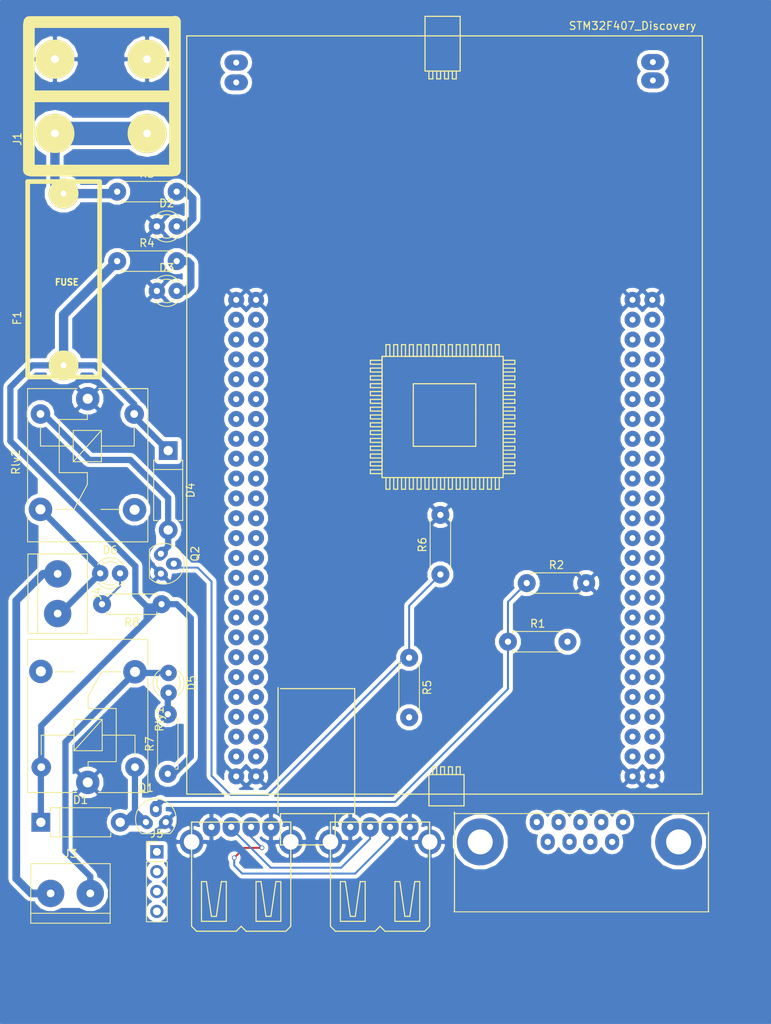
<source format=kicad_pcb>
(kicad_pcb (version 4) (host pcbnew 4.0.7)

  (general
    (links 54)
    (no_connects 0)
    (area 17.78 21.59 173.736001 175.514001)
    (thickness 1.6)
    (drawings 0)
    (tracks 134)
    (zones 0)
    (modules 27)
    (nets 126)
  )

  (page A4)
  (layers
    (0 F.Cu signal)
    (31 B.Cu signal)
    (32 B.Adhes user)
    (33 F.Adhes user)
    (34 B.Paste user)
    (35 F.Paste user)
    (36 B.SilkS user)
    (37 F.SilkS user)
    (38 B.Mask user)
    (39 F.Mask user)
    (40 Dwgs.User user)
    (41 Cmts.User user)
    (42 Eco1.User user)
    (43 Eco2.User user)
    (44 Edge.Cuts user)
    (45 Margin user)
    (46 B.CrtYd user)
    (47 F.CrtYd user)
    (48 B.Fab user)
    (49 F.Fab user)
  )

  (setup
    (last_trace_width 0.8)
    (user_trace_width 0.8)
    (user_trace_width 1)
    (user_trace_width 1.2)
    (user_trace_width 1.4)
    (user_trace_width 1.6)
    (user_trace_width 3)
    (trace_clearance 0.254)
    (zone_clearance 0.508)
    (zone_45_only yes)
    (trace_min 0.2)
    (segment_width 0.2)
    (edge_width 0.15)
    (via_size 0.6)
    (via_drill 0.4)
    (via_min_size 0.4)
    (via_min_drill 0.3)
    (uvia_size 0.3)
    (uvia_drill 0.1)
    (uvias_allowed no)
    (uvia_min_size 0.2)
    (uvia_min_drill 0.1)
    (pcb_text_width 0.3)
    (pcb_text_size 1.5 1.5)
    (mod_edge_width 0.15)
    (mod_text_size 1 1)
    (mod_text_width 0.15)
    (pad_size 1.524 1.524)
    (pad_drill 0.762)
    (pad_to_mask_clearance 0.2)
    (aux_axis_origin 0 0)
    (visible_elements 7FFFFFFF)
    (pcbplotparams
      (layerselection 0x00030_80000001)
      (usegerberextensions false)
      (excludeedgelayer true)
      (linewidth 0.100000)
      (plotframeref false)
      (viasonmask false)
      (mode 1)
      (useauxorigin false)
      (hpglpennumber 1)
      (hpglpenspeed 20)
      (hpglpendiameter 15)
      (hpglpenoverlay 2)
      (psnegative false)
      (psa4output false)
      (plotreference true)
      (plotvalue true)
      (plotinvisibletext false)
      (padsonsilk false)
      (subtractmaskfromsilk false)
      (outputformat 1)
      (mirror false)
      (drillshape 1)
      (scaleselection 1)
      (outputdirectory ""))
  )

  (net 0 "")
  (net 1 +5V)
  (net 2 "Net-(D1-Pad2)")
  (net 3 GND)
  (net 4 "Net-(D2-Pad2)")
  (net 5 "Net-(D3-Pad2)")
  (net 6 "Net-(D4-Pad2)")
  (net 7 /Vin)
  (net 8 "Net-(J2-Pad1)")
  (net 9 "Net-(J2-Pad2)")
  (net 10 "Net-(J2-Pad3)")
  (net 11 "Net-(J2-Pad4)")
  (net 12 "Net-(J2-Pad5)")
  (net 13 "Net-(J2-Pad6)")
  (net 14 "Net-(J2-Pad7)")
  (net 15 "Net-(J2-Pad8)")
  (net 16 "Net-(J2-Pad9)")
  (net 17 +12V)
  (net 18 "Net-(J5-Pad1)")
  (net 19 "Net-(J5-Pad2)")
  (net 20 "Net-(J5-Pad3)")
  (net 21 "Net-(J5-Pad4)")
  (net 22 /TX)
  (net 23 /RX)
  (net 24 "Net-(Q1-Pad2)")
  (net 25 "Net-(Q2-Pad2)")
  (net 26 "Net-(R1-Pad2)")
  (net 27 "Net-(R5-Pad2)")
  (net 28 "Net-(Rly1-Pad3)")
  (net 29 "Net-(Rly2-Pad3)")
  (net 30 "Net-(U1-Pad4)")
  (net 31 "Net-(U1-Pad3)")
  (net 32 "Net-(U1-Pad7)")
  (net 33 "Net-(U1-Pad8)")
  (net 34 "Net-(U1-Pad6)")
  (net 35 "Net-(U1-Pad5)")
  (net 36 "Net-(U1-Pad13)")
  (net 37 "Net-(U1-Pad14)")
  (net 38 "Net-(U1-Pad16)")
  (net 39 "Net-(U1-Pad15)")
  (net 40 "Net-(U1-Pad11)")
  (net 41 "Net-(U1-Pad12)")
  (net 42 "Net-(U1-Pad10)")
  (net 43 "Net-(U1-Pad9)")
  (net 44 "Net-(U1-Pad25)")
  (net 45 "Net-(U1-Pad26)")
  (net 46 "Net-(U1-Pad28)")
  (net 47 "Net-(U1-Pad27)")
  (net 48 "Net-(U1-Pad31)")
  (net 49 "Net-(U1-Pad32)")
  (net 50 "Net-(U1-Pad30)")
  (net 51 "Net-(U1-Pad29)")
  (net 52 "Net-(U1-Pad21)")
  (net 53 "Net-(U1-Pad22)")
  (net 54 "Net-(U1-Pad24)")
  (net 55 "Net-(U1-Pad23)")
  (net 56 "Net-(U1-Pad19)")
  (net 57 "Net-(U1-Pad20)")
  (net 58 "Net-(U1-Pad18)")
  (net 59 "Net-(U1-Pad17)")
  (net 60 "Net-(U1-Pad35)")
  (net 61 "Net-(U1-Pad36)")
  (net 62 "Net-(U1-Pad38)")
  (net 63 "Net-(U1-Pad37)")
  (net 64 "Net-(U1-Pad41)")
  (net 65 "Net-(U1-Pad42)")
  (net 66 "Net-(U1-Pad40)")
  (net 67 "Net-(U1-Pad39)")
  (net 68 "Net-(U1-Pad47)")
  (net 69 "Net-(U1-Pad48)")
  (net 70 "Net-(U1-Pad45)")
  (net 71 "Net-(U1-Pad46)")
  (net 72 "Net-(U1-Pad44)")
  (net 73 "Net-(U1-Pad43)")
  (net 74 "Net-(U1-Pad33)")
  (net 75 "Net-(U1-Pad34)")
  (net 76 "Net-(U1-Pad84)")
  (net 77 "Net-(U1-Pad83)")
  (net 78 "Net-(U1-Pad93)")
  (net 79 "Net-(U1-Pad94)")
  (net 80 "Net-(U1-Pad96)")
  (net 81 "Net-(U1-Pad95)")
  (net 82 "Net-(U1-Pad98)")
  (net 83 "Net-(U1-Pad97)")
  (net 84 "Net-(U1-Pad89)")
  (net 85 "Net-(U1-Pad90)")
  (net 86 "Net-(U1-Pad92)")
  (net 87 "Net-(U1-Pad91)")
  (net 88 "Net-(U1-Pad87)")
  (net 89 "Net-(U1-Pad88)")
  (net 90 "Net-(U1-Pad86)")
  (net 91 "Net-(U1-Pad85)")
  (net 92 "Net-(U1-Pad67)")
  (net 93 "Net-(U1-Pad68)")
  (net 94 "Net-(U1-Pad70)")
  (net 95 "Net-(U1-Pad69)")
  (net 96 "Net-(U1-Pad73)")
  (net 97 "Net-(U1-Pad74)")
  (net 98 "Net-(U1-Pad72)")
  (net 99 "Net-(U1-Pad71)")
  (net 100 "Net-(U1-Pad79)")
  (net 101 "Net-(U1-Pad80)")
  (net 102 "Net-(U1-Pad82)")
  (net 103 "Net-(U1-Pad81)")
  (net 104 "Net-(U1-Pad77)")
  (net 105 "Net-(U1-Pad78)")
  (net 106 "Net-(U1-Pad76)")
  (net 107 "Net-(U1-Pad75)")
  (net 108 "Net-(U1-Pad59)")
  (net 109 "Net-(U1-Pad60)")
  (net 110 "Net-(U1-Pad62)")
  (net 111 "Net-(U1-Pad61)")
  (net 112 "Net-(U1-Pad65)")
  (net 113 "Net-(U1-Pad66)")
  (net 114 "Net-(U1-Pad64)")
  (net 115 "Net-(U1-Pad63)")
  (net 116 "Net-(U1-Pad55)")
  (net 117 "Net-(U1-Pad56)")
  (net 118 "Net-(U1-Pad58)")
  (net 119 "Net-(U1-Pad57)")
  (net 120 "Net-(U1-Pad53)")
  (net 121 "Net-(U1-Pad54)")
  (net 122 "Net-(D5-Pad1)")
  (net 123 "Net-(D5-Pad2)")
  (net 124 "Net-(D6-Pad1)")
  (net 125 "Net-(D6-Pad2)")

  (net_class Default "This is the default net class."
    (clearance 0.254)
    (trace_width 0.25)
    (via_dia 0.6)
    (via_drill 0.4)
    (uvia_dia 0.3)
    (uvia_drill 0.1)
    (add_net +12V)
    (add_net +5V)
    (add_net /RX)
    (add_net /TX)
    (add_net /Vin)
    (add_net GND)
    (add_net "Net-(D1-Pad2)")
    (add_net "Net-(D2-Pad2)")
    (add_net "Net-(D3-Pad2)")
    (add_net "Net-(D4-Pad2)")
    (add_net "Net-(D5-Pad1)")
    (add_net "Net-(D5-Pad2)")
    (add_net "Net-(D6-Pad1)")
    (add_net "Net-(D6-Pad2)")
    (add_net "Net-(J2-Pad1)")
    (add_net "Net-(J2-Pad2)")
    (add_net "Net-(J2-Pad3)")
    (add_net "Net-(J2-Pad4)")
    (add_net "Net-(J2-Pad5)")
    (add_net "Net-(J2-Pad6)")
    (add_net "Net-(J2-Pad7)")
    (add_net "Net-(J2-Pad8)")
    (add_net "Net-(J2-Pad9)")
    (add_net "Net-(J5-Pad1)")
    (add_net "Net-(J5-Pad2)")
    (add_net "Net-(J5-Pad3)")
    (add_net "Net-(J5-Pad4)")
    (add_net "Net-(Q1-Pad2)")
    (add_net "Net-(Q2-Pad2)")
    (add_net "Net-(R1-Pad2)")
    (add_net "Net-(R5-Pad2)")
    (add_net "Net-(Rly1-Pad3)")
    (add_net "Net-(Rly2-Pad3)")
    (add_net "Net-(U1-Pad10)")
    (add_net "Net-(U1-Pad11)")
    (add_net "Net-(U1-Pad12)")
    (add_net "Net-(U1-Pad13)")
    (add_net "Net-(U1-Pad14)")
    (add_net "Net-(U1-Pad15)")
    (add_net "Net-(U1-Pad16)")
    (add_net "Net-(U1-Pad17)")
    (add_net "Net-(U1-Pad18)")
    (add_net "Net-(U1-Pad19)")
    (add_net "Net-(U1-Pad20)")
    (add_net "Net-(U1-Pad21)")
    (add_net "Net-(U1-Pad22)")
    (add_net "Net-(U1-Pad23)")
    (add_net "Net-(U1-Pad24)")
    (add_net "Net-(U1-Pad25)")
    (add_net "Net-(U1-Pad26)")
    (add_net "Net-(U1-Pad27)")
    (add_net "Net-(U1-Pad28)")
    (add_net "Net-(U1-Pad29)")
    (add_net "Net-(U1-Pad3)")
    (add_net "Net-(U1-Pad30)")
    (add_net "Net-(U1-Pad31)")
    (add_net "Net-(U1-Pad32)")
    (add_net "Net-(U1-Pad33)")
    (add_net "Net-(U1-Pad34)")
    (add_net "Net-(U1-Pad35)")
    (add_net "Net-(U1-Pad36)")
    (add_net "Net-(U1-Pad37)")
    (add_net "Net-(U1-Pad38)")
    (add_net "Net-(U1-Pad39)")
    (add_net "Net-(U1-Pad4)")
    (add_net "Net-(U1-Pad40)")
    (add_net "Net-(U1-Pad41)")
    (add_net "Net-(U1-Pad42)")
    (add_net "Net-(U1-Pad43)")
    (add_net "Net-(U1-Pad44)")
    (add_net "Net-(U1-Pad45)")
    (add_net "Net-(U1-Pad46)")
    (add_net "Net-(U1-Pad47)")
    (add_net "Net-(U1-Pad48)")
    (add_net "Net-(U1-Pad5)")
    (add_net "Net-(U1-Pad53)")
    (add_net "Net-(U1-Pad54)")
    (add_net "Net-(U1-Pad55)")
    (add_net "Net-(U1-Pad56)")
    (add_net "Net-(U1-Pad57)")
    (add_net "Net-(U1-Pad58)")
    (add_net "Net-(U1-Pad59)")
    (add_net "Net-(U1-Pad6)")
    (add_net "Net-(U1-Pad60)")
    (add_net "Net-(U1-Pad61)")
    (add_net "Net-(U1-Pad62)")
    (add_net "Net-(U1-Pad63)")
    (add_net "Net-(U1-Pad64)")
    (add_net "Net-(U1-Pad65)")
    (add_net "Net-(U1-Pad66)")
    (add_net "Net-(U1-Pad67)")
    (add_net "Net-(U1-Pad68)")
    (add_net "Net-(U1-Pad69)")
    (add_net "Net-(U1-Pad7)")
    (add_net "Net-(U1-Pad70)")
    (add_net "Net-(U1-Pad71)")
    (add_net "Net-(U1-Pad72)")
    (add_net "Net-(U1-Pad73)")
    (add_net "Net-(U1-Pad74)")
    (add_net "Net-(U1-Pad75)")
    (add_net "Net-(U1-Pad76)")
    (add_net "Net-(U1-Pad77)")
    (add_net "Net-(U1-Pad78)")
    (add_net "Net-(U1-Pad79)")
    (add_net "Net-(U1-Pad8)")
    (add_net "Net-(U1-Pad80)")
    (add_net "Net-(U1-Pad81)")
    (add_net "Net-(U1-Pad82)")
    (add_net "Net-(U1-Pad83)")
    (add_net "Net-(U1-Pad84)")
    (add_net "Net-(U1-Pad85)")
    (add_net "Net-(U1-Pad86)")
    (add_net "Net-(U1-Pad87)")
    (add_net "Net-(U1-Pad88)")
    (add_net "Net-(U1-Pad89)")
    (add_net "Net-(U1-Pad9)")
    (add_net "Net-(U1-Pad90)")
    (add_net "Net-(U1-Pad91)")
    (add_net "Net-(U1-Pad92)")
    (add_net "Net-(U1-Pad93)")
    (add_net "Net-(U1-Pad94)")
    (add_net "Net-(U1-Pad95)")
    (add_net "Net-(U1-Pad96)")
    (add_net "Net-(U1-Pad97)")
    (add_net "Net-(U1-Pad98)")
  )

  (module modFiles:BC547 (layer F.Cu) (tedit 5BCFDA30) (tstamp 5BCFE118)
    (at 51.7 100.3 270)
    (descr "TO-92 leads molded, narrow, oval pads, drill 0.8mm (see NXP sot054_po.pdf)")
    (tags "to-92 sc-43 sc-43a sot54 PA33 transistor")
    (path /5BCFF124)
    (fp_text reference Q2 (at 0 -4 270) (layer F.SilkS)
      (effects (font (size 1 1) (thickness 0.15)))
    )
    (fp_text value BC547 (at 1.27 2.667 270) (layer F.Fab)
      (effects (font (size 1 1) (thickness 0.15)))
    )
    (fp_text user %R (at 0 -4 270) (layer F.Fab)
      (effects (font (size 1 1) (thickness 0.15)))
    )
    (fp_line (start -0.53 1.85) (end 3.07 1.85) (layer F.SilkS) (width 0.12))
    (fp_line (start -0.5 1.75) (end 3 1.75) (layer F.Fab) (width 0.1))
    (fp_line (start -1.46 -2.73) (end 4 -2.73) (layer F.CrtYd) (width 0.05))
    (fp_line (start -1.46 -2.73) (end -1.46 2.01) (layer F.CrtYd) (width 0.05))
    (fp_line (start 4 2.01) (end 4 -2.73) (layer F.CrtYd) (width 0.05))
    (fp_line (start 4 2.01) (end -1.46 2.01) (layer F.CrtYd) (width 0.05))
    (fp_arc (start 1.27 0) (end 1.27 -2.48) (angle 135) (layer F.Fab) (width 0.1))
    (fp_arc (start 1.27 0) (end 1.27 -2.6) (angle -135) (layer F.SilkS) (width 0.12))
    (fp_arc (start 1.27 0) (end 1.27 -2.48) (angle -135) (layer F.Fab) (width 0.1))
    (fp_arc (start 1.27 0) (end 1.27 -2.6) (angle 135) (layer F.SilkS) (width 0.12))
    (pad 2 thru_hole oval (at 1.27 -1.27) (size 2 1.5) (drill 0.8) (layers *.Cu *.Mask)
      (net 25 "Net-(Q2-Pad2)"))
    (pad 1 thru_hole oval (at 0 0.381 315) (size 1.5 1.9) (drill 0.8) (layers *.Cu *.Mask)
      (net 6 "Net-(D4-Pad2)"))
    (pad 3 thru_hole oval (at 2.54 0.381 315) (size 1.9 1.5) (drill 0.8) (layers *.Cu *.Mask)
      (net 3 GND))
    (model ${KISYS3DMOD}/TO_SOT_Packages_THT.3dshapes/TO-92_Molded_Narrow_Oval.wrl
      (at (xyz 0.05 -0.01 0))
      (scale (xyz 1.12 1 1))
      (rotate (xyz 0 0 -90))
    )
  )

  (module modFiles:Relay_6V (layer F.Cu) (tedit 5A62C01F) (tstamp 5BCFE158)
    (at 41.95 129.55 90)
    (descr "relay Sanyou SRD series Form C")
    (path /5BCFE3BB)
    (fp_text reference Rly1 (at 8.1 9.2 90) (layer F.SilkS)
      (effects (font (size 1 1) (thickness 0.15)))
    )
    (fp_text value 6V_Relay (at 8 -9.6 90) (layer F.Fab)
      (effects (font (size 1 1) (thickness 0.15)))
    )
    (fp_line (start 10.97 0.05) (end 14.15 1.76) (layer F.SilkS) (width 0.12))
    (fp_line (start 18.55 -7.95) (end -1.55 -7.95) (layer F.CrtYd) (width 0.05))
    (fp_line (start -1.55 7.95) (end -1.55 -7.95) (layer F.CrtYd) (width 0.05))
    (fp_line (start 18.55 -7.95) (end 18.55 7.95) (layer F.CrtYd) (width 0.05))
    (fp_line (start -1.55 7.95) (end 18.55 7.95) (layer F.CrtYd) (width 0.05))
    (fp_line (start 15 7.7) (end 18.3 7.7) (layer F.SilkS) (width 0.12))
    (fp_line (start 18.3 7.7) (end 18.3 -7.7) (layer F.SilkS) (width 0.12))
    (fp_line (start 18.3 -7.7) (end 14.95 -7.7) (layer F.SilkS) (width 0.12))
    (fp_line (start -1.3 1.35) (end -1.3 7.7) (layer F.SilkS) (width 0.12))
    (fp_line (start -1.3 7.7) (end 13.25 7.7) (layer F.SilkS) (width 0.12))
    (fp_line (start -1.3 -1.4) (end -1.3 -7.7) (layer F.SilkS) (width 0.12))
    (fp_line (start -1.3 -7.7) (end 13.45 -7.7) (layer F.SilkS) (width 0.12))
    (fp_line (start -1.3 -7.65) (end -1.3 -1.4) (layer F.SilkS) (width 0.12))
    (fp_line (start 14.15 4.2) (end 14.15 1.75) (layer F.SilkS) (width 0.12))
    (fp_line (start 14.15 -4.2) (end 14.15 -1.7) (layer F.SilkS) (width 0.12))
    (fp_line (start 3.55 6.05) (end 6.05 6.05) (layer F.SilkS) (width 0.12))
    (fp_line (start 2.65 0.05) (end 1.85 0.05) (layer F.SilkS) (width 0.12))
    (fp_line (start 6.05 -5.95) (end 3.55 -5.95) (layer F.SilkS) (width 0.12))
    (fp_line (start 9.45 0.05) (end 10.95 0.05) (layer F.SilkS) (width 0.12))
    (fp_line (start 9.45 3.65) (end 2.65 3.65) (layer F.SilkS) (width 0.12))
    (fp_line (start 9.45 0.05) (end 9.45 3.65) (layer F.SilkS) (width 0.12))
    (fp_line (start 2.65 0.05) (end 2.65 3.65) (layer F.SilkS) (width 0.12))
    (fp_line (start 6.05 -5.95) (end 6.05 -1.75) (layer F.SilkS) (width 0.12))
    (fp_line (start 6.05 1.85) (end 6.05 6.05) (layer F.SilkS) (width 0.12))
    (fp_line (start 8.05 1.85) (end 4.05 -1.75) (layer F.SilkS) (width 0.12))
    (fp_line (start 4.05 1.85) (end 4.05 -1.75) (layer F.SilkS) (width 0.12))
    (fp_line (start 4.05 -1.75) (end 8.05 -1.75) (layer F.SilkS) (width 0.12))
    (fp_line (start 8.05 -1.75) (end 8.05 1.85) (layer F.SilkS) (width 0.12))
    (fp_line (start 8.05 1.85) (end 4.05 1.85) (layer F.SilkS) (width 0.12))
    (pad 1 thru_hole circle (at 1.95 6.05 180) (size 2.5 2.5) (drill 1) (layers *.Cu *.Mask)
      (net 2 "Net-(D1-Pad2)"))
    (pad 4 thru_hole circle (at 14.15 6.05 180) (size 3 3) (drill 1.3) (layers *.Cu *.Mask)
      (net 122 "Net-(D5-Pad1)"))
    (pad 3 thru_hole circle (at 14.2 -6 180) (size 3 3) (drill 1.3) (layers *.Cu *.Mask)
      (net 28 "Net-(Rly1-Pad3)"))
    (pad 5 thru_hole circle (at 1.95 -5.95 180) (size 2.5 2.5) (drill 1) (layers *.Cu *.Mask)
      (net 1 +5V))
    (pad 2 thru_hole circle (at 0 0 180) (size 3 3) (drill 1.3) (layers *.Cu *.Mask)
      (net 3 GND))
    (model _3D/Used/Relay_SANYOU_SRD_Series_Form_C.wrl
      (at (xyz 0 0 0))
      (scale (xyz 1 1 1))
      (rotate (xyz 0 0 0))
    )
  )

  (module modFiles:STM32F407_Discovery (layer F.Cu) (tedit 5BC802F3) (tstamp 5BCFF0B5)
    (at 87.63 82.55)
    (path /5BCFEA22)
    (fp_text reference U1 (at 4.572 -49.53) (layer F.SilkS) hide
      (effects (font (size 1 1) (thickness 0.15)))
    )
    (fp_text value STM32F407_Discovery (at 24.0665 -49.784) (layer F.SilkS)
      (effects (font (size 1 1) (thickness 0.15)))
    )
    (fp_line (start 7.5 7.5) (end 9 7.5) (layer F.SilkS) (width 0.15))
    (fp_line (start 9 7.5) (end 9 7) (layer F.SilkS) (width 0.15))
    (fp_line (start 9 7) (end 7.5 7) (layer F.SilkS) (width 0.15))
    (fp_line (start 7.5 7) (end 7.5 6.5) (layer F.SilkS) (width 0.15))
    (fp_line (start 7.5 6.5) (end 9 6.5) (layer F.SilkS) (width 0.15))
    (fp_line (start 9 6.5) (end 9 6) (layer F.SilkS) (width 0.15))
    (fp_line (start 9 6) (end 7.5 6) (layer F.SilkS) (width 0.15))
    (fp_line (start 7.5 6) (end 7.5 5.5) (layer F.SilkS) (width 0.15))
    (fp_line (start 7.5 5.5) (end 9 5.5) (layer F.SilkS) (width 0.15))
    (fp_line (start 9 5.5) (end 9 5) (layer F.SilkS) (width 0.15))
    (fp_line (start 9 5) (end 7.5 5) (layer F.SilkS) (width 0.15))
    (fp_line (start 7.5 5) (end 7.5 4.5) (layer F.SilkS) (width 0.15))
    (fp_line (start 7.5 4.5) (end 9 4.5) (layer F.SilkS) (width 0.15))
    (fp_line (start 9 4.5) (end 9 4) (layer F.SilkS) (width 0.15))
    (fp_line (start 9 4) (end 7.5 4) (layer F.SilkS) (width 0.15))
    (fp_line (start 7.5 4) (end 7.5 3.5) (layer F.SilkS) (width 0.15))
    (fp_line (start 7.5 3.5) (end 9 3.5) (layer F.SilkS) (width 0.15))
    (fp_line (start 9 3.5) (end 9 3) (layer F.SilkS) (width 0.15))
    (fp_line (start 9 3) (end 7.5 3) (layer F.SilkS) (width 0.15))
    (fp_line (start 7.5 3) (end 7.5 2.5) (layer F.SilkS) (width 0.15))
    (fp_line (start 7.5 2.5) (end 9 2.5) (layer F.SilkS) (width 0.15))
    (fp_line (start 9 2.5) (end 9 2) (layer F.SilkS) (width 0.15))
    (fp_line (start 9 2) (end 7.5 2) (layer F.SilkS) (width 0.15))
    (fp_line (start 7.5 2) (end 7.5 1.5) (layer F.SilkS) (width 0.15))
    (fp_line (start 7.5 1.5) (end 9 1.5) (layer F.SilkS) (width 0.15))
    (fp_line (start 9 1.5) (end 9 1) (layer F.SilkS) (width 0.15))
    (fp_line (start 9 1) (end 7.5 1) (layer F.SilkS) (width 0.15))
    (fp_line (start 7.5 1) (end 7.5 0.5) (layer F.SilkS) (width 0.15))
    (fp_line (start 7.5 0.5) (end 9 0.5) (layer F.SilkS) (width 0.15))
    (fp_line (start 9 0.5) (end 9 0) (layer F.SilkS) (width 0.15))
    (fp_line (start 9 0) (end 7.5 0) (layer F.SilkS) (width 0.15))
    (fp_line (start 7.5 0) (end 7.5 -0.5) (layer F.SilkS) (width 0.15))
    (fp_line (start 7.5 -0.5) (end 9 -0.5) (layer F.SilkS) (width 0.15))
    (fp_line (start 9 -0.5) (end 9 -1) (layer F.SilkS) (width 0.15))
    (fp_line (start 9 -1) (end 7.5 -1) (layer F.SilkS) (width 0.15))
    (fp_line (start 7.5 -1) (end 7.5 -1.5) (layer F.SilkS) (width 0.15))
    (fp_line (start 7.5 -1.5) (end 9 -1.5) (layer F.SilkS) (width 0.15))
    (fp_line (start 9 -1.5) (end 9 -2) (layer F.SilkS) (width 0.15))
    (fp_line (start 9 -2) (end 7.5 -2) (layer F.SilkS) (width 0.15))
    (fp_line (start 7.5 -2) (end 7.5 -2.5) (layer F.SilkS) (width 0.15))
    (fp_line (start 7.5 -2.5) (end 9 -2.5) (layer F.SilkS) (width 0.15))
    (fp_line (start 9 -2.5) (end 9 -3) (layer F.SilkS) (width 0.15))
    (fp_line (start 9 -3) (end 7.5 -3) (layer F.SilkS) (width 0.15))
    (fp_line (start 7.5 -3) (end 7.5 -3.5) (layer F.SilkS) (width 0.15))
    (fp_line (start 7.5 -3.5) (end 9 -3.5) (layer F.SilkS) (width 0.15))
    (fp_line (start 9 -3.5) (end 9 -4) (layer F.SilkS) (width 0.15))
    (fp_line (start 9 -4) (end 7.5 -4) (layer F.SilkS) (width 0.15))
    (fp_line (start 7.5 -4) (end 7.5 -4.5) (layer F.SilkS) (width 0.15))
    (fp_line (start 7.5 -4.5) (end 9 -4.5) (layer F.SilkS) (width 0.15))
    (fp_line (start 9 -4.5) (end 9 -5) (layer F.SilkS) (width 0.15))
    (fp_line (start 9 -5) (end 7.5 -5) (layer F.SilkS) (width 0.15))
    (fp_line (start 7.5 -5) (end 7.5 -5.5) (layer F.SilkS) (width 0.15))
    (fp_line (start 7.5 -5.5) (end 9 -5.5) (layer F.SilkS) (width 0.15))
    (fp_line (start 9 -5.5) (end 9 -6) (layer F.SilkS) (width 0.15))
    (fp_line (start 9 -6) (end 7.5 -6) (layer F.SilkS) (width 0.15))
    (fp_line (start 7.5 -6) (end 7.5 -6.5) (layer F.SilkS) (width 0.15))
    (fp_line (start 7.5 -6.5) (end 9 -6.5) (layer F.SilkS) (width 0.15))
    (fp_line (start 9 -6.5) (end 9 -7) (layer F.SilkS) (width 0.15))
    (fp_line (start 9 -7) (end 7.5 -7) (layer F.SilkS) (width 0.15))
    (fp_line (start 6.5 9) (end 6.5 9.5) (layer F.SilkS) (width 0.15))
    (fp_line (start 6.5 9.5) (end 7 9.5) (layer F.SilkS) (width 0.15))
    (fp_line (start 7 9.5) (end 7 9) (layer F.SilkS) (width 0.15))
    (fp_line (start 5.5 9) (end 5.5 9.5) (layer F.SilkS) (width 0.15))
    (fp_line (start 5.5 9.5) (end 6 9.5) (layer F.SilkS) (width 0.15))
    (fp_line (start 6 9.5) (end 6 9) (layer F.SilkS) (width 0.15))
    (fp_line (start 4.5 9) (end 4.5 9.5) (layer F.SilkS) (width 0.15))
    (fp_line (start 4.5 9.5) (end 5 9.5) (layer F.SilkS) (width 0.15))
    (fp_line (start 5 9.5) (end 5 9) (layer F.SilkS) (width 0.15))
    (fp_line (start 3.5 9) (end 3.5 9.5) (layer F.SilkS) (width 0.15))
    (fp_line (start 3.5 9.5) (end 4 9.5) (layer F.SilkS) (width 0.15))
    (fp_line (start 4 9.5) (end 4 9) (layer F.SilkS) (width 0.15))
    (fp_line (start 2.5 9) (end 2.5 9.5) (layer F.SilkS) (width 0.15))
    (fp_line (start 2.5 9.5) (end 3 9.5) (layer F.SilkS) (width 0.15))
    (fp_line (start 3 9.5) (end 3 9) (layer F.SilkS) (width 0.15))
    (fp_line (start 1.5 9) (end 1.5 9.5) (layer F.SilkS) (width 0.15))
    (fp_line (start 1.5 9.5) (end 2 9.5) (layer F.SilkS) (width 0.15))
    (fp_line (start 2 9.5) (end 2 9) (layer F.SilkS) (width 0.15))
    (fp_line (start 7.5 8) (end 7.5 -7.5) (layer F.SilkS) (width 0.15))
    (fp_line (start -1.5 -7.5) (end -1.5 -9) (layer F.SilkS) (width 0.15))
    (fp_line (start -1.5 -9) (end -1 -9) (layer F.SilkS) (width 0.15))
    (fp_line (start -1 -9) (end -1 -7.5) (layer F.SilkS) (width 0.15))
    (fp_line (start -1 -7.5) (end -0.5 -7.5) (layer F.SilkS) (width 0.15))
    (fp_line (start -0.5 -7.5) (end -0.5 -9) (layer F.SilkS) (width 0.15))
    (fp_line (start -0.5 -9) (end 0 -9) (layer F.SilkS) (width 0.15))
    (fp_line (start 0 -9) (end 0 -7.5) (layer F.SilkS) (width 0.15))
    (fp_line (start 0 -7.5) (end 0.5 -7.5) (layer F.SilkS) (width 0.15))
    (fp_line (start 0.5 -7.5) (end 0.5 -9) (layer F.SilkS) (width 0.15))
    (fp_line (start 0.5 -9) (end 1 -9) (layer F.SilkS) (width 0.15))
    (fp_line (start 1 -9) (end 1 -7.5) (layer F.SilkS) (width 0.15))
    (fp_line (start 1 -7.5) (end 1.5 -7.5) (layer F.SilkS) (width 0.15))
    (fp_line (start 1.5 -7.5) (end 1.5 -8) (layer F.SilkS) (width 0.15))
    (fp_line (start 1.5 -8) (end 1.5 -9) (layer F.SilkS) (width 0.15))
    (fp_line (start 1.5 -9) (end 2 -9) (layer F.SilkS) (width 0.15))
    (fp_line (start 2 -9) (end 2 -7.5) (layer F.SilkS) (width 0.15))
    (fp_line (start 2 -7.5) (end 2.5 -7.5) (layer F.SilkS) (width 0.15))
    (fp_line (start 2.5 -7.5) (end 2.5 -9) (layer F.SilkS) (width 0.15))
    (fp_line (start 2.5 -9) (end 3 -9) (layer F.SilkS) (width 0.15))
    (fp_line (start 3 -9) (end 3 -7.5) (layer F.SilkS) (width 0.15))
    (fp_line (start 3 -7.5) (end 3.5 -7.5) (layer F.SilkS) (width 0.15))
    (fp_line (start 3.5 -7.5) (end 3.5 -9) (layer F.SilkS) (width 0.15))
    (fp_line (start 3.5 -9) (end 4 -9) (layer F.SilkS) (width 0.15))
    (fp_line (start 4 -9) (end 4 -7.5) (layer F.SilkS) (width 0.15))
    (fp_line (start 4 -7.5) (end 4.5 -7.5) (layer F.SilkS) (width 0.15))
    (fp_line (start 4.5 -7.5) (end 4.5 -9) (layer F.SilkS) (width 0.15))
    (fp_line (start 4.5 -9) (end 5 -9) (layer F.SilkS) (width 0.15))
    (fp_line (start 5 -9) (end 5 -7.5) (layer F.SilkS) (width 0.15))
    (fp_line (start 5 -7.5) (end 5.5 -7.5) (layer F.SilkS) (width 0.15))
    (fp_line (start 5.5 -7.5) (end 5.5 -9) (layer F.SilkS) (width 0.15))
    (fp_line (start 5.5 -9) (end 6 -9) (layer F.SilkS) (width 0.15))
    (fp_line (start 6 -9) (end 6 -7.5) (layer F.SilkS) (width 0.15))
    (fp_line (start 6 -7.5) (end 6.5 -7.5) (layer F.SilkS) (width 0.15))
    (fp_line (start 6.5 -7.5) (end 6.5 -9) (layer F.SilkS) (width 0.15))
    (fp_line (start 6.5 -9) (end 7 -9) (layer F.SilkS) (width 0.15))
    (fp_line (start 7 -9) (end 7 -7.5) (layer F.SilkS) (width 0.15))
    (fp_line (start -5.5 -7.5) (end -5.5 -9) (layer F.SilkS) (width 0.15))
    (fp_line (start -5.5 -9) (end -5 -9) (layer F.SilkS) (width 0.15))
    (fp_line (start -5 -9) (end -5 -7.5) (layer F.SilkS) (width 0.15))
    (fp_line (start -5 -7.5) (end -4.5 -7.5) (layer F.SilkS) (width 0.15))
    (fp_line (start -4.5 -7.5) (end -4.5 -9) (layer F.SilkS) (width 0.15))
    (fp_line (start -4.5 -9) (end -4 -9) (layer F.SilkS) (width 0.15))
    (fp_line (start -4 -9) (end -4 -7.5) (layer F.SilkS) (width 0.15))
    (fp_line (start -4 -7.5) (end -3.5 -7.5) (layer F.SilkS) (width 0.15))
    (fp_line (start -3.5 -7.5) (end -3.5 -9) (layer F.SilkS) (width 0.15))
    (fp_line (start -3.5 -9) (end -3 -9) (layer F.SilkS) (width 0.15))
    (fp_line (start -3 -9) (end -3 -7.5) (layer F.SilkS) (width 0.15))
    (fp_line (start -3 -7.5) (end -2.5 -7.5) (layer F.SilkS) (width 0.15))
    (fp_line (start -2.5 -7.5) (end -2.5 -9) (layer F.SilkS) (width 0.15))
    (fp_line (start -2.5 -9) (end -2 -9) (layer F.SilkS) (width 0.15))
    (fp_line (start -2 -9) (end -2 -7.5) (layer F.SilkS) (width 0.15))
    (fp_line (start -8 2.5) (end -9.5 2.5) (layer F.SilkS) (width 0.15))
    (fp_line (start -9.5 2.5) (end -9.5 2) (layer F.SilkS) (width 0.15))
    (fp_line (start -9.5 2) (end -8 2) (layer F.SilkS) (width 0.15))
    (fp_line (start -8 2) (end -8 1.5) (layer F.SilkS) (width 0.15))
    (fp_line (start -8 1.5) (end -9.5 1.5) (layer F.SilkS) (width 0.15))
    (fp_line (start -9.5 1.5) (end -9.5 1) (layer F.SilkS) (width 0.15))
    (fp_line (start -9.5 1) (end -8 1) (layer F.SilkS) (width 0.15))
    (fp_line (start -8 1) (end -8 0.5) (layer F.SilkS) (width 0.15))
    (fp_line (start -8 0.5) (end -9.5 0.5) (layer F.SilkS) (width 0.15))
    (fp_line (start -9.5 0.5) (end -9.5 0) (layer F.SilkS) (width 0.15))
    (fp_line (start -9.5 0) (end -8 0) (layer F.SilkS) (width 0.15))
    (fp_line (start -8 0) (end -8 -0.5) (layer F.SilkS) (width 0.15))
    (fp_line (start -8 -0.5) (end -9.5 -0.5) (layer F.SilkS) (width 0.15))
    (fp_line (start -9.5 -0.5) (end -9.5 -1) (layer F.SilkS) (width 0.15))
    (fp_line (start -9.5 -1) (end -8 -1) (layer F.SilkS) (width 0.15))
    (fp_line (start -8 -1) (end -8 -1.5) (layer F.SilkS) (width 0.15))
    (fp_line (start -8 -1.5) (end -9.5 -1.5) (layer F.SilkS) (width 0.15))
    (fp_line (start -9.5 -1.5) (end -9.5 -2) (layer F.SilkS) (width 0.15))
    (fp_line (start -9.5 -2) (end -8 -2) (layer F.SilkS) (width 0.15))
    (fp_line (start -8 -2) (end -8 -2.5) (layer F.SilkS) (width 0.15))
    (fp_line (start -8 -2.5) (end -9.5 -2.5) (layer F.SilkS) (width 0.15))
    (fp_line (start -9.5 -2.5) (end -9.5 -3) (layer F.SilkS) (width 0.15))
    (fp_line (start -9.5 -3) (end -8 -3) (layer F.SilkS) (width 0.15))
    (fp_line (start -8 -3) (end -8 -3.5) (layer F.SilkS) (width 0.15))
    (fp_line (start -8 -3.5) (end -9.5 -3.5) (layer F.SilkS) (width 0.15))
    (fp_line (start -9.5 -3.5) (end -9.5 -4) (layer F.SilkS) (width 0.15))
    (fp_line (start -9.5 -4) (end -8 -4) (layer F.SilkS) (width 0.15))
    (fp_line (start -8 -4) (end -8 -4.5) (layer F.SilkS) (width 0.15))
    (fp_line (start -8 -4.5) (end -9.5 -4.5) (layer F.SilkS) (width 0.15))
    (fp_line (start -9.5 -4.5) (end -9.5 -5) (layer F.SilkS) (width 0.15))
    (fp_line (start -9.5 -5) (end -8 -5) (layer F.SilkS) (width 0.15))
    (fp_line (start -8 -5) (end -8 -5.5) (layer F.SilkS) (width 0.15))
    (fp_line (start -8 -5.5) (end -9.5 -5.5) (layer F.SilkS) (width 0.15))
    (fp_line (start -9.5 -5.5) (end -9.5 -6) (layer F.SilkS) (width 0.15))
    (fp_line (start -9.5 -6) (end -8 -6) (layer F.SilkS) (width 0.15))
    (fp_line (start -8 -6) (end -8 -6.5) (layer F.SilkS) (width 0.15))
    (fp_line (start -8 -6.5) (end -9.5 -6.5) (layer F.SilkS) (width 0.15))
    (fp_line (start -9.5 -6.5) (end -9.5 -7) (layer F.SilkS) (width 0.15))
    (fp_line (start -9.5 -7) (end -8 -7) (layer F.SilkS) (width 0.15))
    (fp_line (start -8 -7) (end -8 -7.5) (layer F.SilkS) (width 0.15))
    (fp_line (start -8 -7.5) (end -7.5 -7.5) (layer F.SilkS) (width 0.15))
    (fp_line (start -7.5 -7.5) (end -7.5 -9) (layer F.SilkS) (width 0.15))
    (fp_line (start -7.5 -9) (end -7 -9) (layer F.SilkS) (width 0.15))
    (fp_line (start -7 -9) (end -7 -7.5) (layer F.SilkS) (width 0.15))
    (fp_line (start -7 -7.5) (end -6.5 -7.5) (layer F.SilkS) (width 0.15))
    (fp_line (start -6.5 -7.5) (end -6.5 -9) (layer F.SilkS) (width 0.15))
    (fp_line (start -6.5 -9) (end -6 -9) (layer F.SilkS) (width 0.15))
    (fp_line (start -6 -9) (end -6 -7.5) (layer F.SilkS) (width 0.15))
    (fp_line (start -8 6.5) (end -9.5 6.5) (layer F.SilkS) (width 0.15))
    (fp_line (start -9.5 6.5) (end -9.5 6) (layer F.SilkS) (width 0.15))
    (fp_line (start -9.5 6) (end -8 6) (layer F.SilkS) (width 0.15))
    (fp_line (start -8 6) (end -8 5.5) (layer F.SilkS) (width 0.15))
    (fp_line (start -8 5.5) (end -9.5 5.5) (layer F.SilkS) (width 0.15))
    (fp_line (start -9.5 5.5) (end -9.5 5) (layer F.SilkS) (width 0.15))
    (fp_line (start -9.5 5) (end -8 5) (layer F.SilkS) (width 0.15))
    (fp_line (start -8 5) (end -8 4.5) (layer F.SilkS) (width 0.15))
    (fp_line (start -8 4.5) (end -9.5 4.5) (layer F.SilkS) (width 0.15))
    (fp_line (start -9.5 4.5) (end -9.5 4) (layer F.SilkS) (width 0.15))
    (fp_line (start -9.5 4) (end -8 4) (layer F.SilkS) (width 0.15))
    (fp_line (start -8 4) (end -8 3.5) (layer F.SilkS) (width 0.15))
    (fp_line (start -8 3.5) (end -9.5 3.5) (layer F.SilkS) (width 0.15))
    (fp_line (start -9.5 3.5) (end -9.5 3) (layer F.SilkS) (width 0.15))
    (fp_line (start -9.5 3) (end -8 3) (layer F.SilkS) (width 0.15))
    (fp_line (start -8 7.5) (end -9 7.5) (layer F.SilkS) (width 0.15))
    (fp_line (start -9 7.5) (end -9.5 7.5) (layer F.SilkS) (width 0.15))
    (fp_line (start -9.5 7.5) (end -9.5 7) (layer F.SilkS) (width 0.15))
    (fp_line (start -9.5 7) (end -8 7) (layer F.SilkS) (width 0.15))
    (fp_line (start -7 8) (end -7 9.5) (layer F.SilkS) (width 0.15))
    (fp_line (start -7 9.5) (end -7.5 9.5) (layer F.SilkS) (width 0.15))
    (fp_line (start -7.5 9.5) (end -7.5 8) (layer F.SilkS) (width 0.15))
    (fp_line (start -6 8) (end -6 9.5) (layer F.SilkS) (width 0.15))
    (fp_line (start -6 9.5) (end -6.5 9.5) (layer F.SilkS) (width 0.15))
    (fp_line (start -6.5 9.5) (end -6.5 8) (layer F.SilkS) (width 0.15))
    (fp_line (start -5 8) (end -5 9.5) (layer F.SilkS) (width 0.15))
    (fp_line (start -5 9.5) (end -5.5 9.5) (layer F.SilkS) (width 0.15))
    (fp_line (start -5.5 9.5) (end -5.5 8) (layer F.SilkS) (width 0.15))
    (fp_line (start -4 8) (end -4 9.5) (layer F.SilkS) (width 0.15))
    (fp_line (start -4 9.5) (end -4.5 9.5) (layer F.SilkS) (width 0.15))
    (fp_line (start -4.5 9.5) (end -4.5 8) (layer F.SilkS) (width 0.15))
    (fp_line (start -3 8) (end -3 9.5) (layer F.SilkS) (width 0.15))
    (fp_line (start -3 9.5) (end -3.5 9.5) (layer F.SilkS) (width 0.15))
    (fp_line (start -3.5 9.5) (end -3.5 8) (layer F.SilkS) (width 0.15))
    (fp_line (start -2 8) (end -2 9.5) (layer F.SilkS) (width 0.15))
    (fp_line (start -2 9.5) (end -2.5 9.5) (layer F.SilkS) (width 0.15))
    (fp_line (start -2.5 9.5) (end -2.5 8) (layer F.SilkS) (width 0.15))
    (fp_line (start -1 8) (end -1 9.5) (layer F.SilkS) (width 0.15))
    (fp_line (start -1 9.5) (end -1.5 9.5) (layer F.SilkS) (width 0.15))
    (fp_line (start -1.5 9.5) (end -1.5 8) (layer F.SilkS) (width 0.15))
    (fp_line (start 0 8) (end 0 9.5) (layer F.SilkS) (width 0.15))
    (fp_line (start 0 9.5) (end -0.5 9.5) (layer F.SilkS) (width 0.15))
    (fp_line (start -0.5 9.5) (end -0.5 8) (layer F.SilkS) (width 0.15))
    (fp_line (start 1 8) (end 1 9.5) (layer F.SilkS) (width 0.15))
    (fp_line (start 1 9.5) (end 0.5 9.5) (layer F.SilkS) (width 0.15))
    (fp_line (start 0.5 9.5) (end 0.5 8) (layer F.SilkS) (width 0.15))
    (fp_line (start 2 8) (end 2 9) (layer F.SilkS) (width 0.15))
    (fp_line (start 1.5 9) (end 1.5 8) (layer F.SilkS) (width 0.15))
    (fp_line (start 3 8) (end 3 9) (layer F.SilkS) (width 0.15))
    (fp_line (start 2.5 9) (end 2.5 8) (layer F.SilkS) (width 0.15))
    (fp_line (start 4 8) (end 4 9) (layer F.SilkS) (width 0.15))
    (fp_line (start 3.5 9) (end 3.5 8) (layer F.SilkS) (width 0.15))
    (fp_line (start 5 8) (end 5 9) (layer F.SilkS) (width 0.15))
    (fp_line (start 4.5 9) (end 4.5 8) (layer F.SilkS) (width 0.15))
    (fp_line (start 6 8) (end 6 9) (layer F.SilkS) (width 0.15))
    (fp_line (start 5.5 9) (end 5.5 8) (layer F.SilkS) (width 0.15))
    (fp_line (start 7 8) (end 7 9) (layer F.SilkS) (width 0.15))
    (fp_line (start 6.5 9) (end 6.5 8) (layer F.SilkS) (width 0.15))
    (fp_line (start -8 7.5) (end -8 8) (layer F.SilkS) (width 0.15))
    (fp_line (start -8 8) (end -7.5 8) (layer F.SilkS) (width 0.15))
    (fp_line (start -8 -7.5) (end -7.5 -7.5) (layer F.SilkS) (width 0.15))
    (fp_line (start -8 -7.5) (end -8 7.5) (layer F.SilkS) (width 0.15))
    (fp_line (start -7.5 8) (end 7.5 8) (layer F.SilkS) (width 0.15))
    (fp_line (start 7.5 -7.5) (end -7.5 -7.5) (layer F.SilkS) (width 0.15))
    (fp_line (start 4 0) (end 4 4) (layer F.SilkS) (width 0.15))
    (fp_line (start 4 4) (end -4 4) (layer F.SilkS) (width 0.15))
    (fp_line (start -4 4) (end -4 -4) (layer F.SilkS) (width 0.15))
    (fp_line (start -4 -4) (end 4 -4) (layer F.SilkS) (width 0.15))
    (fp_line (start 4 -4) (end 4 0) (layer F.SilkS) (width 0.15))
    (fp_line (start 1.5 46) (end 1.5 45) (layer F.SilkS) (width 0.15))
    (fp_line (start 1.5 45) (end 2 45) (layer F.SilkS) (width 0.15))
    (fp_line (start 2 45) (end 2 46) (layer F.SilkS) (width 0.15))
    (fp_line (start 2 46) (end 2.5 46) (layer F.SilkS) (width 0.15))
    (fp_line (start 2.5 46) (end 2.5 50) (layer F.SilkS) (width 0.15))
    (fp_line (start 2.5 50) (end 2 50) (layer F.SilkS) (width 0.15))
    (fp_line (start 0.5 46) (end 0.5 45) (layer F.SilkS) (width 0.15))
    (fp_line (start 0.5 45) (end 1 45) (layer F.SilkS) (width 0.15))
    (fp_line (start 1 45) (end 1 46) (layer F.SilkS) (width 0.15))
    (fp_line (start -0.5 46) (end -0.5 45) (layer F.SilkS) (width 0.15))
    (fp_line (start -0.5 45) (end 0 45) (layer F.SilkS) (width 0.15))
    (fp_line (start 0 45) (end 0 46) (layer F.SilkS) (width 0.15))
    (fp_line (start -1.5 46) (end -1.5 45) (layer F.SilkS) (width 0.15))
    (fp_line (start -1.5 45) (end -1 45) (layer F.SilkS) (width 0.15))
    (fp_line (start -1 45) (end -1 46) (layer F.SilkS) (width 0.15))
    (fp_line (start -2 48.5) (end -2 50) (layer F.SilkS) (width 0.15))
    (fp_line (start -2 50) (end 2 50) (layer F.SilkS) (width 0.15))
    (fp_line (start 2 46) (end -2 46) (layer F.SilkS) (width 0.15))
    (fp_line (start -2 46) (end -2 48.5) (layer F.SilkS) (width 0.15))
    (fp_line (start -14 51) (end -14 54.5) (layer F.SilkS) (width 0.15))
    (fp_line (start -14 54.5) (end -14 55) (layer F.SilkS) (width 0.15))
    (fp_line (start -14 55) (end -21 55) (layer F.SilkS) (width 0.15))
    (fp_line (start -21 55) (end -21 51) (layer F.SilkS) (width 0.15))
    (fp_line (start -11.5 35) (end -13 35) (layer F.SilkS) (width 0.15))
    (fp_line (start -13 35) (end -21 35) (layer F.SilkS) (width 0.15))
    (fp_line (start -21.3175 34.873) (end -21.3175 50.873) (layer F.SilkS) (width 0.15))
    (fp_line (start -21 51) (end -13 51) (layer F.SilkS) (width 0.15))
    (fp_line (start -13 51) (end -11.5 51) (layer F.SilkS) (width 0.15))
    (fp_line (start -11.5 51) (end -11.5 35) (layer F.SilkS) (width 0.15))
    (fp_line (start 1 -44) (end 1 -43) (layer F.SilkS) (width 0.15))
    (fp_line (start 1 -43) (end 1.5 -43) (layer F.SilkS) (width 0.15))
    (fp_line (start 1.5 -43) (end 1.5 -44) (layer F.SilkS) (width 0.15))
    (fp_line (start 0 -44) (end 0 -43) (layer F.SilkS) (width 0.15))
    (fp_line (start 0 -43) (end 0.5 -43) (layer F.SilkS) (width 0.15))
    (fp_line (start 0.5 -43) (end 0.5 -44) (layer F.SilkS) (width 0.15))
    (fp_line (start -1 -44) (end -1 -43) (layer F.SilkS) (width 0.15))
    (fp_line (start -1 -43) (end -0.5 -43) (layer F.SilkS) (width 0.15))
    (fp_line (start -0.5 -43) (end -0.5 -44) (layer F.SilkS) (width 0.15))
    (fp_line (start -2 -44) (end -2 -43) (layer F.SilkS) (width 0.15))
    (fp_line (start -2 -43) (end -1.5 -43) (layer F.SilkS) (width 0.15))
    (fp_line (start -1.5 -43) (end -1.5 -44) (layer F.SilkS) (width 0.15))
    (fp_line (start -2.5 -48.5) (end -2.5 -51) (layer F.SilkS) (width 0.15))
    (fp_line (start -2.5 -51) (end 2 -51) (layer F.SilkS) (width 0.15))
    (fp_line (start 2 -51) (end 2 -45.5) (layer F.SilkS) (width 0.15))
    (fp_line (start 2 -45.5) (end 2 -44) (layer F.SilkS) (width 0.15))
    (fp_line (start 2 -44) (end -2.5 -44) (layer F.SilkS) (width 0.15))
    (fp_line (start -2.5 -44) (end -2.5 -48.5) (layer F.SilkS) (width 0.15))
    (fp_line (start -33 48.5) (end 33 48.5) (layer F.SilkS) (width 0.15))
    (fp_line (start 33 48.5) (end 33 -48.5) (layer F.SilkS) (width 0.15))
    (fp_line (start 33 -48.5) (end -33 -48.5) (layer F.SilkS) (width 0.15))
    (fp_line (start -33 -48.5) (end -33 48.5) (layer F.SilkS) (width 0.15))
    (pad 1 thru_hole circle (at -26.67 -14.732) (size 2.05 2.05) (drill 0.762) (layers *.Cu *.Mask)
      (net 3 GND))
    (pad 2 thru_hole circle (at -24.13 -14.732) (size 2.05 2.05) (drill 0.762) (layers *.Cu *.Mask)
      (net 3 GND))
    (pad 4 thru_hole circle (at -24.13 -12.192) (size 2.05 2.05) (drill 0.762) (layers *.Cu *.Mask)
      (net 30 "Net-(U1-Pad4)"))
    (pad 3 thru_hole circle (at -26.67 -12.192) (size 2.05 2.05) (drill 0.762) (layers *.Cu *.Mask)
      (net 31 "Net-(U1-Pad3)"))
    (pad 7 thru_hole circle (at -26.67 -7.112) (size 2.05 2.05) (drill 0.762) (layers *.Cu *.Mask)
      (net 32 "Net-(U1-Pad7)"))
    (pad 8 thru_hole circle (at -24.13 -7.112) (size 2.05 2.05) (drill 0.762) (layers *.Cu *.Mask)
      (net 33 "Net-(U1-Pad8)"))
    (pad 6 thru_hole circle (at -24.13 -9.652) (size 2.05 2.05) (drill 0.762) (layers *.Cu *.Mask)
      (net 34 "Net-(U1-Pad6)"))
    (pad 5 thru_hole circle (at -26.67 -9.652) (size 2.05 2.05) (drill 0.762) (layers *.Cu *.Mask)
      (net 35 "Net-(U1-Pad5)"))
    (pad 13 thru_hole circle (at -26.67 0.508) (size 2.05 2.05) (drill 0.762) (layers *.Cu *.Mask)
      (net 36 "Net-(U1-Pad13)"))
    (pad 14 thru_hole circle (at -24.13 0.508) (size 2.05 2.05) (drill 0.762) (layers *.Cu *.Mask)
      (net 37 "Net-(U1-Pad14)"))
    (pad 16 thru_hole circle (at -24.13 3.048) (size 2.05 2.05) (drill 0.762) (layers *.Cu *.Mask)
      (net 38 "Net-(U1-Pad16)"))
    (pad 15 thru_hole circle (at -26.67 3.048) (size 2.05 2.05) (drill 0.762) (layers *.Cu *.Mask)
      (net 39 "Net-(U1-Pad15)"))
    (pad 11 thru_hole circle (at -26.67 -2.032) (size 2.05 2.05) (drill 0.762) (layers *.Cu *.Mask)
      (net 40 "Net-(U1-Pad11)"))
    (pad 12 thru_hole circle (at -24.13 -2.032) (size 2.05 2.05) (drill 0.762) (layers *.Cu *.Mask)
      (net 41 "Net-(U1-Pad12)"))
    (pad 10 thru_hole circle (at -24.13 -4.572) (size 2.05 2.05) (drill 0.762) (layers *.Cu *.Mask)
      (net 42 "Net-(U1-Pad10)"))
    (pad 9 thru_hole circle (at -26.67 -4.572) (size 2.05 2.05) (drill 0.762) (layers *.Cu *.Mask)
      (net 43 "Net-(U1-Pad9)"))
    (pad 25 thru_hole circle (at -26.67 15.748) (size 2.05 2.05) (drill 0.762) (layers *.Cu *.Mask)
      (net 44 "Net-(U1-Pad25)"))
    (pad 26 thru_hole circle (at -24.13 15.748) (size 2.05 2.05) (drill 0.762) (layers *.Cu *.Mask)
      (net 45 "Net-(U1-Pad26)"))
    (pad 28 thru_hole circle (at -24.13 18.288) (size 2.05 2.05) (drill 0.762) (layers *.Cu *.Mask)
      (net 46 "Net-(U1-Pad28)"))
    (pad 27 thru_hole circle (at -26.67 18.288) (size 2.05 2.05) (drill 0.762) (layers *.Cu *.Mask)
      (net 47 "Net-(U1-Pad27)"))
    (pad 31 thru_hole circle (at -26.67 23.368) (size 2.05 2.05) (drill 0.762) (layers *.Cu *.Mask)
      (net 48 "Net-(U1-Pad31)"))
    (pad 32 thru_hole circle (at -24.13 23.368) (size 2.05 2.05) (drill 0.762) (layers *.Cu *.Mask)
      (net 49 "Net-(U1-Pad32)"))
    (pad 30 thru_hole circle (at -24.13 20.828) (size 2.05 2.05) (drill 0.762) (layers *.Cu *.Mask)
      (net 50 "Net-(U1-Pad30)"))
    (pad 29 thru_hole circle (at -26.67 20.828) (size 2.05 2.05) (drill 0.762) (layers *.Cu *.Mask)
      (net 51 "Net-(U1-Pad29)"))
    (pad 21 thru_hole circle (at -26.67 10.668) (size 2.05 2.05) (drill 0.762) (layers *.Cu *.Mask)
      (net 52 "Net-(U1-Pad21)"))
    (pad 22 thru_hole circle (at -24.13 10.668) (size 2.05 2.05) (drill 0.762) (layers *.Cu *.Mask)
      (net 53 "Net-(U1-Pad22)"))
    (pad 24 thru_hole circle (at -24.13 13.208) (size 2.05 2.05) (drill 0.762) (layers *.Cu *.Mask)
      (net 54 "Net-(U1-Pad24)"))
    (pad 23 thru_hole circle (at -26.67 13.208) (size 2.05 2.05) (drill 0.762) (layers *.Cu *.Mask)
      (net 55 "Net-(U1-Pad23)"))
    (pad 19 thru_hole circle (at -26.67 8.128) (size 2.05 2.05) (drill 0.762) (layers *.Cu *.Mask)
      (net 56 "Net-(U1-Pad19)"))
    (pad 20 thru_hole circle (at -24.13 8.128) (size 2.05 2.05) (drill 0.762) (layers *.Cu *.Mask)
      (net 57 "Net-(U1-Pad20)"))
    (pad 18 thru_hole circle (at -24.13 5.588) (size 2.05 2.05) (drill 0.762) (layers *.Cu *.Mask)
      (net 58 "Net-(U1-Pad18)"))
    (pad 17 thru_hole circle (at -26.67 5.588) (size 2.05 2.05) (drill 0.762) (layers *.Cu *.Mask)
      (net 59 "Net-(U1-Pad17)"))
    (pad 35 thru_hole circle (at -26.67 28.448) (size 2.05 2.05) (drill 0.762) (layers *.Cu *.Mask)
      (net 60 "Net-(U1-Pad35)"))
    (pad 36 thru_hole circle (at -24.13 28.448) (size 2.05 2.05) (drill 0.762) (layers *.Cu *.Mask)
      (net 61 "Net-(U1-Pad36)"))
    (pad 38 thru_hole circle (at -24.13 30.988) (size 2.05 2.05) (drill 0.762) (layers *.Cu *.Mask)
      (net 62 "Net-(U1-Pad38)"))
    (pad 37 thru_hole circle (at -26.67 30.988) (size 2.05 2.05) (drill 0.762) (layers *.Cu *.Mask)
      (net 63 "Net-(U1-Pad37)"))
    (pad 41 thru_hole circle (at -26.67 36.068) (size 2.05 2.05) (drill 0.762) (layers *.Cu *.Mask)
      (net 64 "Net-(U1-Pad41)"))
    (pad 42 thru_hole circle (at -24.13 36.068) (size 2.05 2.05) (drill 0.762) (layers *.Cu *.Mask)
      (net 65 "Net-(U1-Pad42)"))
    (pad 40 thru_hole circle (at -24.13 33.528) (size 2.05 2.05) (drill 0.762) (layers *.Cu *.Mask)
      (net 66 "Net-(U1-Pad40)"))
    (pad 39 thru_hole circle (at -26.67 33.528) (size 2.05 2.05) (drill 0.762) (layers *.Cu *.Mask)
      (net 67 "Net-(U1-Pad39)"))
    (pad 47 thru_hole circle (at -26.67 43.688) (size 2.05 2.05) (drill 0.762) (layers *.Cu *.Mask)
      (net 68 "Net-(U1-Pad47)"))
    (pad 48 thru_hole circle (at -24.13 43.688) (size 2.05 2.05) (drill 0.762) (layers *.Cu *.Mask)
      (net 69 "Net-(U1-Pad48)"))
    (pad 50 thru_hole circle (at -24.13 46.228) (size 2.05 2.05) (drill 0.762) (layers *.Cu *.Mask)
      (net 3 GND))
    (pad 49 thru_hole circle (at -26.67 46.228) (size 2.05 2.05) (drill 0.762) (layers *.Cu *.Mask)
      (net 3 GND))
    (pad 45 thru_hole circle (at -26.67 41.148) (size 2.05 2.05) (drill 0.762) (layers *.Cu *.Mask)
      (net 70 "Net-(U1-Pad45)"))
    (pad 46 thru_hole circle (at -24.13 41.148) (size 2.05 2.05) (drill 0.762) (layers *.Cu *.Mask)
      (net 71 "Net-(U1-Pad46)"))
    (pad 44 thru_hole circle (at -24.13 38.608) (size 2.05 2.05) (drill 0.762) (layers *.Cu *.Mask)
      (net 72 "Net-(U1-Pad44)"))
    (pad 43 thru_hole circle (at -26.67 38.608) (size 2.05 2.05) (drill 0.762) (layers *.Cu *.Mask)
      (net 73 "Net-(U1-Pad43)"))
    (pad 33 thru_hole circle (at -26.67 25.908) (size 2.05 2.05) (drill 0.762) (layers *.Cu *.Mask)
      (net 74 "Net-(U1-Pad33)"))
    (pad 34 thru_hole circle (at -24.13 25.908) (size 2.05 2.05) (drill 0.762) (layers *.Cu *.Mask)
      (net 75 "Net-(U1-Pad34)"))
    (pad 84 thru_hole circle (at 26.6065 25.908) (size 2.05 2.05) (drill 0.762) (layers *.Cu *.Mask)
      (net 76 "Net-(U1-Pad84)"))
    (pad 83 thru_hole circle (at 24.0665 25.908) (size 2.05 2.05) (drill 0.762) (layers *.Cu *.Mask)
      (net 77 "Net-(U1-Pad83)"))
    (pad 93 thru_hole circle (at 24.0665 38.608) (size 2.05 2.05) (drill 0.762) (layers *.Cu *.Mask)
      (net 78 "Net-(U1-Pad93)"))
    (pad 94 thru_hole circle (at 26.6065 38.608) (size 2.05 2.05) (drill 0.762) (layers *.Cu *.Mask)
      (net 79 "Net-(U1-Pad94)"))
    (pad 96 thru_hole circle (at 26.6065 41.148) (size 2.05 2.05) (drill 0.762) (layers *.Cu *.Mask)
      (net 80 "Net-(U1-Pad96)"))
    (pad 95 thru_hole circle (at 24.0665 41.148) (size 2.05 2.05) (drill 0.762) (layers *.Cu *.Mask)
      (net 81 "Net-(U1-Pad95)"))
    (pad 99 thru_hole circle (at 24.0665 46.228) (size 2.05 2.05) (drill 0.762) (layers *.Cu *.Mask)
      (net 3 GND))
    (pad 100 thru_hole circle (at 26.6065 46.228) (size 2.05 2.05) (drill 0.762) (layers *.Cu *.Mask)
      (net 3 GND))
    (pad 98 thru_hole circle (at 26.6065 43.688) (size 2.05 2.05) (drill 0.762) (layers *.Cu *.Mask)
      (net 82 "Net-(U1-Pad98)"))
    (pad 97 thru_hole circle (at 24.0665 43.688) (size 2.05 2.05) (drill 0.762) (layers *.Cu *.Mask)
      (net 83 "Net-(U1-Pad97)"))
    (pad 89 thru_hole circle (at 24.0665 33.528) (size 2.05 2.05) (drill 0.762) (layers *.Cu *.Mask)
      (net 84 "Net-(U1-Pad89)"))
    (pad 90 thru_hole circle (at 26.6065 33.528) (size 2.05 2.05) (drill 0.762) (layers *.Cu *.Mask)
      (net 85 "Net-(U1-Pad90)"))
    (pad 92 thru_hole circle (at 26.6065 36.068) (size 2.05 2.05) (drill 0.762) (layers *.Cu *.Mask)
      (net 86 "Net-(U1-Pad92)"))
    (pad 91 thru_hole circle (at 24.0665 36.068) (size 2.05 2.05) (drill 0.762) (layers *.Cu *.Mask)
      (net 87 "Net-(U1-Pad91)"))
    (pad 87 thru_hole circle (at 24.0665 30.988) (size 2.05 2.05) (drill 0.762) (layers *.Cu *.Mask)
      (net 88 "Net-(U1-Pad87)"))
    (pad 88 thru_hole circle (at 26.6065 30.988) (size 2.05 2.05) (drill 0.762) (layers *.Cu *.Mask)
      (net 89 "Net-(U1-Pad88)"))
    (pad 86 thru_hole circle (at 26.6065 28.448) (size 2.05 2.05) (drill 0.762) (layers *.Cu *.Mask)
      (net 90 "Net-(U1-Pad86)"))
    (pad 85 thru_hole circle (at 24.0665 28.448) (size 2.05 2.05) (drill 0.762) (layers *.Cu *.Mask)
      (net 91 "Net-(U1-Pad85)"))
    (pad 67 thru_hole circle (at 24.0665 5.588) (size 2.05 2.05) (drill 0.762) (layers *.Cu *.Mask)
      (net 92 "Net-(U1-Pad67)"))
    (pad 68 thru_hole circle (at 26.6065 5.588) (size 2.05 2.05) (drill 0.762) (layers *.Cu *.Mask)
      (net 93 "Net-(U1-Pad68)"))
    (pad 70 thru_hole circle (at 26.6065 8.128) (size 2.05 2.05) (drill 0.762) (layers *.Cu *.Mask)
      (net 94 "Net-(U1-Pad70)"))
    (pad 69 thru_hole circle (at 24.0665 8.128) (size 2.05 2.05) (drill 0.762) (layers *.Cu *.Mask)
      (net 95 "Net-(U1-Pad69)"))
    (pad 73 thru_hole circle (at 24.0665 13.208) (size 2.05 2.05) (drill 0.762) (layers *.Cu *.Mask)
      (net 96 "Net-(U1-Pad73)"))
    (pad 74 thru_hole circle (at 26.6065 13.208) (size 2.05 2.05) (drill 0.762) (layers *.Cu *.Mask)
      (net 97 "Net-(U1-Pad74)"))
    (pad 72 thru_hole circle (at 26.6065 10.668) (size 2.05 2.05) (drill 0.762) (layers *.Cu *.Mask)
      (net 98 "Net-(U1-Pad72)"))
    (pad 71 thru_hole circle (at 24.0665 10.668) (size 2.05 2.05) (drill 0.762) (layers *.Cu *.Mask)
      (net 99 "Net-(U1-Pad71)"))
    (pad 79 thru_hole circle (at 24.0665 20.828) (size 2.05 2.05) (drill 0.762) (layers *.Cu *.Mask)
      (net 100 "Net-(U1-Pad79)"))
    (pad 80 thru_hole circle (at 26.6065 20.828) (size 2.05 2.05) (drill 0.762) (layers *.Cu *.Mask)
      (net 101 "Net-(U1-Pad80)"))
    (pad 82 thru_hole circle (at 26.6065 23.368) (size 2.05 2.05) (drill 0.762) (layers *.Cu *.Mask)
      (net 102 "Net-(U1-Pad82)"))
    (pad 81 thru_hole circle (at 24.0665 23.368) (size 2.05 2.05) (drill 0.762) (layers *.Cu *.Mask)
      (net 103 "Net-(U1-Pad81)"))
    (pad 77 thru_hole circle (at 24.0665 18.288) (size 2.05 2.05) (drill 0.762) (layers *.Cu *.Mask)
      (net 104 "Net-(U1-Pad77)"))
    (pad 78 thru_hole circle (at 26.6065 18.288) (size 2.05 2.05) (drill 0.762) (layers *.Cu *.Mask)
      (net 105 "Net-(U1-Pad78)"))
    (pad 76 thru_hole circle (at 26.6065 15.748) (size 2.05 2.05) (drill 0.762) (layers *.Cu *.Mask)
      (net 106 "Net-(U1-Pad76)"))
    (pad 75 thru_hole circle (at 24.0665 15.748) (size 2.05 2.05) (drill 0.762) (layers *.Cu *.Mask)
      (net 107 "Net-(U1-Pad75)"))
    (pad 59 thru_hole circle (at 24.0665 -4.572) (size 2.05 2.05) (drill 0.762) (layers *.Cu *.Mask)
      (net 108 "Net-(U1-Pad59)"))
    (pad 60 thru_hole circle (at 26.6065 -4.572) (size 2.05 2.05) (drill 0.762) (layers *.Cu *.Mask)
      (net 109 "Net-(U1-Pad60)"))
    (pad 62 thru_hole circle (at 26.6065 -2.032) (size 2.05 2.05) (drill 0.762) (layers *.Cu *.Mask)
      (net 110 "Net-(U1-Pad62)"))
    (pad 61 thru_hole circle (at 24.0665 -2.032) (size 2.05 2.05) (drill 0.762) (layers *.Cu *.Mask)
      (net 111 "Net-(U1-Pad61)"))
    (pad 65 thru_hole circle (at 24.0665 3.048) (size 2.05 2.05) (drill 0.762) (layers *.Cu *.Mask)
      (net 112 "Net-(U1-Pad65)"))
    (pad 66 thru_hole circle (at 26.6065 3.048) (size 2.05 2.05) (drill 0.762) (layers *.Cu *.Mask)
      (net 113 "Net-(U1-Pad66)"))
    (pad 64 thru_hole circle (at 26.6065 0.508) (size 2.05 2.05) (drill 0.762) (layers *.Cu *.Mask)
      (net 114 "Net-(U1-Pad64)"))
    (pad 63 thru_hole circle (at 24.0665 0.508) (size 2.05 2.05) (drill 0.762) (layers *.Cu *.Mask)
      (net 115 "Net-(U1-Pad63)"))
    (pad 55 thru_hole circle (at 24.0665 -9.652) (size 2.05 2.05) (drill 0.762) (layers *.Cu *.Mask)
      (net 116 "Net-(U1-Pad55)"))
    (pad 56 thru_hole circle (at 26.6065 -9.652) (size 2.05 2.05) (drill 0.762) (layers *.Cu *.Mask)
      (net 117 "Net-(U1-Pad56)"))
    (pad 58 thru_hole circle (at 26.6065 -7.112) (size 2.05 2.05) (drill 0.762) (layers *.Cu *.Mask)
      (net 118 "Net-(U1-Pad58)"))
    (pad 57 thru_hole circle (at 24.0665 -7.112) (size 2.05 2.05) (drill 0.762) (layers *.Cu *.Mask)
      (net 119 "Net-(U1-Pad57)"))
    (pad 53 thru_hole circle (at 24.0665 -12.192) (size 2.05 2.05) (drill 0.762) (layers *.Cu *.Mask)
      (net 120 "Net-(U1-Pad53)"))
    (pad 54 thru_hole circle (at 26.6065 -12.192) (size 2.05 2.05) (drill 0.762) (layers *.Cu *.Mask)
      (net 121 "Net-(U1-Pad54)"))
    (pad 52 thru_hole circle (at 26.6065 -14.732) (size 2.05 2.05) (drill 0.762) (layers *.Cu *.Mask)
      (net 3 GND))
    (pad 51 thru_hole circle (at 24.0665 -14.732) (size 2.05 2.05) (drill 0.762) (layers *.Cu *.Mask)
      (net 3 GND))
    (pad 0 thru_hole oval (at 26.67 -45.1485) (size 3 2.05) (drill 0.762) (layers *.Cu *.Mask))
    (pad 0 thru_hole oval (at 26.67 -42.799) (size 3 2.05) (drill 0.762) (layers *.Cu *.Mask))
    (pad 0 thru_hole oval (at -26.67 -42.545) (size 3 2.05) (drill 0.762) (layers *.Cu *.Mask))
    (pad 0 thru_hole oval (at -26.67 -45.085) (size 3 2.05) (drill 0.762) (layers *.Cu *.Mask))
    (model Pin_Headers.3dshapes/Pin_Header_Straight_1x02_Pitch2.54mm.wrl
      (at (xyz -1.05 1.78 0))
      (scale (xyz 1 1 1))
      (rotate (xyz 0 0 0))
    )
    (model Pin_Headers.3dshapes/Pin_Header_Straight_1x02_Pitch2.54mm.wrl
      (at (xyz 1.05 1.78 0))
      (scale (xyz 1 1 1))
      (rotate (xyz 0 0 0))
    )
    (model Pin_Headers.3dshapes/Pin_Header_Straight_2x25_Pitch2.54mm.wrl
      (at (xyz -1.05 0.58 0))
      (scale (xyz 1 1 1))
      (rotate (xyz 0 0 0))
    )
    (model Pin_Headers.3dshapes/Pin_Header_Straight_2x25_Pitch2.54mm.wrl
      (at (xyz 0.95 0.58 0))
      (scale (xyz 1 1 1))
      (rotate (xyz 0 0 0))
    )
  )

  (module modFiles:Relay_6V (layer F.Cu) (tedit 5A62C01F) (tstamp 5BCFE161)
    (at 41.95 80.47 270)
    (descr "relay Sanyou SRD series Form C")
    (path /5BCFF136)
    (fp_text reference Rly2 (at 8.1 9.2 270) (layer F.SilkS)
      (effects (font (size 1 1) (thickness 0.15)))
    )
    (fp_text value 6V_Relay (at 8 -9.6 270) (layer F.Fab)
      (effects (font (size 1 1) (thickness 0.15)))
    )
    (fp_line (start 10.97 0.05) (end 14.15 1.76) (layer F.SilkS) (width 0.12))
    (fp_line (start 18.55 -7.95) (end -1.55 -7.95) (layer F.CrtYd) (width 0.05))
    (fp_line (start -1.55 7.95) (end -1.55 -7.95) (layer F.CrtYd) (width 0.05))
    (fp_line (start 18.55 -7.95) (end 18.55 7.95) (layer F.CrtYd) (width 0.05))
    (fp_line (start -1.55 7.95) (end 18.55 7.95) (layer F.CrtYd) (width 0.05))
    (fp_line (start 15 7.7) (end 18.3 7.7) (layer F.SilkS) (width 0.12))
    (fp_line (start 18.3 7.7) (end 18.3 -7.7) (layer F.SilkS) (width 0.12))
    (fp_line (start 18.3 -7.7) (end 14.95 -7.7) (layer F.SilkS) (width 0.12))
    (fp_line (start -1.3 1.35) (end -1.3 7.7) (layer F.SilkS) (width 0.12))
    (fp_line (start -1.3 7.7) (end 13.25 7.7) (layer F.SilkS) (width 0.12))
    (fp_line (start -1.3 -1.4) (end -1.3 -7.7) (layer F.SilkS) (width 0.12))
    (fp_line (start -1.3 -7.7) (end 13.45 -7.7) (layer F.SilkS) (width 0.12))
    (fp_line (start -1.3 -7.65) (end -1.3 -1.4) (layer F.SilkS) (width 0.12))
    (fp_line (start 14.15 4.2) (end 14.15 1.75) (layer F.SilkS) (width 0.12))
    (fp_line (start 14.15 -4.2) (end 14.15 -1.7) (layer F.SilkS) (width 0.12))
    (fp_line (start 3.55 6.05) (end 6.05 6.05) (layer F.SilkS) (width 0.12))
    (fp_line (start 2.65 0.05) (end 1.85 0.05) (layer F.SilkS) (width 0.12))
    (fp_line (start 6.05 -5.95) (end 3.55 -5.95) (layer F.SilkS) (width 0.12))
    (fp_line (start 9.45 0.05) (end 10.95 0.05) (layer F.SilkS) (width 0.12))
    (fp_line (start 9.45 3.65) (end 2.65 3.65) (layer F.SilkS) (width 0.12))
    (fp_line (start 9.45 0.05) (end 9.45 3.65) (layer F.SilkS) (width 0.12))
    (fp_line (start 2.65 0.05) (end 2.65 3.65) (layer F.SilkS) (width 0.12))
    (fp_line (start 6.05 -5.95) (end 6.05 -1.75) (layer F.SilkS) (width 0.12))
    (fp_line (start 6.05 1.85) (end 6.05 6.05) (layer F.SilkS) (width 0.12))
    (fp_line (start 8.05 1.85) (end 4.05 -1.75) (layer F.SilkS) (width 0.12))
    (fp_line (start 4.05 1.85) (end 4.05 -1.75) (layer F.SilkS) (width 0.12))
    (fp_line (start 4.05 -1.75) (end 8.05 -1.75) (layer F.SilkS) (width 0.12))
    (fp_line (start 8.05 -1.75) (end 8.05 1.85) (layer F.SilkS) (width 0.12))
    (fp_line (start 8.05 1.85) (end 4.05 1.85) (layer F.SilkS) (width 0.12))
    (pad 1 thru_hole circle (at 1.95 6.05) (size 2.5 2.5) (drill 1) (layers *.Cu *.Mask)
      (net 6 "Net-(D4-Pad2)"))
    (pad 4 thru_hole circle (at 14.15 6.05) (size 3 3) (drill 1.3) (layers *.Cu *.Mask)
      (net 124 "Net-(D6-Pad1)"))
    (pad 3 thru_hole circle (at 14.2 -6) (size 3 3) (drill 1.3) (layers *.Cu *.Mask)
      (net 29 "Net-(Rly2-Pad3)"))
    (pad 5 thru_hole circle (at 1.95 -5.95) (size 2.5 2.5) (drill 1) (layers *.Cu *.Mask)
      (net 1 +5V))
    (pad 2 thru_hole circle (at 0 0) (size 3 3) (drill 1.3) (layers *.Cu *.Mask)
      (net 3 GND))
    (model _3D/Used/Relay_SANYOU_SRD_Series_Form_C.wrl
      (at (xyz 0 0 0))
      (scale (xyz 1 1 1))
      (rotate (xyz 0 0 0))
    )
  )

  (module modFiles:Diode_Small (layer F.Cu) (tedit 5877C982) (tstamp 5BCFE0A5)
    (at 35.95 134.65)
    (descr "D, DO-15 series, Axial, Horizontal, pin pitch=10.16mm, , length*diameter=7.6*3.6mm^2, , http://www.diodes.com/_files/packages/DO-15.pdf")
    (tags "D DO-15 series Axial Horizontal pin pitch 10.16mm  length 7.6mm diameter 3.6mm")
    (path /5BCFE4D7)
    (fp_text reference D1 (at 5.08 -2.86) (layer F.SilkS)
      (effects (font (size 1 1) (thickness 0.15)))
    )
    (fp_text value D (at 5.08 2.86) (layer F.Fab)
      (effects (font (size 1 1) (thickness 0.15)))
    )
    (fp_line (start 1.28 -1.8) (end 1.28 1.8) (layer F.Fab) (width 0.1))
    (fp_line (start 1.28 1.8) (end 8.88 1.8) (layer F.Fab) (width 0.1))
    (fp_line (start 8.88 1.8) (end 8.88 -1.8) (layer F.Fab) (width 0.1))
    (fp_line (start 8.88 -1.8) (end 1.28 -1.8) (layer F.Fab) (width 0.1))
    (fp_line (start 0 0) (end 1.28 0) (layer F.Fab) (width 0.1))
    (fp_line (start 10.16 0) (end 8.88 0) (layer F.Fab) (width 0.1))
    (fp_line (start 2.42 -1.8) (end 2.42 1.8) (layer F.Fab) (width 0.1))
    (fp_line (start 1.22 -1.38) (end 1.22 -1.86) (layer F.SilkS) (width 0.12))
    (fp_line (start 1.22 -1.86) (end 8.94 -1.86) (layer F.SilkS) (width 0.12))
    (fp_line (start 8.94 -1.86) (end 8.94 -1.38) (layer F.SilkS) (width 0.12))
    (fp_line (start 1.22 1.38) (end 1.22 1.86) (layer F.SilkS) (width 0.12))
    (fp_line (start 1.22 1.86) (end 8.94 1.86) (layer F.SilkS) (width 0.12))
    (fp_line (start 8.94 1.86) (end 8.94 1.38) (layer F.SilkS) (width 0.12))
    (fp_line (start 2.42 -1.86) (end 2.42 1.86) (layer F.SilkS) (width 0.12))
    (fp_line (start -1.45 -2.15) (end -1.45 2.15) (layer F.CrtYd) (width 0.05))
    (fp_line (start -1.45 2.15) (end 11.65 2.15) (layer F.CrtYd) (width 0.05))
    (fp_line (start 11.65 2.15) (end 11.65 -2.15) (layer F.CrtYd) (width 0.05))
    (fp_line (start 11.65 -2.15) (end -1.45 -2.15) (layer F.CrtYd) (width 0.05))
    (pad 1 thru_hole rect (at 0 0) (size 2.4 2.4) (drill 1.2) (layers *.Cu *.Mask)
      (net 1 +5V))
    (pad 2 thru_hole oval (at 10.16 0) (size 2.4 2.4) (drill 1.2) (layers *.Cu *.Mask)
      (net 2 "Net-(D1-Pad2)"))
    (model _3D/Used/D_DO-15_P10.16mm_Horizontal.wrl
      (at (xyz 0 0 0))
      (scale (xyz 0.4 0.4 0.4))
      (rotate (xyz 0 0 0))
    )
  )

  (module modFiles:LED_D3.0mm (layer F.Cu) (tedit 5ADE11EB) (tstamp 5BCFE0AB)
    (at 50.8 58.42)
    (descr "LED, diameter 3.0mm, 2 pins")
    (tags "LED diameter 3.0mm 2 pins")
    (path /5BC812F1)
    (fp_text reference D2 (at 1.27 -2.96) (layer F.SilkS)
      (effects (font (size 1 1) (thickness 0.15)))
    )
    (fp_text value LED (at 1.27 2.96) (layer F.Fab)
      (effects (font (size 1 1) (thickness 0.15)))
    )
    (fp_arc (start 1.27 0) (end -0.23 -1.16619) (angle 284.3) (layer F.Fab) (width 0.1))
    (fp_arc (start 1.27 0) (end -0.29 -1.235516) (angle 108.8) (layer F.SilkS) (width 0.12))
    (fp_arc (start 1.27 0) (end -0.29 1.235516) (angle -108.8) (layer F.SilkS) (width 0.12))
    (fp_arc (start 1.27 0) (end 0.229039 -1.08) (angle 87.9) (layer F.SilkS) (width 0.12))
    (fp_arc (start 1.27 0) (end 0.229039 1.08) (angle -87.9) (layer F.SilkS) (width 0.12))
    (fp_circle (center 1.27 0) (end 2.77 0) (layer F.Fab) (width 0.1))
    (fp_line (start -0.23 -1.16619) (end -0.23 1.16619) (layer F.Fab) (width 0.1))
    (fp_line (start -0.29 -1.236) (end -0.29 -1.08) (layer F.SilkS) (width 0.12))
    (fp_line (start -0.29 1.08) (end -0.29 1.236) (layer F.SilkS) (width 0.12))
    (fp_line (start -1.15 -2.25) (end -1.15 2.25) (layer F.CrtYd) (width 0.05))
    (fp_line (start -1.15 2.25) (end 3.7 2.25) (layer F.CrtYd) (width 0.05))
    (fp_line (start 3.7 2.25) (end 3.7 -2.25) (layer F.CrtYd) (width 0.05))
    (fp_line (start 3.7 -2.25) (end -1.15 -2.25) (layer F.CrtYd) (width 0.05))
    (pad 1 thru_hole circle (at 0 0) (size 2.1 2.1) (drill 0.8) (layers *.Cu *.Mask)
      (net 3 GND))
    (pad 2 thru_hole circle (at 2.54 0) (size 2.1 2.1) (drill 0.8) (layers *.Cu *.Mask)
      (net 4 "Net-(D2-Pad2)"))
    (model _3D/Used/led_3mm_red.wrl
      (at (xyz 0.05 0 0))
      (scale (xyz 1 1 1))
      (rotate (xyz 0 0 90))
    )
  )

  (module modFiles:LED_D3.0mm (layer F.Cu) (tedit 5ADE11EB) (tstamp 5BCFE0B1)
    (at 50.8 66.675)
    (descr "LED, diameter 3.0mm, 2 pins")
    (tags "LED diameter 3.0mm 2 pins")
    (path /5BC81429)
    (fp_text reference D3 (at 1.27 -2.96) (layer F.SilkS)
      (effects (font (size 1 1) (thickness 0.15)))
    )
    (fp_text value LED (at 1.27 2.96) (layer F.Fab)
      (effects (font (size 1 1) (thickness 0.15)))
    )
    (fp_arc (start 1.27 0) (end -0.23 -1.16619) (angle 284.3) (layer F.Fab) (width 0.1))
    (fp_arc (start 1.27 0) (end -0.29 -1.235516) (angle 108.8) (layer F.SilkS) (width 0.12))
    (fp_arc (start 1.27 0) (end -0.29 1.235516) (angle -108.8) (layer F.SilkS) (width 0.12))
    (fp_arc (start 1.27 0) (end 0.229039 -1.08) (angle 87.9) (layer F.SilkS) (width 0.12))
    (fp_arc (start 1.27 0) (end 0.229039 1.08) (angle -87.9) (layer F.SilkS) (width 0.12))
    (fp_circle (center 1.27 0) (end 2.77 0) (layer F.Fab) (width 0.1))
    (fp_line (start -0.23 -1.16619) (end -0.23 1.16619) (layer F.Fab) (width 0.1))
    (fp_line (start -0.29 -1.236) (end -0.29 -1.08) (layer F.SilkS) (width 0.12))
    (fp_line (start -0.29 1.08) (end -0.29 1.236) (layer F.SilkS) (width 0.12))
    (fp_line (start -1.15 -2.25) (end -1.15 2.25) (layer F.CrtYd) (width 0.05))
    (fp_line (start -1.15 2.25) (end 3.7 2.25) (layer F.CrtYd) (width 0.05))
    (fp_line (start 3.7 2.25) (end 3.7 -2.25) (layer F.CrtYd) (width 0.05))
    (fp_line (start 3.7 -2.25) (end -1.15 -2.25) (layer F.CrtYd) (width 0.05))
    (pad 1 thru_hole circle (at 0 0) (size 2.1 2.1) (drill 0.8) (layers *.Cu *.Mask)
      (net 3 GND))
    (pad 2 thru_hole circle (at 2.54 0) (size 2.1 2.1) (drill 0.8) (layers *.Cu *.Mask)
      (net 5 "Net-(D3-Pad2)"))
    (model _3D/Used/led_3mm_red.wrl
      (at (xyz 0.05 0 0))
      (scale (xyz 1 1 1))
      (rotate (xyz 0 0 90))
    )
  )

  (module modFiles:Diode_Small (layer F.Cu) (tedit 5877C982) (tstamp 5BCFE0B7)
    (at 52.25 87.1 270)
    (descr "D, DO-15 series, Axial, Horizontal, pin pitch=10.16mm, , length*diameter=7.6*3.6mm^2, , http://www.diodes.com/_files/packages/DO-15.pdf")
    (tags "D DO-15 series Axial Horizontal pin pitch 10.16mm  length 7.6mm diameter 3.6mm")
    (path /5BCFF13C)
    (fp_text reference D4 (at 5.08 -2.86 270) (layer F.SilkS)
      (effects (font (size 1 1) (thickness 0.15)))
    )
    (fp_text value D (at 5.08 2.86 270) (layer F.Fab)
      (effects (font (size 1 1) (thickness 0.15)))
    )
    (fp_line (start 1.28 -1.8) (end 1.28 1.8) (layer F.Fab) (width 0.1))
    (fp_line (start 1.28 1.8) (end 8.88 1.8) (layer F.Fab) (width 0.1))
    (fp_line (start 8.88 1.8) (end 8.88 -1.8) (layer F.Fab) (width 0.1))
    (fp_line (start 8.88 -1.8) (end 1.28 -1.8) (layer F.Fab) (width 0.1))
    (fp_line (start 0 0) (end 1.28 0) (layer F.Fab) (width 0.1))
    (fp_line (start 10.16 0) (end 8.88 0) (layer F.Fab) (width 0.1))
    (fp_line (start 2.42 -1.8) (end 2.42 1.8) (layer F.Fab) (width 0.1))
    (fp_line (start 1.22 -1.38) (end 1.22 -1.86) (layer F.SilkS) (width 0.12))
    (fp_line (start 1.22 -1.86) (end 8.94 -1.86) (layer F.SilkS) (width 0.12))
    (fp_line (start 8.94 -1.86) (end 8.94 -1.38) (layer F.SilkS) (width 0.12))
    (fp_line (start 1.22 1.38) (end 1.22 1.86) (layer F.SilkS) (width 0.12))
    (fp_line (start 1.22 1.86) (end 8.94 1.86) (layer F.SilkS) (width 0.12))
    (fp_line (start 8.94 1.86) (end 8.94 1.38) (layer F.SilkS) (width 0.12))
    (fp_line (start 2.42 -1.86) (end 2.42 1.86) (layer F.SilkS) (width 0.12))
    (fp_line (start -1.45 -2.15) (end -1.45 2.15) (layer F.CrtYd) (width 0.05))
    (fp_line (start -1.45 2.15) (end 11.65 2.15) (layer F.CrtYd) (width 0.05))
    (fp_line (start 11.65 2.15) (end 11.65 -2.15) (layer F.CrtYd) (width 0.05))
    (fp_line (start 11.65 -2.15) (end -1.45 -2.15) (layer F.CrtYd) (width 0.05))
    (pad 1 thru_hole rect (at 0 0 270) (size 2.4 2.4) (drill 1.2) (layers *.Cu *.Mask)
      (net 1 +5V))
    (pad 2 thru_hole oval (at 10.16 0 270) (size 2.4 2.4) (drill 1.2) (layers *.Cu *.Mask)
      (net 6 "Net-(D4-Pad2)"))
    (model _3D/Used/D_DO-15_P10.16mm_Horizontal.wrl
      (at (xyz 0 0 0))
      (scale (xyz 0.4 0.4 0.4))
      (rotate (xyz 0 0 0))
    )
  )

  (module modFiles:Fuse_Holder (layer F.Cu) (tedit 5ADE0D9F) (tstamp 5BCFE0C3)
    (at 39.37 65.405 90)
    (path /5BC8139A)
    (fp_text reference F1 (at -4.7371 -6.4516 90) (layer F.SilkS)
      (effects (font (size 1 1) (thickness 0.15)))
    )
    (fp_text value FUSE (at -0.154 -0.098 180) (layer F.SilkS)
      (effects (font (size 0.8 0.8) (thickness 0.2)))
    )
    (fp_line (start -12.2809 -5.1054) (end 12.7191 -5.1054) (layer F.SilkS) (width 0.6))
    (fp_line (start 12.7191 -5.1054) (end 12.7191 4.1046) (layer F.SilkS) (width 0.6))
    (fp_line (start 12.7191 4.1046) (end -12.2809 4.1046) (layer F.SilkS) (width 0.6))
    (fp_line (start -12.2809 4.1046) (end -12.2809 -5.1054) (layer F.SilkS) (width 0.6))
    (pad 1 thru_hole circle (at 11.176 -0.508 180) (size 3.81 3.81) (drill 0.762) (layers *.Cu *.Mask F.SilkS)
      (net 7 /Vin))
    (pad 2 thru_hole circle (at -10.795 -0.508 180) (size 3.81 3.81) (drill 0.762) (layers *.Cu *.Mask F.SilkS)
      (net 1 +5V))
    (model _3D/Used/fuse_cq-200c.wrl
      (at (xyz 0 0.02 0))
      (scale (xyz 1 1 1))
      (rotate (xyz 0 0 90))
    )
  )

  (module modFiles:Solar_Connector (layer F.Cu) (tedit 5ADE0D2B) (tstamp 5BCFE0CB)
    (at 43.18 41.91 90)
    (path /5BC80663)
    (fp_text reference J1 (at -5.334 -10.2362 90) (layer F.SilkS)
      (effects (font (size 1 1) (thickness 0.15)))
    )
    (fp_text value Power (at -8.128 -10.2362 90) (layer F.SilkS) hide
      (effects (font (size 1 1) (thickness 0.15)))
    )
    (fp_line (start -9.2964 -8.763) (end 9.3 -8.763) (layer F.SilkS) (width 1.5))
    (fp_line (start 9.6274 -8.7) (end 9.6274 9.5) (layer F.SilkS) (width 1.5))
    (fp_line (start -9.3218 9.9388) (end 9.6782 9.9388) (layer F.SilkS) (width 1.5))
    (fp_line (start -9.3726 -8.5) (end -9.3726 9.6) (layer F.SilkS) (width 1.5))
    (fp_line (start 0.1274 8.9736) (end 0.1274 -8.0264) (layer F.SilkS) (width 1.5))
    (pad 1 thru_hole oval (at -4.6226 -5.4264 180) (size 5 5) (drill 1) (layers *.Cu *.Mask F.SilkS)
      (net 7 /Vin))
    (pad 2 thru_hole oval (at 4.8774 -5.4264 180) (size 5 5) (drill 1) (layers *.Cu *.Mask F.SilkS)
      (net 3 GND))
    (pad 1 thru_hole oval (at -4.6226 6.3736 180) (size 5 5) (drill 1) (layers *.Cu *.Mask F.SilkS)
      (net 7 /Vin))
    (pad 2 thru_hole oval (at 4.8774 6.3736 180) (size 5 5) (drill 1) (layers *.Cu *.Mask F.SilkS)
      (net 3 GND))
  )

  (module modFiles:Connector_DB_9 (layer F.Cu) (tedit 5AFA8114) (tstamp 5BCFE0DA)
    (at 110.49 134.62 180)
    (descr "Connecteur DB9 femelle couche")
    (tags "CONN DB9")
    (path /5BC81E67)
    (fp_text reference J2 (at 5.46 2.28 180) (layer F.SilkS) hide
      (effects (font (size 1 1) (thickness 0.15)))
    )
    (fp_text value "Encoder & Line_Trackers" (at 6.73 -5.08 180) (layer F.Fab)
      (effects (font (size 1 1) (thickness 0.15)))
    )
    (fp_line (start -10.922 -11.43) (end -10.922 1.016) (layer F.Fab) (width 0.15))
    (fp_line (start 21.59 -11.43) (end 21.59 1.016) (layer F.Fab) (width 0.15))
    (fp_line (start -10.922 -11.43) (end -10.922 1.27) (layer F.SilkS) (width 0.15))
    (fp_line (start 21.59 -11.43) (end 21.59 1.016) (layer F.SilkS) (width 0.15))
    (fp_line (start 21.59 1.016) (end 21.59 1.27) (layer F.SilkS) (width 0.15))
    (fp_line (start 12.954 -20.066) (end 12.954 -13.208) (layer F.Fab) (width 0.1))
    (fp_line (start -2.286 -20.066) (end -2.286 -13.208) (layer F.Fab) (width 0.1))
    (fp_line (start -10.922 -13.208) (end -10.922 -11.303) (layer F.Fab) (width 0.1))
    (fp_line (start 21.59 -13.208) (end -10.922 -13.208) (layer F.Fab) (width 0.1))
    (fp_line (start 21.59 -11.303) (end 21.59 -13.208) (layer F.Fab) (width 0.1))
    (fp_line (start -10.944 1.08) (end 21.656 1.08) (layer F.SilkS) (width 0.12))
    (fp_line (start 21.656 -11.486) (end -10.994 -11.486) (layer F.SilkS) (width 0.12))
    (fp_line (start -10.924 1.02) (end 21.586 1.02) (layer F.Fab) (width 0.1))
    (fp_line (start 21.586 -11.426) (end -10.924 -11.426) (layer F.Fab) (width 0.1))
    (fp_line (start -3.814 -11.426) (end -3.814 -3.806) (layer F.Fab) (width 0.1))
    (fp_line (start -3.814 -3.806) (end 14.476 -3.806) (layer F.Fab) (width 0.1))
    (fp_line (start 14.476 -3.806) (end 14.476 -11.426) (layer F.Fab) (width 0.1))
    (fp_line (start -2.284 -20.066) (end 12.956 -20.066) (layer F.Fab) (width 0.1))
    (fp_line (start 22.09 1.27) (end -10.92 1.27) (layer F.CrtYd) (width 0.05))
    (pad 10 thru_hole circle (at 18.29 -2.54 180) (size 6 6) (drill 3.2) (layers *.Cu *.Mask))
    (pad 11 thru_hole circle (at -7.11 -2.54 180) (size 6 6) (drill 3.2) (layers *.Cu *.Mask))
    (pad 1 thru_hole oval (at 0 0 180) (size 1.8 2.1) (drill 0.8) (layers *.Cu *.Mask)
      (net 8 "Net-(J2-Pad1)"))
    (pad 2 thru_hole oval (at 2.79 0 180) (size 1.8 2.1) (drill 0.8) (layers *.Cu *.Mask)
      (net 9 "Net-(J2-Pad2)"))
    (pad 3 thru_hole oval (at 5.46 0 180) (size 1.8 2.1) (drill 0.8) (layers *.Cu *.Mask)
      (net 10 "Net-(J2-Pad3)"))
    (pad 4 thru_hole oval (at 8.26 0 180) (size 1.8 2.1) (drill 0.8) (layers *.Cu *.Mask)
      (net 11 "Net-(J2-Pad4)"))
    (pad 5 thru_hole oval (at 11.05 0 180) (size 1.8 2.1) (drill 0.8) (layers *.Cu *.Mask)
      (net 12 "Net-(J2-Pad5)"))
    (pad 6 thru_hole oval (at 1.4 -2.54 180) (size 1.8 2.1) (drill 0.8) (layers *.Cu *.Mask)
      (net 13 "Net-(J2-Pad6)"))
    (pad 7 thru_hole oval (at 4.19 -2.54 180) (size 1.8 2.1) (drill 0.8) (layers *.Cu *.Mask)
      (net 14 "Net-(J2-Pad7)"))
    (pad 8 thru_hole oval (at 6.86 -2.54 180) (size 1.8 2.1) (drill 0.8) (layers *.Cu *.Mask)
      (net 15 "Net-(J2-Pad8)"))
    (pad 9 thru_hole oval (at 9.65 -2.54 180) (size 1.8 2.1) (drill 0.8) (layers *.Cu *.Mask)
      (net 16 "Net-(J2-Pad9)"))
    (model _3D/Used/db_9f.wrl
      (at (xyz 0.218 0.33 0))
      (scale (xyz 1 1 1))
      (rotate (xyz 0 0 180))
    )
  )

  (module modFiles:Connector_Bornier_2 (layer F.Cu) (tedit 5ADE10E4) (tstamp 5BCFE0E0)
    (at 37.2 143.75)
    (descr "Bornier d'alimentation 2 pins")
    (tags DEV)
    (path /5BCFE6D1)
    (fp_text reference J3 (at 2.54 -5.08) (layer F.SilkS)
      (effects (font (size 1 1) (thickness 0.15)))
    )
    (fp_text value Conn_01x02 (at 2.54 5.08) (layer F.Fab)
      (effects (font (size 1 1) (thickness 0.15)))
    )
    (fp_line (start -2.41 2.55) (end 7.49 2.55) (layer F.Fab) (width 0.1))
    (fp_line (start -2.46 -3.75) (end -2.46 3.75) (layer F.Fab) (width 0.1))
    (fp_line (start -2.46 3.75) (end 7.54 3.75) (layer F.Fab) (width 0.1))
    (fp_line (start 7.54 3.75) (end 7.54 -3.75) (layer F.Fab) (width 0.1))
    (fp_line (start 7.54 -3.75) (end -2.46 -3.75) (layer F.Fab) (width 0.1))
    (fp_line (start 7.62 2.54) (end -2.54 2.54) (layer F.SilkS) (width 0.12))
    (fp_line (start 7.62 3.81) (end 7.62 -3.81) (layer F.SilkS) (width 0.12))
    (fp_line (start 7.62 -3.81) (end -2.54 -3.81) (layer F.SilkS) (width 0.12))
    (fp_line (start -2.54 -3.81) (end -2.54 3.81) (layer F.SilkS) (width 0.12))
    (fp_line (start -2.54 3.81) (end 7.62 3.81) (layer F.SilkS) (width 0.12))
    (fp_line (start -2.71 -4) (end 7.79 -4) (layer F.CrtYd) (width 0.05))
    (fp_line (start -2.71 -4) (end -2.71 4) (layer F.CrtYd) (width 0.05))
    (fp_line (start 7.79 4) (end 7.79 -4) (layer F.CrtYd) (width 0.05))
    (fp_line (start 7.79 4) (end -2.71 4) (layer F.CrtYd) (width 0.05))
    (pad 1 thru_hole circle (at 0 0) (size 3.5 3.5) (drill 1) (layers *.Cu *.Mask)
      (net 17 +12V))
    (pad 2 thru_hole circle (at 5.08 0) (size 3.5 3.5) (drill 1) (layers *.Cu *.Mask)
      (net 122 "Net-(D5-Pad1)"))
    (model _3D/Used/Pheonix_MKDS1.5-2pol.wrl
      (at (xyz 0.1 0 0))
      (scale (xyz 1 1 1))
      (rotate (xyz 0 0 0))
    )
  )

  (module modFiles:Connector_Bornier_2 (layer F.Cu) (tedit 5ADE10E4) (tstamp 5BCFE0E6)
    (at 38.1 102.87 270)
    (descr "Bornier d'alimentation 2 pins")
    (tags DEV)
    (path /5BCFF142)
    (fp_text reference J4 (at 2.54 -5.08 270) (layer F.SilkS)
      (effects (font (size 1 1) (thickness 0.15)))
    )
    (fp_text value Conn_01x02 (at 2.54 5.08 270) (layer F.Fab)
      (effects (font (size 1 1) (thickness 0.15)))
    )
    (fp_line (start -2.41 2.55) (end 7.49 2.55) (layer F.Fab) (width 0.1))
    (fp_line (start -2.46 -3.75) (end -2.46 3.75) (layer F.Fab) (width 0.1))
    (fp_line (start -2.46 3.75) (end 7.54 3.75) (layer F.Fab) (width 0.1))
    (fp_line (start 7.54 3.75) (end 7.54 -3.75) (layer F.Fab) (width 0.1))
    (fp_line (start 7.54 -3.75) (end -2.46 -3.75) (layer F.Fab) (width 0.1))
    (fp_line (start 7.62 2.54) (end -2.54 2.54) (layer F.SilkS) (width 0.12))
    (fp_line (start 7.62 3.81) (end 7.62 -3.81) (layer F.SilkS) (width 0.12))
    (fp_line (start 7.62 -3.81) (end -2.54 -3.81) (layer F.SilkS) (width 0.12))
    (fp_line (start -2.54 -3.81) (end -2.54 3.81) (layer F.SilkS) (width 0.12))
    (fp_line (start -2.54 3.81) (end 7.62 3.81) (layer F.SilkS) (width 0.12))
    (fp_line (start -2.71 -4) (end 7.79 -4) (layer F.CrtYd) (width 0.05))
    (fp_line (start -2.71 -4) (end -2.71 4) (layer F.CrtYd) (width 0.05))
    (fp_line (start 7.79 4) (end 7.79 -4) (layer F.CrtYd) (width 0.05))
    (fp_line (start 7.79 4) (end -2.71 4) (layer F.CrtYd) (width 0.05))
    (pad 1 thru_hole circle (at 0 0 270) (size 3.5 3.5) (drill 1) (layers *.Cu *.Mask)
      (net 17 +12V))
    (pad 2 thru_hole circle (at 5.08 0 270) (size 3.5 3.5) (drill 1) (layers *.Cu *.Mask)
      (net 124 "Net-(D6-Pad1)"))
    (model _3D/Used/Pheonix_MKDS1.5-2pol.wrl
      (at (xyz 0.1 0 0))
      (scale (xyz 1 1 1))
      (rotate (xyz 0 0 0))
    )
  )

  (module modFiles:Connector_USB (layer F.Cu) (tedit 5AFA825E) (tstamp 5BCFE0FA)
    (at 61.595 141.605 180)
    (path /5BC80D76)
    (fp_text reference J6 (at 0 1.016 180) (layer F.SilkS) hide
      (effects (font (size 1 1) (thickness 0.15)))
    )
    (fp_text value U1 (at 0 8.255 180) (layer F.Fab)
      (effects (font (size 1 1) (thickness 0.15)))
    )
    (fp_line (start -3.175 -5.08) (end -3.81 -5.08) (layer F.SilkS) (width 0.15))
    (fp_line (start -2.54 -0.635) (end -3.175 -5.08) (layer F.SilkS) (width 0.15))
    (fp_line (start -1.905 -0.635) (end -2.54 -0.635) (layer F.SilkS) (width 0.15))
    (fp_line (start -1.905 -5.715) (end -1.905 -0.635) (layer F.SilkS) (width 0.15))
    (fp_line (start -5.08 -5.715) (end -1.905 -5.715) (layer F.SilkS) (width 0.15))
    (fp_line (start -5.08 -0.635) (end -5.08 -5.715) (layer F.SilkS) (width 0.15))
    (fp_line (start -4.445 -0.635) (end -5.08 -0.635) (layer F.SilkS) (width 0.15))
    (fp_line (start -3.81 -5.08) (end -4.445 -0.635) (layer F.SilkS) (width 0.15))
    (fp_line (start 3.175 -5.08) (end 2.54 -0.635) (layer F.SilkS) (width 0.15))
    (fp_line (start 2.54 -0.635) (end 1.905 -0.635) (layer F.SilkS) (width 0.15))
    (fp_line (start 1.905 -0.635) (end 1.905 -5.715) (layer F.SilkS) (width 0.15))
    (fp_line (start 1.905 -5.715) (end 5.08 -5.715) (layer F.SilkS) (width 0.15))
    (fp_line (start 5.08 -5.715) (end 5.08 -0.635) (layer F.SilkS) (width 0.15))
    (fp_line (start 5.08 -0.635) (end 4.445 -0.635) (layer F.SilkS) (width 0.15))
    (fp_line (start 4.445 -0.635) (end 3.81 -5.08) (layer F.SilkS) (width 0.15))
    (fp_line (start 3.81 -5.08) (end 3.175 -5.08) (layer F.SilkS) (width 0.15))
    (fp_line (start 6.35 -6.35) (end 6.35 0) (layer F.SilkS) (width 0.15))
    (fp_line (start 0.635 -6.985) (end 5.715 -6.985) (layer F.SilkS) (width 0.15))
    (fp_line (start -6.35 6.985) (end -6.35 -6.35) (layer F.SilkS) (width 0.15))
    (fp_line (start -6.35 -6.35) (end -5.715 -6.985) (layer F.SilkS) (width 0.15))
    (fp_line (start -5.715 -6.985) (end -0.635 -6.985) (layer F.SilkS) (width 0.15))
    (fp_line (start 6.35 -6.35) (end 5.715 -6.985) (layer F.SilkS) (width 0.15))
    (fp_line (start 0.635 -6.985) (end 0 -6.35) (layer F.SilkS) (width 0.15))
    (fp_line (start 0 -6.35) (end -0.635 -6.985) (layer F.SilkS) (width 0.15))
    (fp_line (start 6.35 0) (end 6.35 6.985) (layer F.SilkS) (width 0.15))
    (fp_line (start 6.35 6.985) (end -6.35 6.985) (layer F.SilkS) (width 0.15))
    (pad 3 thru_hole oval (at -1.27 6.35 180) (size 2.2 2.5) (drill 0.8) (layers *.Cu *.Mask)
      (net 22 /TX))
    (pad 2 thru_hole oval (at 1.27 6.35 180) (size 2.2 2.5) (drill 0.8) (layers *.Cu *.Mask)
      (net 23 /RX))
    (pad 1 thru_hole oval (at 3.81 6.35 180) (size 2.2 2.5) (drill 0.8) (layers *.Cu *.Mask)
      (net 3 GND))
    (pad 4 thru_hole oval (at -3.81 6.35 180) (size 2.2 2.5) (drill 0.8) (layers *.Cu *.Mask)
      (net 3 GND))
    (pad 5 thru_hole oval (at 6.35 4.445 180) (size 3 3.2) (drill 2) (layers *.Cu *.Mask)
      (net 3 GND))
    (pad 5 thru_hole oval (at -6.35 4.445 180) (size 3 3.2) (drill 2) (layers *.Cu *.Mask)
      (net 3 GND))
    (model _3D/Used/usb_A.wrl
      (at (xyz -0 -0.017 0))
      (scale (xyz 1 1 1))
      (rotate (xyz 0 0 180))
    )
  )

  (module modFiles:Connector_USB (layer F.Cu) (tedit 5AFA825E) (tstamp 5BCFE10A)
    (at 79.375 141.605 180)
    (path /5BC81EE7)
    (fp_text reference J8 (at 0 1.016 180) (layer F.SilkS) hide
      (effects (font (size 1 1) (thickness 0.15)))
    )
    (fp_text value U3 (at 0 8.255 180) (layer F.Fab)
      (effects (font (size 1 1) (thickness 0.15)))
    )
    (fp_line (start -3.175 -5.08) (end -3.81 -5.08) (layer F.SilkS) (width 0.15))
    (fp_line (start -2.54 -0.635) (end -3.175 -5.08) (layer F.SilkS) (width 0.15))
    (fp_line (start -1.905 -0.635) (end -2.54 -0.635) (layer F.SilkS) (width 0.15))
    (fp_line (start -1.905 -5.715) (end -1.905 -0.635) (layer F.SilkS) (width 0.15))
    (fp_line (start -5.08 -5.715) (end -1.905 -5.715) (layer F.SilkS) (width 0.15))
    (fp_line (start -5.08 -0.635) (end -5.08 -5.715) (layer F.SilkS) (width 0.15))
    (fp_line (start -4.445 -0.635) (end -5.08 -0.635) (layer F.SilkS) (width 0.15))
    (fp_line (start -3.81 -5.08) (end -4.445 -0.635) (layer F.SilkS) (width 0.15))
    (fp_line (start 3.175 -5.08) (end 2.54 -0.635) (layer F.SilkS) (width 0.15))
    (fp_line (start 2.54 -0.635) (end 1.905 -0.635) (layer F.SilkS) (width 0.15))
    (fp_line (start 1.905 -0.635) (end 1.905 -5.715) (layer F.SilkS) (width 0.15))
    (fp_line (start 1.905 -5.715) (end 5.08 -5.715) (layer F.SilkS) (width 0.15))
    (fp_line (start 5.08 -5.715) (end 5.08 -0.635) (layer F.SilkS) (width 0.15))
    (fp_line (start 5.08 -0.635) (end 4.445 -0.635) (layer F.SilkS) (width 0.15))
    (fp_line (start 4.445 -0.635) (end 3.81 -5.08) (layer F.SilkS) (width 0.15))
    (fp_line (start 3.81 -5.08) (end 3.175 -5.08) (layer F.SilkS) (width 0.15))
    (fp_line (start 6.35 -6.35) (end 6.35 0) (layer F.SilkS) (width 0.15))
    (fp_line (start 0.635 -6.985) (end 5.715 -6.985) (layer F.SilkS) (width 0.15))
    (fp_line (start -6.35 6.985) (end -6.35 -6.35) (layer F.SilkS) (width 0.15))
    (fp_line (start -6.35 -6.35) (end -5.715 -6.985) (layer F.SilkS) (width 0.15))
    (fp_line (start -5.715 -6.985) (end -0.635 -6.985) (layer F.SilkS) (width 0.15))
    (fp_line (start 6.35 -6.35) (end 5.715 -6.985) (layer F.SilkS) (width 0.15))
    (fp_line (start 0.635 -6.985) (end 0 -6.35) (layer F.SilkS) (width 0.15))
    (fp_line (start 0 -6.35) (end -0.635 -6.985) (layer F.SilkS) (width 0.15))
    (fp_line (start 6.35 0) (end 6.35 6.985) (layer F.SilkS) (width 0.15))
    (fp_line (start 6.35 6.985) (end -6.35 6.985) (layer F.SilkS) (width 0.15))
    (pad 3 thru_hole oval (at -1.27 6.35 180) (size 2.2 2.5) (drill 0.8) (layers *.Cu *.Mask)
      (net 22 /TX))
    (pad 2 thru_hole oval (at 1.27 6.35 180) (size 2.2 2.5) (drill 0.8) (layers *.Cu *.Mask)
      (net 23 /RX))
    (pad 1 thru_hole oval (at 3.81 6.35 180) (size 2.2 2.5) (drill 0.8) (layers *.Cu *.Mask)
      (net 3 GND))
    (pad 4 thru_hole oval (at -3.81 6.35 180) (size 2.2 2.5) (drill 0.8) (layers *.Cu *.Mask)
      (net 3 GND))
    (pad 5 thru_hole oval (at 6.35 4.445 180) (size 3 3.2) (drill 2) (layers *.Cu *.Mask)
      (net 3 GND))
    (pad 5 thru_hole oval (at -6.35 4.445 180) (size 3 3.2) (drill 2) (layers *.Cu *.Mask)
      (net 3 GND))
    (model _3D/Used/usb_A.wrl
      (at (xyz -0 -0.017 0))
      (scale (xyz 1 1 1))
      (rotate (xyz 0 0 180))
    )
  )

  (module modFiles:BC547 (layer F.Cu) (tedit 5BCFDA30) (tstamp 5BCFE111)
    (at 49.4 134.25)
    (descr "TO-92 leads molded, narrow, oval pads, drill 0.8mm (see NXP sot054_po.pdf)")
    (tags "to-92 sc-43 sc-43a sot54 PA33 transistor")
    (path /5BCFE180)
    (fp_text reference Q1 (at 0 -4) (layer F.SilkS)
      (effects (font (size 1 1) (thickness 0.15)))
    )
    (fp_text value BC547 (at 1.27 2.667) (layer F.Fab)
      (effects (font (size 1 1) (thickness 0.15)))
    )
    (fp_text user %R (at 0 -4) (layer F.Fab)
      (effects (font (size 1 1) (thickness 0.15)))
    )
    (fp_line (start -0.53 1.85) (end 3.07 1.85) (layer F.SilkS) (width 0.12))
    (fp_line (start -0.5 1.75) (end 3 1.75) (layer F.Fab) (width 0.1))
    (fp_line (start -1.46 -2.73) (end 4 -2.73) (layer F.CrtYd) (width 0.05))
    (fp_line (start -1.46 -2.73) (end -1.46 2.01) (layer F.CrtYd) (width 0.05))
    (fp_line (start 4 2.01) (end 4 -2.73) (layer F.CrtYd) (width 0.05))
    (fp_line (start 4 2.01) (end -1.46 2.01) (layer F.CrtYd) (width 0.05))
    (fp_arc (start 1.27 0) (end 1.27 -2.48) (angle 135) (layer F.Fab) (width 0.1))
    (fp_arc (start 1.27 0) (end 1.27 -2.6) (angle -135) (layer F.SilkS) (width 0.12))
    (fp_arc (start 1.27 0) (end 1.27 -2.48) (angle -135) (layer F.Fab) (width 0.1))
    (fp_arc (start 1.27 0) (end 1.27 -2.6) (angle 135) (layer F.SilkS) (width 0.12))
    (pad 2 thru_hole oval (at 1.27 -1.27 90) (size 2 1.5) (drill 0.8) (layers *.Cu *.Mask)
      (net 24 "Net-(Q1-Pad2)"))
    (pad 1 thru_hole oval (at 0 0.381 45) (size 1.5 1.9) (drill 0.8) (layers *.Cu *.Mask)
      (net 2 "Net-(D1-Pad2)"))
    (pad 3 thru_hole oval (at 2.54 0.381 45) (size 1.9 1.5) (drill 0.8) (layers *.Cu *.Mask)
      (net 3 GND))
    (model ${KISYS3DMOD}/TO_SOT_Packages_THT.3dshapes/TO-92_Molded_Narrow_Oval.wrl
      (at (xyz 0.05 -0.01 0))
      (scale (xyz 1.12 1 1))
      (rotate (xyz 0 0 -90))
    )
  )

  (module modFiles:Resistor_small (layer F.Cu) (tedit 5ADE0F5A) (tstamp 5BCFE125)
    (at 95.75 111.55)
    (descr "Resistor, Axial_DIN0207 series, Axial, Horizontal, pin pitch=7.62mm, 0.25W = 1/4W, length*diameter=6.3*2.5mm^2, http://cdn-reichelt.de/documents/datenblatt/B400/1_4W%23YAG.pdf")
    (tags "Resistor Axial_DIN0207 series Axial Horizontal pin pitch 7.62mm 0.25W = 1/4W length 6.3mm diameter 2.5mm")
    (path /5BCFE1EB)
    (fp_text reference R1 (at 3.81 -2.31) (layer F.SilkS)
      (effects (font (size 1 1) (thickness 0.15)))
    )
    (fp_text value R (at 3.81 2.31) (layer F.Fab)
      (effects (font (size 1 1) (thickness 0.15)))
    )
    (fp_line (start 0.66 -1.25) (end 0.66 1.25) (layer F.Fab) (width 0.1))
    (fp_line (start 0.66 1.25) (end 6.96 1.25) (layer F.Fab) (width 0.1))
    (fp_line (start 6.96 1.25) (end 6.96 -1.25) (layer F.Fab) (width 0.1))
    (fp_line (start 6.96 -1.25) (end 0.66 -1.25) (layer F.Fab) (width 0.1))
    (fp_line (start 0 0) (end 0.66 0) (layer F.Fab) (width 0.1))
    (fp_line (start 7.62 0) (end 6.96 0) (layer F.Fab) (width 0.1))
    (fp_line (start 0.6 -0.98) (end 0.6 -1.31) (layer F.SilkS) (width 0.12))
    (fp_line (start 0.6 -1.31) (end 7.02 -1.31) (layer F.SilkS) (width 0.12))
    (fp_line (start 7.02 -1.31) (end 7.02 -0.98) (layer F.SilkS) (width 0.12))
    (fp_line (start 0.6 0.98) (end 0.6 1.31) (layer F.SilkS) (width 0.12))
    (fp_line (start 0.6 1.31) (end 7.02 1.31) (layer F.SilkS) (width 0.12))
    (fp_line (start 7.02 1.31) (end 7.02 0.98) (layer F.SilkS) (width 0.12))
    (fp_line (start -1.05 -1.6) (end -1.05 1.6) (layer F.CrtYd) (width 0.05))
    (fp_line (start -1.05 1.6) (end 8.7 1.6) (layer F.CrtYd) (width 0.05))
    (fp_line (start 8.7 1.6) (end 8.7 -1.6) (layer F.CrtYd) (width 0.05))
    (fp_line (start 8.7 -1.6) (end -1.05 -1.6) (layer F.CrtYd) (width 0.05))
    (pad 1 thru_hole circle (at 0 0) (size 2.3 2.3) (drill 0.8) (layers *.Cu *.Mask)
      (net 24 "Net-(Q1-Pad2)"))
    (pad 2 thru_hole circle (at 7.62 0) (size 2.3 2.3) (drill 0.8) (layers *.Cu *.Mask)
      (net 26 "Net-(R1-Pad2)"))
    (model _3D/Used/R_Axial_DIN0207_L6.3mm_D2.5mm_P7.62mm_Horizontal.wrl
      (at (xyz 0 0 0))
      (scale (xyz 0.393701 0.393701 0.393701))
      (rotate (xyz 0 0 0))
    )
  )

  (module modFiles:Resistor_small (layer F.Cu) (tedit 5ADE0F5A) (tstamp 5BCFE12B)
    (at 98.15 104.05)
    (descr "Resistor, Axial_DIN0207 series, Axial, Horizontal, pin pitch=7.62mm, 0.25W = 1/4W, length*diameter=6.3*2.5mm^2, http://cdn-reichelt.de/documents/datenblatt/B400/1_4W%23YAG.pdf")
    (tags "Resistor Axial_DIN0207 series Axial Horizontal pin pitch 7.62mm 0.25W = 1/4W length 6.3mm diameter 2.5mm")
    (path /5BCFE2C7)
    (fp_text reference R2 (at 3.81 -2.31) (layer F.SilkS)
      (effects (font (size 1 1) (thickness 0.15)))
    )
    (fp_text value R (at 3.81 2.31) (layer F.Fab)
      (effects (font (size 1 1) (thickness 0.15)))
    )
    (fp_line (start 0.66 -1.25) (end 0.66 1.25) (layer F.Fab) (width 0.1))
    (fp_line (start 0.66 1.25) (end 6.96 1.25) (layer F.Fab) (width 0.1))
    (fp_line (start 6.96 1.25) (end 6.96 -1.25) (layer F.Fab) (width 0.1))
    (fp_line (start 6.96 -1.25) (end 0.66 -1.25) (layer F.Fab) (width 0.1))
    (fp_line (start 0 0) (end 0.66 0) (layer F.Fab) (width 0.1))
    (fp_line (start 7.62 0) (end 6.96 0) (layer F.Fab) (width 0.1))
    (fp_line (start 0.6 -0.98) (end 0.6 -1.31) (layer F.SilkS) (width 0.12))
    (fp_line (start 0.6 -1.31) (end 7.02 -1.31) (layer F.SilkS) (width 0.12))
    (fp_line (start 7.02 -1.31) (end 7.02 -0.98) (layer F.SilkS) (width 0.12))
    (fp_line (start 0.6 0.98) (end 0.6 1.31) (layer F.SilkS) (width 0.12))
    (fp_line (start 0.6 1.31) (end 7.02 1.31) (layer F.SilkS) (width 0.12))
    (fp_line (start 7.02 1.31) (end 7.02 0.98) (layer F.SilkS) (width 0.12))
    (fp_line (start -1.05 -1.6) (end -1.05 1.6) (layer F.CrtYd) (width 0.05))
    (fp_line (start -1.05 1.6) (end 8.7 1.6) (layer F.CrtYd) (width 0.05))
    (fp_line (start 8.7 1.6) (end 8.7 -1.6) (layer F.CrtYd) (width 0.05))
    (fp_line (start 8.7 -1.6) (end -1.05 -1.6) (layer F.CrtYd) (width 0.05))
    (pad 1 thru_hole circle (at 0 0) (size 2.3 2.3) (drill 0.8) (layers *.Cu *.Mask)
      (net 24 "Net-(Q1-Pad2)"))
    (pad 2 thru_hole circle (at 7.62 0) (size 2.3 2.3) (drill 0.8) (layers *.Cu *.Mask)
      (net 3 GND))
    (model _3D/Used/R_Axial_DIN0207_L6.3mm_D2.5mm_P7.62mm_Horizontal.wrl
      (at (xyz 0 0 0))
      (scale (xyz 0.393701 0.393701 0.393701))
      (rotate (xyz 0 0 0))
    )
  )

  (module modFiles:Resistor_small (layer F.Cu) (tedit 5ADE0F5A) (tstamp 5BCFE131)
    (at 45.72 53.975)
    (descr "Resistor, Axial_DIN0207 series, Axial, Horizontal, pin pitch=7.62mm, 0.25W = 1/4W, length*diameter=6.3*2.5mm^2, http://cdn-reichelt.de/documents/datenblatt/B400/1_4W%23YAG.pdf")
    (tags "Resistor Axial_DIN0207 series Axial Horizontal pin pitch 7.62mm 0.25W = 1/4W length 6.3mm diameter 2.5mm")
    (path /5BC81284)
    (fp_text reference R3 (at 3.81 -2.31) (layer F.SilkS)
      (effects (font (size 1 1) (thickness 0.15)))
    )
    (fp_text value R (at 3.81 2.31) (layer F.Fab)
      (effects (font (size 1 1) (thickness 0.15)))
    )
    (fp_line (start 0.66 -1.25) (end 0.66 1.25) (layer F.Fab) (width 0.1))
    (fp_line (start 0.66 1.25) (end 6.96 1.25) (layer F.Fab) (width 0.1))
    (fp_line (start 6.96 1.25) (end 6.96 -1.25) (layer F.Fab) (width 0.1))
    (fp_line (start 6.96 -1.25) (end 0.66 -1.25) (layer F.Fab) (width 0.1))
    (fp_line (start 0 0) (end 0.66 0) (layer F.Fab) (width 0.1))
    (fp_line (start 7.62 0) (end 6.96 0) (layer F.Fab) (width 0.1))
    (fp_line (start 0.6 -0.98) (end 0.6 -1.31) (layer F.SilkS) (width 0.12))
    (fp_line (start 0.6 -1.31) (end 7.02 -1.31) (layer F.SilkS) (width 0.12))
    (fp_line (start 7.02 -1.31) (end 7.02 -0.98) (layer F.SilkS) (width 0.12))
    (fp_line (start 0.6 0.98) (end 0.6 1.31) (layer F.SilkS) (width 0.12))
    (fp_line (start 0.6 1.31) (end 7.02 1.31) (layer F.SilkS) (width 0.12))
    (fp_line (start 7.02 1.31) (end 7.02 0.98) (layer F.SilkS) (width 0.12))
    (fp_line (start -1.05 -1.6) (end -1.05 1.6) (layer F.CrtYd) (width 0.05))
    (fp_line (start -1.05 1.6) (end 8.7 1.6) (layer F.CrtYd) (width 0.05))
    (fp_line (start 8.7 1.6) (end 8.7 -1.6) (layer F.CrtYd) (width 0.05))
    (fp_line (start 8.7 -1.6) (end -1.05 -1.6) (layer F.CrtYd) (width 0.05))
    (pad 1 thru_hole circle (at 0 0) (size 2.3 2.3) (drill 0.8) (layers *.Cu *.Mask)
      (net 7 /Vin))
    (pad 2 thru_hole circle (at 7.62 0) (size 2.3 2.3) (drill 0.8) (layers *.Cu *.Mask)
      (net 4 "Net-(D2-Pad2)"))
    (model _3D/Used/R_Axial_DIN0207_L6.3mm_D2.5mm_P7.62mm_Horizontal.wrl
      (at (xyz 0 0 0))
      (scale (xyz 0.393701 0.393701 0.393701))
      (rotate (xyz 0 0 0))
    )
  )

  (module modFiles:Resistor_small (layer F.Cu) (tedit 5ADE0F5A) (tstamp 5BCFE137)
    (at 45.72 62.865)
    (descr "Resistor, Axial_DIN0207 series, Axial, Horizontal, pin pitch=7.62mm, 0.25W = 1/4W, length*diameter=6.3*2.5mm^2, http://cdn-reichelt.de/documents/datenblatt/B400/1_4W%23YAG.pdf")
    (tags "Resistor Axial_DIN0207 series Axial Horizontal pin pitch 7.62mm 0.25W = 1/4W length 6.3mm diameter 2.5mm")
    (path /5BC81423)
    (fp_text reference R4 (at 3.81 -2.31) (layer F.SilkS)
      (effects (font (size 1 1) (thickness 0.15)))
    )
    (fp_text value R (at 3.81 2.31) (layer F.Fab)
      (effects (font (size 1 1) (thickness 0.15)))
    )
    (fp_line (start 0.66 -1.25) (end 0.66 1.25) (layer F.Fab) (width 0.1))
    (fp_line (start 0.66 1.25) (end 6.96 1.25) (layer F.Fab) (width 0.1))
    (fp_line (start 6.96 1.25) (end 6.96 -1.25) (layer F.Fab) (width 0.1))
    (fp_line (start 6.96 -1.25) (end 0.66 -1.25) (layer F.Fab) (width 0.1))
    (fp_line (start 0 0) (end 0.66 0) (layer F.Fab) (width 0.1))
    (fp_line (start 7.62 0) (end 6.96 0) (layer F.Fab) (width 0.1))
    (fp_line (start 0.6 -0.98) (end 0.6 -1.31) (layer F.SilkS) (width 0.12))
    (fp_line (start 0.6 -1.31) (end 7.02 -1.31) (layer F.SilkS) (width 0.12))
    (fp_line (start 7.02 -1.31) (end 7.02 -0.98) (layer F.SilkS) (width 0.12))
    (fp_line (start 0.6 0.98) (end 0.6 1.31) (layer F.SilkS) (width 0.12))
    (fp_line (start 0.6 1.31) (end 7.02 1.31) (layer F.SilkS) (width 0.12))
    (fp_line (start 7.02 1.31) (end 7.02 0.98) (layer F.SilkS) (width 0.12))
    (fp_line (start -1.05 -1.6) (end -1.05 1.6) (layer F.CrtYd) (width 0.05))
    (fp_line (start -1.05 1.6) (end 8.7 1.6) (layer F.CrtYd) (width 0.05))
    (fp_line (start 8.7 1.6) (end 8.7 -1.6) (layer F.CrtYd) (width 0.05))
    (fp_line (start 8.7 -1.6) (end -1.05 -1.6) (layer F.CrtYd) (width 0.05))
    (pad 1 thru_hole circle (at 0 0) (size 2.3 2.3) (drill 0.8) (layers *.Cu *.Mask)
      (net 1 +5V))
    (pad 2 thru_hole circle (at 7.62 0) (size 2.3 2.3) (drill 0.8) (layers *.Cu *.Mask)
      (net 5 "Net-(D3-Pad2)"))
    (model _3D/Used/R_Axial_DIN0207_L6.3mm_D2.5mm_P7.62mm_Horizontal.wrl
      (at (xyz 0 0 0))
      (scale (xyz 0.393701 0.393701 0.393701))
      (rotate (xyz 0 0 0))
    )
  )

  (module modFiles:Resistor_small (layer F.Cu) (tedit 5ADE0F5A) (tstamp 5BCFE13D)
    (at 83.1 113.6 270)
    (descr "Resistor, Axial_DIN0207 series, Axial, Horizontal, pin pitch=7.62mm, 0.25W = 1/4W, length*diameter=6.3*2.5mm^2, http://cdn-reichelt.de/documents/datenblatt/B400/1_4W%23YAG.pdf")
    (tags "Resistor Axial_DIN0207 series Axial Horizontal pin pitch 7.62mm 0.25W = 1/4W length 6.3mm diameter 2.5mm")
    (path /5BCFF12A)
    (fp_text reference R5 (at 3.81 -2.31 270) (layer F.SilkS)
      (effects (font (size 1 1) (thickness 0.15)))
    )
    (fp_text value R (at 3.81 2.31 270) (layer F.Fab)
      (effects (font (size 1 1) (thickness 0.15)))
    )
    (fp_line (start 0.66 -1.25) (end 0.66 1.25) (layer F.Fab) (width 0.1))
    (fp_line (start 0.66 1.25) (end 6.96 1.25) (layer F.Fab) (width 0.1))
    (fp_line (start 6.96 1.25) (end 6.96 -1.25) (layer F.Fab) (width 0.1))
    (fp_line (start 6.96 -1.25) (end 0.66 -1.25) (layer F.Fab) (width 0.1))
    (fp_line (start 0 0) (end 0.66 0) (layer F.Fab) (width 0.1))
    (fp_line (start 7.62 0) (end 6.96 0) (layer F.Fab) (width 0.1))
    (fp_line (start 0.6 -0.98) (end 0.6 -1.31) (layer F.SilkS) (width 0.12))
    (fp_line (start 0.6 -1.31) (end 7.02 -1.31) (layer F.SilkS) (width 0.12))
    (fp_line (start 7.02 -1.31) (end 7.02 -0.98) (layer F.SilkS) (width 0.12))
    (fp_line (start 0.6 0.98) (end 0.6 1.31) (layer F.SilkS) (width 0.12))
    (fp_line (start 0.6 1.31) (end 7.02 1.31) (layer F.SilkS) (width 0.12))
    (fp_line (start 7.02 1.31) (end 7.02 0.98) (layer F.SilkS) (width 0.12))
    (fp_line (start -1.05 -1.6) (end -1.05 1.6) (layer F.CrtYd) (width 0.05))
    (fp_line (start -1.05 1.6) (end 8.7 1.6) (layer F.CrtYd) (width 0.05))
    (fp_line (start 8.7 1.6) (end 8.7 -1.6) (layer F.CrtYd) (width 0.05))
    (fp_line (start 8.7 -1.6) (end -1.05 -1.6) (layer F.CrtYd) (width 0.05))
    (pad 1 thru_hole circle (at 0 0 270) (size 2.3 2.3) (drill 0.8) (layers *.Cu *.Mask)
      (net 25 "Net-(Q2-Pad2)"))
    (pad 2 thru_hole circle (at 7.62 0 270) (size 2.3 2.3) (drill 0.8) (layers *.Cu *.Mask)
      (net 27 "Net-(R5-Pad2)"))
    (model _3D/Used/R_Axial_DIN0207_L6.3mm_D2.5mm_P7.62mm_Horizontal.wrl
      (at (xyz 0 0 0))
      (scale (xyz 0.393701 0.393701 0.393701))
      (rotate (xyz 0 0 0))
    )
  )

  (module modFiles:Resistor_small (layer F.Cu) (tedit 5ADE0F5A) (tstamp 5BCFE143)
    (at 87.1 102.95 90)
    (descr "Resistor, Axial_DIN0207 series, Axial, Horizontal, pin pitch=7.62mm, 0.25W = 1/4W, length*diameter=6.3*2.5mm^2, http://cdn-reichelt.de/documents/datenblatt/B400/1_4W%23YAG.pdf")
    (tags "Resistor Axial_DIN0207 series Axial Horizontal pin pitch 7.62mm 0.25W = 1/4W length 6.3mm diameter 2.5mm")
    (path /5BCFF130)
    (fp_text reference R6 (at 3.81 -2.31 90) (layer F.SilkS)
      (effects (font (size 1 1) (thickness 0.15)))
    )
    (fp_text value R (at 3.81 2.31 90) (layer F.Fab)
      (effects (font (size 1 1) (thickness 0.15)))
    )
    (fp_line (start 0.66 -1.25) (end 0.66 1.25) (layer F.Fab) (width 0.1))
    (fp_line (start 0.66 1.25) (end 6.96 1.25) (layer F.Fab) (width 0.1))
    (fp_line (start 6.96 1.25) (end 6.96 -1.25) (layer F.Fab) (width 0.1))
    (fp_line (start 6.96 -1.25) (end 0.66 -1.25) (layer F.Fab) (width 0.1))
    (fp_line (start 0 0) (end 0.66 0) (layer F.Fab) (width 0.1))
    (fp_line (start 7.62 0) (end 6.96 0) (layer F.Fab) (width 0.1))
    (fp_line (start 0.6 -0.98) (end 0.6 -1.31) (layer F.SilkS) (width 0.12))
    (fp_line (start 0.6 -1.31) (end 7.02 -1.31) (layer F.SilkS) (width 0.12))
    (fp_line (start 7.02 -1.31) (end 7.02 -0.98) (layer F.SilkS) (width 0.12))
    (fp_line (start 0.6 0.98) (end 0.6 1.31) (layer F.SilkS) (width 0.12))
    (fp_line (start 0.6 1.31) (end 7.02 1.31) (layer F.SilkS) (width 0.12))
    (fp_line (start 7.02 1.31) (end 7.02 0.98) (layer F.SilkS) (width 0.12))
    (fp_line (start -1.05 -1.6) (end -1.05 1.6) (layer F.CrtYd) (width 0.05))
    (fp_line (start -1.05 1.6) (end 8.7 1.6) (layer F.CrtYd) (width 0.05))
    (fp_line (start 8.7 1.6) (end 8.7 -1.6) (layer F.CrtYd) (width 0.05))
    (fp_line (start 8.7 -1.6) (end -1.05 -1.6) (layer F.CrtYd) (width 0.05))
    (pad 1 thru_hole circle (at 0 0 90) (size 2.3 2.3) (drill 0.8) (layers *.Cu *.Mask)
      (net 25 "Net-(Q2-Pad2)"))
    (pad 2 thru_hole circle (at 7.62 0 90) (size 2.3 2.3) (drill 0.8) (layers *.Cu *.Mask)
      (net 3 GND))
    (model _3D/Used/R_Axial_DIN0207_L6.3mm_D2.5mm_P7.62mm_Horizontal.wrl
      (at (xyz 0 0 0))
      (scale (xyz 0.393701 0.393701 0.393701))
      (rotate (xyz 0 0 0))
    )
  )

  (module modFiles:LED_D3.0mm (layer F.Cu) (tedit 5ADE11EB) (tstamp 5BCFE6B9)
    (at 52.3 115.55 270)
    (descr "LED, diameter 3.0mm, 2 pins")
    (tags "LED diameter 3.0mm 2 pins")
    (path /5BCFEC88)
    (fp_text reference D5 (at 1.27 -2.96 270) (layer F.SilkS)
      (effects (font (size 1 1) (thickness 0.15)))
    )
    (fp_text value LED (at 1.27 2.96 270) (layer F.Fab)
      (effects (font (size 1 1) (thickness 0.15)))
    )
    (fp_arc (start 1.27 0) (end -0.23 -1.16619) (angle 284.3) (layer F.Fab) (width 0.1))
    (fp_arc (start 1.27 0) (end -0.29 -1.235516) (angle 108.8) (layer F.SilkS) (width 0.12))
    (fp_arc (start 1.27 0) (end -0.29 1.235516) (angle -108.8) (layer F.SilkS) (width 0.12))
    (fp_arc (start 1.27 0) (end 0.229039 -1.08) (angle 87.9) (layer F.SilkS) (width 0.12))
    (fp_arc (start 1.27 0) (end 0.229039 1.08) (angle -87.9) (layer F.SilkS) (width 0.12))
    (fp_circle (center 1.27 0) (end 2.77 0) (layer F.Fab) (width 0.1))
    (fp_line (start -0.23 -1.16619) (end -0.23 1.16619) (layer F.Fab) (width 0.1))
    (fp_line (start -0.29 -1.236) (end -0.29 -1.08) (layer F.SilkS) (width 0.12))
    (fp_line (start -0.29 1.08) (end -0.29 1.236) (layer F.SilkS) (width 0.12))
    (fp_line (start -1.15 -2.25) (end -1.15 2.25) (layer F.CrtYd) (width 0.05))
    (fp_line (start -1.15 2.25) (end 3.7 2.25) (layer F.CrtYd) (width 0.05))
    (fp_line (start 3.7 2.25) (end 3.7 -2.25) (layer F.CrtYd) (width 0.05))
    (fp_line (start 3.7 -2.25) (end -1.15 -2.25) (layer F.CrtYd) (width 0.05))
    (pad 1 thru_hole circle (at 0 0 270) (size 2.1 2.1) (drill 0.8) (layers *.Cu *.Mask)
      (net 122 "Net-(D5-Pad1)"))
    (pad 2 thru_hole circle (at 2.54 0 270) (size 2.1 2.1) (drill 0.8) (layers *.Cu *.Mask)
      (net 123 "Net-(D5-Pad2)"))
    (model _3D/Used/led_3mm_red.wrl
      (at (xyz 0.05 0 0))
      (scale (xyz 1 1 1))
      (rotate (xyz 0 0 90))
    )
  )

  (module modFiles:LED_D3.0mm (layer F.Cu) (tedit 5ADE11EB) (tstamp 5BCFE6BF)
    (at 43.55 102.8)
    (descr "LED, diameter 3.0mm, 2 pins")
    (tags "LED diameter 3.0mm 2 pins")
    (path /5BCFE6D2)
    (fp_text reference D6 (at 1.27 -2.96) (layer F.SilkS)
      (effects (font (size 1 1) (thickness 0.15)))
    )
    (fp_text value LED (at 1.27 2.96) (layer F.Fab)
      (effects (font (size 1 1) (thickness 0.15)))
    )
    (fp_arc (start 1.27 0) (end -0.23 -1.16619) (angle 284.3) (layer F.Fab) (width 0.1))
    (fp_arc (start 1.27 0) (end -0.29 -1.235516) (angle 108.8) (layer F.SilkS) (width 0.12))
    (fp_arc (start 1.27 0) (end -0.29 1.235516) (angle -108.8) (layer F.SilkS) (width 0.12))
    (fp_arc (start 1.27 0) (end 0.229039 -1.08) (angle 87.9) (layer F.SilkS) (width 0.12))
    (fp_arc (start 1.27 0) (end 0.229039 1.08) (angle -87.9) (layer F.SilkS) (width 0.12))
    (fp_circle (center 1.27 0) (end 2.77 0) (layer F.Fab) (width 0.1))
    (fp_line (start -0.23 -1.16619) (end -0.23 1.16619) (layer F.Fab) (width 0.1))
    (fp_line (start -0.29 -1.236) (end -0.29 -1.08) (layer F.SilkS) (width 0.12))
    (fp_line (start -0.29 1.08) (end -0.29 1.236) (layer F.SilkS) (width 0.12))
    (fp_line (start -1.15 -2.25) (end -1.15 2.25) (layer F.CrtYd) (width 0.05))
    (fp_line (start -1.15 2.25) (end 3.7 2.25) (layer F.CrtYd) (width 0.05))
    (fp_line (start 3.7 2.25) (end 3.7 -2.25) (layer F.CrtYd) (width 0.05))
    (fp_line (start 3.7 -2.25) (end -1.15 -2.25) (layer F.CrtYd) (width 0.05))
    (pad 1 thru_hole circle (at 0 0) (size 2.1 2.1) (drill 0.8) (layers *.Cu *.Mask)
      (net 124 "Net-(D6-Pad1)"))
    (pad 2 thru_hole circle (at 2.54 0) (size 2.1 2.1) (drill 0.8) (layers *.Cu *.Mask)
      (net 125 "Net-(D6-Pad2)"))
    (model _3D/Used/led_3mm_red.wrl
      (at (xyz 0.05 0 0))
      (scale (xyz 1 1 1))
      (rotate (xyz 0 0 90))
    )
  )

  (module Pin_Headers:Pin_Header_Straight_1x04_Pitch2.54mm (layer F.Cu) (tedit 59650532) (tstamp 5BCFE6C0)
    (at 50.8 138.43)
    (descr "Through hole straight pin header, 1x04, 2.54mm pitch, single row")
    (tags "Through hole pin header THT 1x04 2.54mm single row")
    (path /5BCFE4DB)
    (fp_text reference J5 (at 0 -2.33) (layer F.SilkS)
      (effects (font (size 1 1) (thickness 0.15)))
    )
    (fp_text value Conn_01x04 (at 0 9.95) (layer F.Fab)
      (effects (font (size 1 1) (thickness 0.15)))
    )
    (fp_line (start -0.635 -1.27) (end 1.27 -1.27) (layer F.Fab) (width 0.1))
    (fp_line (start 1.27 -1.27) (end 1.27 8.89) (layer F.Fab) (width 0.1))
    (fp_line (start 1.27 8.89) (end -1.27 8.89) (layer F.Fab) (width 0.1))
    (fp_line (start -1.27 8.89) (end -1.27 -0.635) (layer F.Fab) (width 0.1))
    (fp_line (start -1.27 -0.635) (end -0.635 -1.27) (layer F.Fab) (width 0.1))
    (fp_line (start -1.33 8.95) (end 1.33 8.95) (layer F.SilkS) (width 0.12))
    (fp_line (start -1.33 1.27) (end -1.33 8.95) (layer F.SilkS) (width 0.12))
    (fp_line (start 1.33 1.27) (end 1.33 8.95) (layer F.SilkS) (width 0.12))
    (fp_line (start -1.33 1.27) (end 1.33 1.27) (layer F.SilkS) (width 0.12))
    (fp_line (start -1.33 0) (end -1.33 -1.33) (layer F.SilkS) (width 0.12))
    (fp_line (start -1.33 -1.33) (end 0 -1.33) (layer F.SilkS) (width 0.12))
    (fp_line (start -1.8 -1.8) (end -1.8 9.4) (layer F.CrtYd) (width 0.05))
    (fp_line (start -1.8 9.4) (end 1.8 9.4) (layer F.CrtYd) (width 0.05))
    (fp_line (start 1.8 9.4) (end 1.8 -1.8) (layer F.CrtYd) (width 0.05))
    (fp_line (start 1.8 -1.8) (end -1.8 -1.8) (layer F.CrtYd) (width 0.05))
    (fp_text user %R (at 0 3.81 90) (layer F.Fab)
      (effects (font (size 1 1) (thickness 0.15)))
    )
    (pad 1 thru_hole rect (at 0 0) (size 1.7 1.7) (drill 1) (layers *.Cu *.Mask)
      (net 18 "Net-(J5-Pad1)"))
    (pad 2 thru_hole oval (at 0 2.54) (size 1.7 1.7) (drill 1) (layers *.Cu *.Mask)
      (net 19 "Net-(J5-Pad2)"))
    (pad 3 thru_hole oval (at 0 5.08) (size 1.7 1.7) (drill 1) (layers *.Cu *.Mask)
      (net 20 "Net-(J5-Pad3)"))
    (pad 4 thru_hole oval (at 0 7.62) (size 1.7 1.7) (drill 1) (layers *.Cu *.Mask)
      (net 21 "Net-(J5-Pad4)"))
    (model ${KISYS3DMOD}/Pin_Headers.3dshapes/Pin_Header_Straight_1x04_Pitch2.54mm.wrl
      (at (xyz 0 0 0))
      (scale (xyz 1 1 1))
      (rotate (xyz 0 0 0))
    )
  )

  (module modFiles:Resistor_small (layer F.Cu) (tedit 5ADE0F5A) (tstamp 5BCFE6CC)
    (at 52.2 128.45 90)
    (descr "Resistor, Axial_DIN0207 series, Axial, Horizontal, pin pitch=7.62mm, 0.25W = 1/4W, length*diameter=6.3*2.5mm^2, http://cdn-reichelt.de/documents/datenblatt/B400/1_4W%23YAG.pdf")
    (tags "Resistor Axial_DIN0207 series Axial Horizontal pin pitch 7.62mm 0.25W = 1/4W length 6.3mm diameter 2.5mm")
    (path /5BCFEC82)
    (fp_text reference R7 (at 3.81 -2.31 90) (layer F.SilkS)
      (effects (font (size 1 1) (thickness 0.15)))
    )
    (fp_text value R (at 3.81 2.31 90) (layer F.Fab)
      (effects (font (size 1 1) (thickness 0.15)))
    )
    (fp_line (start 0.66 -1.25) (end 0.66 1.25) (layer F.Fab) (width 0.1))
    (fp_line (start 0.66 1.25) (end 6.96 1.25) (layer F.Fab) (width 0.1))
    (fp_line (start 6.96 1.25) (end 6.96 -1.25) (layer F.Fab) (width 0.1))
    (fp_line (start 6.96 -1.25) (end 0.66 -1.25) (layer F.Fab) (width 0.1))
    (fp_line (start 0 0) (end 0.66 0) (layer F.Fab) (width 0.1))
    (fp_line (start 7.62 0) (end 6.96 0) (layer F.Fab) (width 0.1))
    (fp_line (start 0.6 -0.98) (end 0.6 -1.31) (layer F.SilkS) (width 0.12))
    (fp_line (start 0.6 -1.31) (end 7.02 -1.31) (layer F.SilkS) (width 0.12))
    (fp_line (start 7.02 -1.31) (end 7.02 -0.98) (layer F.SilkS) (width 0.12))
    (fp_line (start 0.6 0.98) (end 0.6 1.31) (layer F.SilkS) (width 0.12))
    (fp_line (start 0.6 1.31) (end 7.02 1.31) (layer F.SilkS) (width 0.12))
    (fp_line (start 7.02 1.31) (end 7.02 0.98) (layer F.SilkS) (width 0.12))
    (fp_line (start -1.05 -1.6) (end -1.05 1.6) (layer F.CrtYd) (width 0.05))
    (fp_line (start -1.05 1.6) (end 8.7 1.6) (layer F.CrtYd) (width 0.05))
    (fp_line (start 8.7 1.6) (end 8.7 -1.6) (layer F.CrtYd) (width 0.05))
    (fp_line (start 8.7 -1.6) (end -1.05 -1.6) (layer F.CrtYd) (width 0.05))
    (pad 1 thru_hole circle (at 0 0 90) (size 2.3 2.3) (drill 0.8) (layers *.Cu *.Mask)
      (net 1 +5V))
    (pad 2 thru_hole circle (at 7.62 0 90) (size 2.3 2.3) (drill 0.8) (layers *.Cu *.Mask)
      (net 123 "Net-(D5-Pad2)"))
    (model _3D/Used/R_Axial_DIN0207_L6.3mm_D2.5mm_P7.62mm_Horizontal.wrl
      (at (xyz 0 0 0))
      (scale (xyz 0.393701 0.393701 0.393701))
      (rotate (xyz 0 0 0))
    )
  )

  (module modFiles:Resistor_small (layer F.Cu) (tedit 5ADE0F5A) (tstamp 5BCFE6D2)
    (at 51.4 106.75 180)
    (descr "Resistor, Axial_DIN0207 series, Axial, Horizontal, pin pitch=7.62mm, 0.25W = 1/4W, length*diameter=6.3*2.5mm^2, http://cdn-reichelt.de/documents/datenblatt/B400/1_4W%23YAG.pdf")
    (tags "Resistor Axial_DIN0207 series Axial Horizontal pin pitch 7.62mm 0.25W = 1/4W length 6.3mm diameter 2.5mm")
    (path /5BCFE661)
    (fp_text reference R8 (at 3.81 -2.31 180) (layer F.SilkS)
      (effects (font (size 1 1) (thickness 0.15)))
    )
    (fp_text value R (at 3.81 2.31 180) (layer F.Fab)
      (effects (font (size 1 1) (thickness 0.15)))
    )
    (fp_line (start 0.66 -1.25) (end 0.66 1.25) (layer F.Fab) (width 0.1))
    (fp_line (start 0.66 1.25) (end 6.96 1.25) (layer F.Fab) (width 0.1))
    (fp_line (start 6.96 1.25) (end 6.96 -1.25) (layer F.Fab) (width 0.1))
    (fp_line (start 6.96 -1.25) (end 0.66 -1.25) (layer F.Fab) (width 0.1))
    (fp_line (start 0 0) (end 0.66 0) (layer F.Fab) (width 0.1))
    (fp_line (start 7.62 0) (end 6.96 0) (layer F.Fab) (width 0.1))
    (fp_line (start 0.6 -0.98) (end 0.6 -1.31) (layer F.SilkS) (width 0.12))
    (fp_line (start 0.6 -1.31) (end 7.02 -1.31) (layer F.SilkS) (width 0.12))
    (fp_line (start 7.02 -1.31) (end 7.02 -0.98) (layer F.SilkS) (width 0.12))
    (fp_line (start 0.6 0.98) (end 0.6 1.31) (layer F.SilkS) (width 0.12))
    (fp_line (start 0.6 1.31) (end 7.02 1.31) (layer F.SilkS) (width 0.12))
    (fp_line (start 7.02 1.31) (end 7.02 0.98) (layer F.SilkS) (width 0.12))
    (fp_line (start -1.05 -1.6) (end -1.05 1.6) (layer F.CrtYd) (width 0.05))
    (fp_line (start -1.05 1.6) (end 8.7 1.6) (layer F.CrtYd) (width 0.05))
    (fp_line (start 8.7 1.6) (end 8.7 -1.6) (layer F.CrtYd) (width 0.05))
    (fp_line (start 8.7 -1.6) (end -1.05 -1.6) (layer F.CrtYd) (width 0.05))
    (pad 1 thru_hole circle (at 0 0 180) (size 2.3 2.3) (drill 0.8) (layers *.Cu *.Mask)
      (net 1 +5V))
    (pad 2 thru_hole circle (at 7.62 0 180) (size 2.3 2.3) (drill 0.8) (layers *.Cu *.Mask)
      (net 125 "Net-(D6-Pad2)"))
    (model _3D/Used/R_Axial_DIN0207_L6.3mm_D2.5mm_P7.62mm_Horizontal.wrl
      (at (xyz 0 0 0))
      (scale (xyz 0.393701 0.393701 0.393701))
      (rotate (xyz 0 0 0))
    )
  )

  (segment (start 52.2 128.45) (end 52.95 128.45) (width 0.8) (layer B.Cu) (net 1))
  (segment (start 52.95 128.45) (end 55.15 126.25) (width 0.8) (layer B.Cu) (net 1) (tstamp 5BD6C953))
  (segment (start 53.35 106.75) (end 51.4 106.75) (width 0.8) (layer B.Cu) (net 1) (tstamp 5BD6C956))
  (segment (start 55.15 108.55) (end 53.35 106.75) (width 0.8) (layer B.Cu) (net 1) (tstamp 5BD6C955))
  (segment (start 55.15 126.25) (end 55.15 108.55) (width 0.8) (layer B.Cu) (net 1) (tstamp 5BD6C954))
  (segment (start 51.4 106.75) (end 50.75 106.75) (width 0.8) (layer B.Cu) (net 1))
  (segment (start 50.75 106.75) (end 49.5 108) (width 0.8) (layer B.Cu) (net 1) (tstamp 5BD6C94C))
  (segment (start 51.4 106.75) (end 51.4 106.9) (width 0.8) (layer B.Cu) (net 1))
  (segment (start 51.4 106.9) (end 49.5 108.8) (width 0.8) (layer B.Cu) (net 1) (tstamp 5BD6C949))
  (segment (start 49.5 107.05) (end 49.5 108) (width 0.8) (layer B.Cu) (net 1))
  (segment (start 49.5 108) (end 49.5 108.8) (width 0.8) (layer B.Cu) (net 1) (tstamp 5BD6C94F))
  (segment (start 36 122.3) (end 36 127.6) (width 0.8) (layer B.Cu) (net 1) (tstamp 5BD6C91D))
  (segment (start 49.5 108.8) (end 36 122.3) (width 0.8) (layer B.Cu) (net 1) (tstamp 5BD6C91C))
  (segment (start 35.95 134.65) (end 35.95 127.65) (width 0.8) (layer B.Cu) (net 1))
  (segment (start 35.95 127.65) (end 36 127.6) (width 0.8) (layer B.Cu) (net 1) (tstamp 5BD6C906))
  (segment (start 38.862 76.2) (end 34.85 76.2) (width 0.8) (layer B.Cu) (net 1))
  (segment (start 49.5 107.05) (end 51.1 107.05) (width 0.8) (layer B.Cu) (net 1) (tstamp 5BD6C879))
  (segment (start 48.05 105.6) (end 49.5 107.05) (width 0.8) (layer B.Cu) (net 1) (tstamp 5BD6C878))
  (segment (start 48.05 101.9) (end 48.05 105.6) (width 0.8) (layer B.Cu) (net 1) (tstamp 5BD6C877))
  (segment (start 32.05 85.9) (end 48.05 101.9) (width 0.8) (layer B.Cu) (net 1) (tstamp 5BD6C875))
  (segment (start 32.05 79) (end 32.05 85.9) (width 0.8) (layer B.Cu) (net 1) (tstamp 5BD6C874))
  (segment (start 34.85 76.2) (end 32.05 79) (width 0.8) (layer B.Cu) (net 1) (tstamp 5BD6C873))
  (segment (start 51.1 107.05) (end 51.4 106.75) (width 0.8) (layer B.Cu) (net 1) (tstamp 5BD6C87A))
  (segment (start 47.9 82.75) (end 52.25 87.1) (width 0.8) (layer B.Cu) (net 1) (tstamp 5BD6C782))
  (segment (start 47.9 82.42) (end 47.9 82.75) (width 0.8) (layer B.Cu) (net 1))
  (segment (start 52.2 128.45) (end 52.2 128.05) (width 0.25) (layer B.Cu) (net 1))
  (segment (start 35.4 128.2) (end 36 127.6) (width 0.25) (layer B.Cu) (net 1) (tstamp 5BD6C643))
  (segment (start 38.862 76.2) (end 42.926 76.2) (width 0.8) (layer B.Cu) (net 1))
  (segment (start 42.926 76.2) (end 47.9 81.174) (width 0.8) (layer B.Cu) (net 1) (tstamp 5BD583E4))
  (segment (start 47.9 81.174) (end 47.9 82.42) (width 0.8) (layer B.Cu) (net 1) (tstamp 5BD583E6))
  (segment (start 38.862 76.2) (end 38.862 69.723) (width 1.2) (layer B.Cu) (net 1))
  (segment (start 38.862 69.723) (end 45.72 62.865) (width 1.2) (layer B.Cu) (net 1) (tstamp 5BD55817))
  (segment (start 51.4 106.95) (end 51.4 106.75) (width 0.25) (layer B.Cu) (net 1) (tstamp 5BD6C648))
  (segment (start 49.4 134.631) (end 48.381 134.631) (width 0.8) (layer B.Cu) (net 2))
  (segment (start 48.381 134.631) (end 47.4905 133.7405) (width 0.8) (layer B.Cu) (net 2) (tstamp 5BD6C93C))
  (segment (start 46.11 134.65) (end 49.381 134.65) (width 0.8) (layer B.Cu) (net 2))
  (segment (start 49.381 134.65) (end 49.4 134.631) (width 0.8) (layer B.Cu) (net 2) (tstamp 5BD6C937))
  (segment (start 47.4905 133.7405) (end 48.5095 133.7405) (width 0.8) (layer B.Cu) (net 2))
  (segment (start 48.5095 133.7405) (end 48.5 133.75) (width 0.8) (layer B.Cu) (net 2) (tstamp 5BD6C932))
  (segment (start 48.5 133.75) (end 48.3 133.75) (width 0.8) (layer B.Cu) (net 2) (tstamp 5BD6C933))
  (segment (start 48.3 133.75) (end 48.3 133.531) (width 0.8) (layer B.Cu) (net 2) (tstamp 5BD6C934))
  (segment (start 49.381 134.65) (end 49.4 134.631) (width 0.8) (layer B.Cu) (net 2) (tstamp 5BD6C8F9))
  (segment (start 46.11 134.65) (end 46.581 134.65) (width 0.8) (layer B.Cu) (net 2))
  (segment (start 46.581 134.65) (end 47.4905 133.7405) (width 0.8) (layer B.Cu) (net 2) (tstamp 5BD6C8F6))
  (segment (start 47.4905 133.7405) (end 48 133.231) (width 0.8) (layer B.Cu) (net 2) (tstamp 5BD6C930))
  (segment (start 48 127.6) (end 48 133.231) (width 0.8) (layer B.Cu) (net 2))
  (segment (start 48 133.231) (end 48.3 133.531) (width 0.8) (layer B.Cu) (net 2) (tstamp 5BD6C8F0))
  (segment (start 48.3 133.531) (end 49.4 134.631) (width 0.8) (layer B.Cu) (net 2) (tstamp 5BD6C935))
  (segment (start 48.619 134.1) (end 49.05 134.531) (width 0.25) (layer B.Cu) (net 2) (tstamp 5BD6C639))
  (segment (start 37.7536 37.0326) (end 49.5536 37.0326) (width 0.25) (layer B.Cu) (net 3))
  (segment (start 53.34 58.42) (end 54.356 58.42) (width 1) (layer B.Cu) (net 4))
  (segment (start 54.356 58.42) (end 55.372 57.404) (width 1) (layer B.Cu) (net 4) (tstamp 5BD581CC))
  (segment (start 55.372 57.404) (end 55.372 54.864) (width 1) (layer B.Cu) (net 4) (tstamp 5BD581CD))
  (segment (start 55.372 54.864) (end 54.483 53.975) (width 1) (layer B.Cu) (net 4) (tstamp 5BD581CE))
  (segment (start 54.483 53.975) (end 53.34 53.975) (width 1) (layer B.Cu) (net 4) (tstamp 5BD581CF))
  (segment (start 53.34 62.865) (end 54.737 62.865) (width 1) (layer B.Cu) (net 5))
  (segment (start 54.483 66.675) (end 53.34 66.675) (width 1) (layer B.Cu) (net 5) (tstamp 5BD581C5))
  (segment (start 55.118 66.04) (end 54.483 66.675) (width 1) (layer B.Cu) (net 5) (tstamp 5BD581C4))
  (segment (start 55.118 63.246) (end 55.118 66.04) (width 1) (layer B.Cu) (net 5) (tstamp 5BD581C3))
  (segment (start 54.737 62.865) (end 55.118 63.246) (width 1) (layer B.Cu) (net 5) (tstamp 5BD581C2))
  (segment (start 52.25 97.26) (end 52.25 99.369) (width 0.8) (layer B.Cu) (net 6))
  (segment (start 52.25 99.369) (end 51.319 100.3) (width 0.8) (layer B.Cu) (net 6) (tstamp 5BD6C85A))
  (segment (start 52.25 97.26) (end 52.25 93.15) (width 0.8) (layer B.Cu) (net 6))
  (segment (start 35.9 82.05) (end 35.9 82.42) (width 0.8) (layer B.Cu) (net 6) (tstamp 5BD6C825))
  (segment (start 42.15 88.3) (end 35.9 82.05) (width 0.8) (layer B.Cu) (net 6) (tstamp 5BD6C823))
  (segment (start 47.4 88.3) (end 42.15 88.3) (width 0.8) (layer B.Cu) (net 6) (tstamp 5BD6C821))
  (segment (start 52.25 93.15) (end 47.4 88.3) (width 0.8) (layer B.Cu) (net 6) (tstamp 5BD6C820))
  (segment (start 37.7536 46.5326) (end 49.5536 46.5326) (width 3) (layer B.Cu) (net 7))
  (segment (start 38.862 54.229) (end 45.466 54.229) (width 1.2) (layer B.Cu) (net 7))
  (segment (start 45.466 54.229) (end 45.72 53.975) (width 0.25) (layer B.Cu) (net 7) (tstamp 5BD55812))
  (segment (start 37.7536 46.5326) (end 37.7536 53.1206) (width 1.2) (layer B.Cu) (net 7))
  (segment (start 37.7536 53.1206) (end 38.862 54.229) (width 0.25) (layer B.Cu) (net 7) (tstamp 5BD5580E))
  (segment (start 38.1 102.87) (end 36.23 102.87) (width 1) (layer B.Cu) (net 17))
  (segment (start 34.7 143.75) (end 37.2 143.75) (width 1) (layer B.Cu) (net 17) (tstamp 5BD6C9BB))
  (segment (start 32.8 141.85) (end 34.7 143.75) (width 1) (layer B.Cu) (net 17) (tstamp 5BD6C9BA))
  (segment (start 32.8 106.3) (end 32.8 141.85) (width 1) (layer B.Cu) (net 17) (tstamp 5BD6C9B8))
  (segment (start 36.23 102.87) (end 32.8 106.3) (width 1) (layer B.Cu) (net 17) (tstamp 5BD6C9B7))
  (segment (start 38.1 102.87) (end 36.38 102.87) (width 1) (layer B.Cu) (net 17))
  (segment (start 76.188 141.212) (end 61.734 141.212) (width 0.25) (layer B.Cu) (net 22))
  (segment (start 62.865 136.525) (end 62.865 135.255) (width 0.25) (layer B.Cu) (net 22) (tstamp 5BD580A5))
  (segment (start 64.262 137.922) (end 62.865 136.525) (width 0.25) (layer B.Cu) (net 22) (tstamp 5BD580A4))
  (via (at 64.262 137.922) (size 0.6) (drill 0.4) (layers F.Cu B.Cu) (net 22))
  (segment (start 61.976 137.922) (end 64.262 137.922) (width 0.25) (layer F.Cu) (net 22) (tstamp 5BD580A1))
  (segment (start 60.706 139.192) (end 61.976 137.922) (width 0.25) (layer F.Cu) (net 22) (tstamp 5BD580A0))
  (via (at 60.706 139.192) (size 0.6) (drill 0.4) (layers F.Cu B.Cu) (net 22))
  (segment (start 60.706 140.184) (end 60.706 139.192) (width 0.25) (layer B.Cu) (net 22) (tstamp 5BD5809B))
  (segment (start 61.734 141.212) (end 60.706 140.184) (width 0.25) (layer B.Cu) (net 22) (tstamp 5BD5809A))
  (segment (start 80.645 135.255) (end 80.645 136.755) (width 0.25) (layer B.Cu) (net 22))
  (segment (start 80.645 136.755) (end 76.188 141.212) (width 0.25) (layer B.Cu) (net 22))
  (segment (start 76.188 141.212) (end 76.176 141.224) (width 0.25) (layer B.Cu) (net 22) (tstamp 5BD58098))
  (segment (start 74.398 140.462) (end 65.382 140.462) (width 0.25) (layer B.Cu) (net 23))
  (segment (start 65.382 140.462) (end 60.325 135.405) (width 0.25) (layer B.Cu) (net 23))
  (segment (start 60.325 135.405) (end 60.325 135.255) (width 0.25) (layer B.Cu) (net 23))
  (segment (start 78.105 135.255) (end 78.105 136.755) (width 0.25) (layer B.Cu) (net 23))
  (segment (start 78.105 136.755) (end 74.398 140.462) (width 0.25) (layer B.Cu) (net 23))
  (segment (start 50.67 132.98) (end 50.67 132.63) (width 0.8) (layer B.Cu) (net 24))
  (segment (start 50.67 132.63) (end 51.25 132.05) (width 0.8) (layer B.Cu) (net 24) (tstamp 5BD6C8BF))
  (segment (start 95.75 111.55) (end 95.75 106.45) (width 0.25) (layer B.Cu) (net 24))
  (segment (start 95.75 106.45) (end 98.15 104.05) (width 0.25) (layer B.Cu) (net 24) (tstamp 5BD6C757))
  (segment (start 50.37 132.05) (end 51.25 132.05) (width 0.25) (layer B.Cu) (net 24))
  (segment (start 51.25 132.05) (end 81.3 132.05) (width 0.25) (layer B.Cu) (net 24) (tstamp 5BD6C8C2))
  (segment (start 95.75 117.6) (end 95.75 111.55) (width 0.25) (layer B.Cu) (net 24) (tstamp 5BD6C753))
  (segment (start 81.3 132.05) (end 95.75 117.6) (width 0.25) (layer B.Cu) (net 24) (tstamp 5BD6C751))
  (segment (start 52.77 102.07) (end 56.02 102.07) (width 0.25) (layer B.Cu) (net 25))
  (segment (start 56.02 102.07) (end 57.8 103.85) (width 0.25) (layer B.Cu) (net 25) (tstamp 5BD6C75B))
  (segment (start 57.8 103.85) (end 57.8 128.7) (width 0.25) (layer B.Cu) (net 25) (tstamp 5BD6C75D))
  (segment (start 57.8 128.7) (end 60.25 131.15) (width 0.25) (layer B.Cu) (net 25) (tstamp 5BD6C75F))
  (segment (start 60.25 131.15) (end 65 131.15) (width 0.25) (layer B.Cu) (net 25) (tstamp 5BD6C761))
  (segment (start 65 131.15) (end 82.55 113.6) (width 0.25) (layer B.Cu) (net 25) (tstamp 5BD6C763))
  (segment (start 83.1 113.6) (end 83.1 106.95) (width 0.25) (layer B.Cu) (net 25))
  (segment (start 83.1 106.95) (end 87.1 102.95) (width 0.25) (layer B.Cu) (net 25) (tstamp 5BD6C768))
  (segment (start 82.55 113.6) (end 83.1 113.6) (width 0.25) (layer B.Cu) (net 25) (tstamp 5BD6C765))
  (segment (start 48 115.4) (end 48 115.5) (width 0.8) (layer B.Cu) (net 122))
  (segment (start 48 115.5) (end 39.1 124.4) (width 0.8) (layer B.Cu) (net 122) (tstamp 5BD6C9E9))
  (segment (start 42.28 141.58) (end 42.28 143.75) (width 0.8) (layer B.Cu) (net 122) (tstamp 5BD6C9ED))
  (segment (start 39.1 138.4) (end 42.28 141.58) (width 0.8) (layer B.Cu) (net 122) (tstamp 5BD6C9EC))
  (segment (start 39.1 124.4) (end 39.1 138.4) (width 0.8) (layer B.Cu) (net 122) (tstamp 5BD6C9EA))
  (segment (start 52.3 115.55) (end 48.15 115.55) (width 0.8) (layer B.Cu) (net 122))
  (segment (start 48.15 115.55) (end 48 115.4) (width 0.8) (layer B.Cu) (net 122) (tstamp 5BD6C90B))
  (segment (start 48 115.4) (end 52.15 115.4) (width 0.25) (layer B.Cu) (net 122))
  (segment (start 52.15 115.4) (end 52.3 115.55) (width 0.25) (layer B.Cu) (net 122) (tstamp 5BD6C703))
  (segment (start 52.2 120.83) (end 52.2 118.19) (width 0.8) (layer B.Cu) (net 123))
  (segment (start 52.2 118.19) (end 52.3 118.09) (width 0.8) (layer B.Cu) (net 123) (tstamp 5BD6C90E))
  (segment (start 52.3 118.09) (end 52.3 120.73) (width 0.25) (layer B.Cu) (net 123))
  (segment (start 52.3 120.73) (end 52.2 120.83) (width 0.25) (layer B.Cu) (net 123) (tstamp 5BD6C706))
  (segment (start 51.4 120.1) (end 52.2 120.9) (width 0.25) (layer B.Cu) (net 123) (tstamp 5BD6C64B))
  (segment (start 38.1 107.95) (end 38.4 107.95) (width 0.8) (layer B.Cu) (net 124))
  (segment (start 38.4 107.95) (end 43.55 102.8) (width 0.8) (layer B.Cu) (net 124) (tstamp 5BD6C884))
  (segment (start 43.55 102.8) (end 43.55 102.27) (width 0.8) (layer B.Cu) (net 124))
  (segment (start 43.55 102.27) (end 35.9 94.62) (width 0.8) (layer B.Cu) (net 124) (tstamp 5BD6C87F))
  (segment (start 35.9 94.62) (end 35.9 95.15) (width 0.25) (layer B.Cu) (net 124))
  (segment (start 35.9 94.62) (end 35.9 95.64) (width 0.25) (layer B.Cu) (net 124))
  (segment (start 46.09 102.8) (end 46.09 104.44) (width 0.25) (layer B.Cu) (net 125))
  (segment (start 46.09 104.44) (end 43.78 106.75) (width 0.25) (layer B.Cu) (net 125) (tstamp 5BD6C61A))

  (zone (net 0) (net_name "") (layer B.Cu) (tstamp 5BD6C959) (hatch edge 0.508)
    (connect_pads (clearance 0.508))
    (min_thickness 0.254)
    (keepout (tracks not_allowed) (vias not_allowed) (copperpour not_allowed))
    (fill (arc_segments 16) (thermal_gap 0.508) (thermal_bridge_width 0.508))
    (polygon
      (pts
        (xy 44.2 136.25) (xy 44.15 136.25) (xy 44.2 136.2)
      )
    )
  )
  (zone (net 0) (net_name "") (layer B.Cu) (tstamp 5BD6C95D) (hatch edge 0.508)
    (connect_pads (clearance 0.508))
    (min_thickness 0.254)
    (keepout (tracks not_allowed) (vias not_allowed) (copperpour not_allowed))
    (fill (arc_segments 16) (thermal_gap 0.508) (thermal_bridge_width 0.508))
    (polygon
      (pts
        (xy 49.1 135.85) (xy 47.35 135.85) (xy 47.35 135.7) (xy 48.95 135.7)
      )
    )
  )
  (zone (net 0) (net_name "") (layer B.Cu) (tstamp 5BD6C966) (hatch edge 0.508)
    (connect_pads (clearance 0.508))
    (min_thickness 0.254)
    (keepout (tracks not_allowed) (vias not_allowed) (copperpour not_allowed))
    (fill (arc_segments 16) (thermal_gap 0.508) (thermal_bridge_width 0.508))
    (polygon
      (pts
        (xy 53.25 122.05) (xy 54.5 122.05) (xy 54.5 121.65) (xy 53.4 121.65) (xy 53.15 121.9)
        (xy 53.15 122.1)
      )
    )
  )
  (zone (net 0) (net_name "") (layer B.Cu) (tstamp 5BD6C9F9) (hatch edge 0.508)
    (connect_pads (clearance 0.508))
    (min_thickness 0.254)
    (keepout (tracks not_allowed) (vias not_allowed) (copperpour not_allowed))
    (fill (arc_segments 16) (thermal_gap 0.508) (thermal_bridge_width 0.508))
    (polygon
      (pts
        (xy 36.1 96.5) (xy 36.1 102.2) (xy 35.65 102.2) (xy 35.65 96.5)
      )
    )
  )
  (zone (net 0) (net_name "") (layer B.Cu) (tstamp 5BD6CA03) (hatch edge 0.508)
    (connect_pads (clearance 0.508))
    (min_thickness 0.254)
    (keepout (tracks not_allowed) (vias not_allowed) (copperpour not_allowed))
    (fill (arc_segments 16) (thermal_gap 0.508) (thermal_bridge_width 0.508))
    (polygon
      (pts
        (xy 35.55 96.5) (xy 35.55 96.4) (xy 35.65 96.4) (xy 35.65 96.5)
      )
    )
  )
  (zone (net 0) (net_name "") (layer B.Cu) (tstamp 5BD6CA11) (hatch edge 0.508)
    (connect_pads (clearance 0.508))
    (min_thickness 0.254)
    (keepout (tracks not_allowed) (vias not_allowed) (copperpour not_allowed))
    (fill (arc_segments 16) (thermal_gap 0.508) (thermal_bridge_width 0.508))
    (polygon
      (pts
        (xy 41.15 145.6) (xy 38.5 145.6) (xy 38.5 145.55) (xy 38.7 145.35) (xy 40.9 145.35)
      )
    )
  )
  (zone (net 0) (net_name "") (layer B.Cu) (tstamp 5BD6CA1E) (hatch edge 0.508)
    (connect_pads (clearance 0.508))
    (min_thickness 0.254)
    (keepout (tracks not_allowed) (vias not_allowed) (copperpour not_allowed))
    (fill (arc_segments 16) (thermal_gap 0.508) (thermal_bridge_width 0.508))
    (polygon
      (pts
        (xy 50.05 131.65) (xy 48.9 131.65) (xy 48.75 131.5) (xy 50.05 131.5)
      )
    )
  )
  (zone (net 0) (net_name "") (layer B.Cu) (tstamp 5BD6CA2E) (hatch edge 0.508)
    (connect_pads (clearance 0.508))
    (min_thickness 0.254)
    (keepout (tracks not_allowed) (vias not_allowed) (copperpour not_allowed))
    (fill (arc_segments 16) (thermal_gap 0.508) (thermal_bridge_width 0.508))
    (polygon
      (pts
        (xy 35.5 92.9) (xy 35.5 92.8) (xy 35.533333 92.8)
      )
    )
  )
  (zone (net 0) (net_name "") (layer B.Cu) (tstamp 5BD6CA3D) (hatch edge 0.508)
    (connect_pads (clearance 0.508))
    (min_thickness 0.254)
    (keepout (tracks not_allowed) (vias not_allowed) (copperpour not_allowed))
    (fill (arc_segments 16) (thermal_gap 0.508) (thermal_bridge_width 0.508))
    (polygon
      (pts
        (xy 35.55 92.75) (xy 35.55 90.45) (xy 35.85 90.75) (xy 35.85 92.8) (xy 35.533333 92.8)
      )
    )
  )
  (zone (net 0) (net_name "") (layer B.Cu) (tstamp 5BD6CA66) (hatch edge 0.508)
    (connect_pads (clearance 0.508))
    (min_thickness 0.254)
    (keepout (tracks not_allowed) (vias not_allowed) (copperpour not_allowed))
    (fill (arc_segments 16) (thermal_gap 0.508) (thermal_bridge_width 0.508))
    (polygon
      (pts
        (xy 50.7 97.95) (xy 50.7 99.2) (xy 50.8 99.1) (xy 50.8 98.05)
      )
    )
  )
  (zone (net 0) (net_name "") (layer B.Cu) (tstamp 5BD6CA7B) (hatch edge 0.508)
    (connect_pads (clearance 0.508))
    (min_thickness 0.254)
    (keepout (tracks not_allowed) (vias not_allowed) (copperpour not_allowed))
    (fill (arc_segments 16) (thermal_gap 0.508) (thermal_bridge_width 0.508))
    (polygon
      (pts
        (xy 50.98 118.97) (xy 49.03 117.02) (xy 49.13 117.02) (xy 50.92 118.81) (xy 50.99 118.88)
        (xy 50.99 118.97)
      )
    )
  )
  (zone (net 0) (net_name "") (layer B.Cu) (tstamp 5BD6CADE) (hatch edge 0.508)
    (connect_pads (clearance 0.508))
    (min_thickness 0.254)
    (keepout (tracks not_allowed) (vias not_allowed) (copperpour not_allowed))
    (fill (arc_segments 16) (thermal_gap 0.508) (thermal_bridge_width 0.508))
    (polygon
      (pts
        (xy 53.15 99.35) (xy 55.28 101.48) (xy 55.05 101.48) (xy 53.09 99.52) (xy 53.09 99.34)
        (xy 53.16 99.34)
      )
    )
  )
  (zone (net 3) (net_name GND) (layer B.Cu) (tstamp 5BD6CB31) (hatch edge 0.508)
    (connect_pads (clearance 0.508))
    (min_thickness 0.254)
    (fill yes (arc_segments 16) (thermal_gap 0.508) (thermal_bridge_width 0.508))
    (polygon
      (pts
        (xy 30.72 29.47) (xy 30.72 160.46) (xy 129.44 160.46) (xy 129.44 29.46) (xy 30.72 29.46)
        (xy 30.72 29.49)
      )
    )
    (filled_polygon
      (pts
        (xy 129.313 160.333) (xy 30.847 160.333) (xy 30.847 79) (xy 31.014999 79) (xy 31.015 79.000005)
        (xy 31.015 85.899995) (xy 31.014999 85.9) (xy 31.093785 86.296077) (xy 31.318144 86.631856) (xy 35.423 90.736712)
        (xy 35.423 92.507019) (xy 34.6922 92.80898) (xy 34.091091 93.409041) (xy 33.765372 94.193459) (xy 33.76463 95.042815)
        (xy 34.08898 95.8278) (xy 34.689041 96.428909) (xy 35.473459 96.754628) (xy 35.523 96.754671) (xy 35.523 102.003578)
        (xy 35.427434 102.067433) (xy 31.997434 105.497434) (xy 31.751397 105.865654) (xy 31.665 106.3) (xy 31.665 141.85)
        (xy 31.751397 142.284346) (xy 31.919691 142.536215) (xy 31.997434 142.652566) (xy 33.897434 144.552566) (xy 34.265654 144.798603)
        (xy 34.7 144.885) (xy 35.088398 144.885) (xy 35.176916 145.099229) (xy 35.847242 145.770726) (xy 36.723513 146.134585)
        (xy 37.672325 146.135413) (xy 38.549229 145.773084) (xy 38.595394 145.727) (xy 40.883592 145.727) (xy 40.927242 145.770726)
        (xy 41.803513 146.134585) (xy 42.752325 146.135413) (xy 43.629229 145.773084) (xy 44.300726 145.102758) (xy 44.664585 144.226487)
        (xy 44.665413 143.277675) (xy 44.303084 142.400771) (xy 43.632758 141.729274) (xy 43.315 141.59733) (xy 43.315 141.580005)
        (xy 43.315001 141.58) (xy 43.236215 141.183923) (xy 43.223002 141.164148) (xy 43.093278 140.97) (xy 49.285907 140.97)
        (xy 49.398946 141.538285) (xy 49.720853 142.020054) (xy 50.050026 142.24) (xy 49.720853 142.459946) (xy 49.398946 142.941715)
        (xy 49.285907 143.51) (xy 49.398946 144.078285) (xy 49.720853 144.560054) (xy 50.050026 144.78) (xy 49.720853 144.999946)
        (xy 49.398946 145.481715) (xy 49.285907 146.05) (xy 49.398946 146.618285) (xy 49.720853 147.100054) (xy 50.202622 147.421961)
        (xy 50.770907 147.535) (xy 50.829093 147.535) (xy 51.397378 147.421961) (xy 51.879147 147.100054) (xy 52.201054 146.618285)
        (xy 52.314093 146.05) (xy 52.201054 145.481715) (xy 51.879147 144.999946) (xy 51.549974 144.78) (xy 51.879147 144.560054)
        (xy 52.201054 144.078285) (xy 52.314093 143.51) (xy 52.201054 142.941715) (xy 51.879147 142.459946) (xy 51.549974 142.24)
        (xy 51.879147 142.020054) (xy 52.201054 141.538285) (xy 52.314093 140.97) (xy 52.201054 140.401715) (xy 51.879147 139.919946)
        (xy 51.837548 139.89215) (xy 51.885317 139.883162) (xy 52.101441 139.74409) (xy 52.246431 139.53189) (xy 52.29744 139.28)
        (xy 52.29744 137.62053) (xy 53.141301 137.62053) (xy 53.439404 138.398137) (xy 54.012393 139.002473) (xy 54.773035 139.341533)
        (xy 54.786167 139.345113) (xy 55.118 139.232165) (xy 55.118 137.287) (xy 55.372 137.287) (xy 55.372 139.232165)
        (xy 55.703833 139.345113) (xy 55.716965 139.341533) (xy 56.477607 139.002473) (xy 57.050596 138.398137) (xy 57.348699 137.62053)
        (xy 57.220448 137.287) (xy 55.372 137.287) (xy 55.118 137.287) (xy 53.269552 137.287) (xy 53.141301 137.62053)
        (xy 52.29744 137.62053) (xy 52.29744 137.58) (xy 52.253162 137.344683) (xy 52.11409 137.128559) (xy 51.90189 136.983569)
        (xy 51.65 136.93256) (xy 49.95 136.93256) (xy 49.714683 136.976838) (xy 49.498559 137.11591) (xy 49.353569 137.32811)
        (xy 49.30256 137.58) (xy 49.30256 139.28) (xy 49.346838 139.515317) (xy 49.48591 139.731441) (xy 49.69811 139.876431)
        (xy 49.765541 139.890086) (xy 49.720853 139.919946) (xy 49.398946 140.401715) (xy 49.285907 140.97) (xy 43.093278 140.97)
        (xy 43.011856 140.848144) (xy 43.011853 140.848142) (xy 40.135 137.971288) (xy 40.135 136.69947) (xy 53.141301 136.69947)
        (xy 53.269552 137.033) (xy 55.118 137.033) (xy 55.118 135.087835) (xy 55.372 135.087835) (xy 55.372 137.033)
        (xy 57.220448 137.033) (xy 57.223972 137.023836) (xy 57.357411 137.08751) (xy 57.388878 137.094175) (xy 57.658 136.976125)
        (xy 57.658 135.382) (xy 57.638 135.382) (xy 57.638 135.128) (xy 57.658 135.128) (xy 57.658 133.533875)
        (xy 57.912 133.533875) (xy 57.912 135.128) (xy 57.932 135.128) (xy 57.932 135.382) (xy 57.912 135.382)
        (xy 57.912 136.976125) (xy 58.181122 137.094175) (xy 58.212589 137.08751) (xy 58.823909 136.795805) (xy 59.030042 136.566798)
        (xy 59.09817 136.668759) (xy 59.661044 137.04486) (xy 60.325 137.176929) (xy 60.906466 137.061268) (xy 64.297198 140.452)
        (xy 62.048802 140.452) (xy 61.466 139.869198) (xy 61.466 139.754463) (xy 61.498192 139.722327) (xy 61.640838 139.378799)
        (xy 61.641162 139.006833) (xy 61.499117 138.663057) (xy 61.236327 138.399808) (xy 60.892799 138.257162) (xy 60.520833 138.256838)
        (xy 60.177057 138.398883) (xy 59.913808 138.661673) (xy 59.771162 139.005201) (xy 59.770838 139.377167) (xy 59.912883 139.720943)
        (xy 59.946 139.754118) (xy 59.946 140.184) (xy 60.003852 140.474839) (xy 60.168599 140.721401) (xy 61.196599 141.749401)
        (xy 61.443161 141.914148) (xy 61.734 141.972) (xy 76.115672 141.972) (xy 76.176 141.984) (xy 76.466839 141.926148)
        (xy 76.713401 141.761401) (xy 80.854272 137.62053) (xy 83.621301 137.62053) (xy 83.919404 138.398137) (xy 84.492393 139.002473)
        (xy 85.253035 139.341533) (xy 85.266167 139.345113) (xy 85.598 139.232165) (xy 85.598 137.287) (xy 85.852 137.287)
        (xy 85.852 139.232165) (xy 86.183833 139.345113) (xy 86.196965 139.341533) (xy 86.957607 139.002473) (xy 87.530596 138.398137)
        (xy 87.729277 137.879874) (xy 88.56437 137.879874) (xy 89.1166 139.216372) (xy 90.138249 140.239806) (xy 91.473782 140.794368)
        (xy 92.919874 140.79563) (xy 94.256372 140.2434) (xy 95.279806 139.221751) (xy 95.834368 137.886218) (xy 95.83563 136.440126)
        (xy 95.2834 135.103628) (xy 94.617924 134.436989) (xy 97.905 134.436989) (xy 97.905 134.803011) (xy 98.021845 135.39043)
        (xy 98.354591 135.88842) (xy 98.852581 136.221166) (xy 99.44 136.338011) (xy 99.458793 136.334273) (xy 99.421845 136.38957)
        (xy 99.305 136.976989) (xy 99.305 137.343011) (xy 99.421845 137.93043) (xy 99.754591 138.42842) (xy 100.252581 138.761166)
        (xy 100.84 138.878011) (xy 101.427419 138.761166) (xy 101.925409 138.42842) (xy 102.235 137.965084) (xy 102.544591 138.42842)
        (xy 103.042581 138.761166) (xy 103.63 138.878011) (xy 104.217419 138.761166) (xy 104.715409 138.42842) (xy 104.965 138.05488)
        (xy 105.214591 138.42842) (xy 105.712581 138.761166) (xy 106.3 138.878011) (xy 106.887419 138.761166) (xy 107.385409 138.42842)
        (xy 107.695 137.965084) (xy 108.004591 138.42842) (xy 108.502581 138.761166) (xy 109.09 138.878011) (xy 109.677419 138.761166)
        (xy 110.175409 138.42842) (xy 110.508155 137.93043) (xy 110.518211 137.879874) (xy 113.96437 137.879874) (xy 114.5166 139.216372)
        (xy 115.538249 140.239806) (xy 116.873782 140.794368) (xy 118.319874 140.79563) (xy 119.656372 140.2434) (xy 120.679806 139.221751)
        (xy 121.234368 137.886218) (xy 121.23563 136.440126) (xy 120.6834 135.103628) (xy 119.661751 134.080194) (xy 118.326218 133.525632)
        (xy 116.880126 133.52437) (xy 115.543628 134.0766) (xy 114.520194 135.098249) (xy 113.965632 136.433782) (xy 113.96437 137.879874)
        (xy 110.518211 137.879874) (xy 110.625 137.343011) (xy 110.625 136.976989) (xy 110.508155 136.38957) (xy 110.471207 136.334273)
        (xy 110.49 136.338011) (xy 111.077419 136.221166) (xy 111.575409 135.88842) (xy 111.908155 135.39043) (xy 112.025 134.803011)
        (xy 112.025 134.436989) (xy 111.908155 133.84957) (xy 111.575409 133.35158) (xy 111.077419 133.018834) (xy 110.49 132.901989)
        (xy 109.902581 133.018834) (xy 109.404591 133.35158) (xy 109.095 133.814916) (xy 108.785409 133.35158) (xy 108.287419 133.018834)
        (xy 107.7 132.901989) (xy 107.112581 133.018834) (xy 106.614591 133.35158) (xy 106.365 133.72512) (xy 106.115409 133.35158)
        (xy 105.617419 133.018834) (xy 105.03 132.901989) (xy 104.442581 133.018834) (xy 103.944591 133.35158) (xy 103.63 133.822399)
        (xy 103.315409 133.35158) (xy 102.817419 133.018834) (xy 102.23 132.901989) (xy 101.642581 133.018834) (xy 101.144591 133.35158)
        (xy 100.835 133.814916) (xy 100.525409 133.35158) (xy 100.027419 133.018834) (xy 99.44 132.901989) (xy 98.852581 133.018834)
        (xy 98.354591 133.35158) (xy 98.021845 133.84957) (xy 97.905 134.436989) (xy 94.617924 134.436989) (xy 94.261751 134.080194)
        (xy 92.926218 133.525632) (xy 91.480126 133.52437) (xy 90.143628 134.0766) (xy 89.120194 135.098249) (xy 88.565632 136.433782)
        (xy 88.56437 137.879874) (xy 87.729277 137.879874) (xy 87.828699 137.62053) (xy 87.700448 137.287) (xy 85.852 137.287)
        (xy 85.598 137.287) (xy 83.749552 137.287) (xy 83.621301 137.62053) (xy 80.854272 137.62053) (xy 81.182401 137.292401)
        (xy 81.347148 137.045839) (xy 81.353227 137.015279) (xy 81.87183 136.668759) (xy 81.939958 136.566798) (xy 82.146091 136.795805)
        (xy 82.757411 137.08751) (xy 82.788878 137.094175) (xy 83.058 136.976125) (xy 83.058 135.382) (xy 83.038 135.382)
        (xy 83.038 135.128) (xy 83.058 135.128) (xy 83.058 133.533875) (xy 83.312 133.533875) (xy 83.312 135.128)
        (xy 83.332 135.128) (xy 83.332 135.382) (xy 83.312 135.382) (xy 83.312 136.976125) (xy 83.581122 137.094175)
        (xy 83.612589 137.08751) (xy 83.746028 137.023836) (xy 83.749552 137.033) (xy 85.598 137.033) (xy 85.598 135.087835)
        (xy 85.852 135.087835) (xy 85.852 137.033) (xy 87.700448 137.033) (xy 87.828699 136.69947) (xy 87.530596 135.921863)
        (xy 86.957607 135.317527) (xy 86.196965 134.978467) (xy 86.183833 134.974887) (xy 85.852 135.087835) (xy 85.598 135.087835)
        (xy 85.266167 134.974887) (xy 85.253035 134.978467) (xy 84.917579 135.127998) (xy 84.762091 135.127998) (xy 84.903067 134.856172)
        (xy 84.677065 134.217637) (xy 84.223909 133.714195) (xy 83.612589 133.42249) (xy 83.581122 133.415825) (xy 83.312 133.533875)
        (xy 83.058 133.533875) (xy 82.788878 133.415825) (xy 82.757411 133.42249) (xy 82.146091 133.714195) (xy 81.939958 133.943202)
        (xy 81.87183 133.841241) (xy 81.308956 133.46514) (xy 80.645 133.333071) (xy 79.981044 133.46514) (xy 79.41817 133.841241)
        (xy 79.375 133.905849) (xy 79.33183 133.841241) (xy 78.768956 133.46514) (xy 78.105 133.333071) (xy 77.441044 133.46514)
        (xy 76.87817 133.841241) (xy 76.810042 133.943202) (xy 76.603909 133.714195) (xy 75.992589 133.42249) (xy 75.961122 133.415825)
        (xy 75.692 133.533875) (xy 75.692 135.128) (xy 75.712 135.128) (xy 75.712 135.382) (xy 75.692 135.382)
        (xy 75.692 136.976125) (xy 75.961122 137.094175) (xy 75.992589 137.08751) (xy 76.603909 136.795805) (xy 76.810042 136.566798)
        (xy 76.87817 136.668759) (xy 77.021002 136.764196) (xy 74.083198 139.702) (xy 65.696802 139.702) (xy 64.733609 138.738807)
        (xy 64.790943 138.715117) (xy 65.054192 138.452327) (xy 65.196838 138.108799) (xy 65.197162 137.736833) (xy 65.149107 137.62053)
        (xy 65.841301 137.62053) (xy 66.139404 138.398137) (xy 66.712393 139.002473) (xy 67.473035 139.341533) (xy 67.486167 139.345113)
        (xy 67.818 139.232165) (xy 67.818 137.287) (xy 68.072 137.287) (xy 68.072 139.232165) (xy 68.403833 139.345113)
        (xy 68.416965 139.341533) (xy 69.177607 139.002473) (xy 69.750596 138.398137) (xy 70.048699 137.62053) (xy 70.921301 137.62053)
        (xy 71.219404 138.398137) (xy 71.792393 139.002473) (xy 72.553035 139.341533) (xy 72.566167 139.345113) (xy 72.898 139.232165)
        (xy 72.898 137.287) (xy 73.152 137.287) (xy 73.152 139.232165) (xy 73.483833 139.345113) (xy 73.496965 139.341533)
        (xy 74.257607 139.002473) (xy 74.830596 138.398137) (xy 75.128699 137.62053) (xy 75.000448 137.287) (xy 73.152 137.287)
        (xy 72.898 137.287) (xy 71.049552 137.287) (xy 70.921301 137.62053) (xy 70.048699 137.62053) (xy 69.920448 137.287)
        (xy 68.072 137.287) (xy 67.818 137.287) (xy 65.969552 137.287) (xy 65.841301 137.62053) (xy 65.149107 137.62053)
        (xy 65.055117 137.393057) (xy 64.792327 137.129808) (xy 64.448799 136.987162) (xy 64.401923 136.987121) (xy 64.086873 136.672071)
        (xy 64.09183 136.668759) (xy 64.159958 136.566798) (xy 64.366091 136.795805) (xy 64.977411 137.08751) (xy 65.008878 137.094175)
        (xy 65.278 136.976125) (xy 65.278 135.382) (xy 65.258 135.382) (xy 65.258 135.128) (xy 65.278 135.128)
        (xy 65.278 133.533875) (xy 65.532 133.533875) (xy 65.532 135.128) (xy 65.552 135.128) (xy 65.552 135.382)
        (xy 65.532 135.382) (xy 65.532 136.976125) (xy 65.801122 137.094175) (xy 65.832589 137.08751) (xy 65.966028 137.023836)
        (xy 65.969552 137.033) (xy 67.818 137.033) (xy 67.818 135.087835) (xy 68.072 135.087835) (xy 68.072 137.033)
        (xy 69.920448 137.033) (xy 70.048699 136.69947) (xy 70.921301 136.69947) (xy 71.049552 137.033) (xy 72.898 137.033)
        (xy 72.898 135.087835) (xy 73.152 135.087835) (xy 73.152 137.033) (xy 75.000448 137.033) (xy 75.003972 137.023836)
        (xy 75.137411 137.08751) (xy 75.168878 137.094175) (xy 75.438 136.976125) (xy 75.438 135.382) (xy 75.418 135.382)
        (xy 75.418 135.128) (xy 75.438 135.128) (xy 75.438 133.533875) (xy 75.168878 133.415825) (xy 75.137411 133.42249)
        (xy 74.526091 133.714195) (xy 74.072935 134.217637) (xy 73.846933 134.856172) (xy 73.987909 135.127998) (xy 73.832421 135.127998)
        (xy 73.496965 134.978467) (xy 73.483833 134.974887) (xy 73.152 135.087835) (xy 72.898 135.087835) (xy 72.566167 134.974887)
        (xy 72.553035 134.978467) (xy 71.792393 135.317527) (xy 71.219404 135.921863) (xy 70.921301 136.69947) (xy 70.048699 136.69947)
        (xy 69.750596 135.921863) (xy 69.177607 135.317527) (xy 68.416965 134.978467) (xy 68.403833 134.974887) (xy 68.072 135.087835)
        (xy 67.818 135.087835) (xy 67.486167 134.974887) (xy 67.473035 134.978467) (xy 67.137579 135.127998) (xy 66.982091 135.127998)
        (xy 67.123067 134.856172) (xy 66.897065 134.217637) (xy 66.443909 133.714195) (xy 65.832589 133.42249) (xy 65.801122 133.415825)
        (xy 65.532 133.533875) (xy 65.278 133.533875) (xy 65.008878 133.415825) (xy 64.977411 133.42249) (xy 64.366091 133.714195)
        (xy 64.159958 133.943202) (xy 64.09183 133.841241) (xy 63.528956 133.46514) (xy 62.865 133.333071) (xy 62.201044 133.46514)
        (xy 61.63817 133.841241) (xy 61.595 133.905849) (xy 61.55183 133.841241) (xy 60.988956 133.46514) (xy 60.325 133.333071)
        (xy 59.661044 133.46514) (xy 59.09817 133.841241) (xy 59.030042 133.943202) (xy 58.823909 133.714195) (xy 58.212589 133.42249)
        (xy 58.181122 133.415825) (xy 57.912 133.533875) (xy 57.658 133.533875) (xy 57.388878 133.415825) (xy 57.357411 133.42249)
        (xy 56.746091 133.714195) (xy 56.292935 134.217637) (xy 56.066933 134.856172) (xy 56.207909 135.127998) (xy 56.052421 135.127998)
        (xy 55.716965 134.978467) (xy 55.703833 134.974887) (xy 55.372 135.087835) (xy 55.118 135.087835) (xy 54.786167 134.974887)
        (xy 54.773035 134.978467) (xy 54.012393 135.317527) (xy 53.439404 135.921863) (xy 53.141301 136.69947) (xy 40.135 136.69947)
        (xy 40.135 136.246491) (xy 44.023048 136.246491) (xy 44.031685 136.296159) (xy 44.058965 136.338553) (xy 44.10059 136.366994)
        (xy 44.15 136.377) (xy 44.2 136.377) (xy 44.246159 136.368315) (xy 44.288553 136.341035) (xy 44.316994 136.29941)
        (xy 44.327 136.25) (xy 44.327 136.2) (xy 44.318941 136.15548) (xy 44.292249 136.112713) (xy 44.251022 136.0837)
        (xy 44.201754 136.073012) (xy 44.152211 136.082334) (xy 44.110197 136.110197) (xy 44.060197 136.160197) (xy 44.034416 136.197377)
        (xy 44.023048 136.246491) (xy 40.135 136.246491) (xy 40.135 131.06397) (xy 40.615635 131.06397) (xy 40.775418 131.382739)
        (xy 41.566187 131.692723) (xy 42.415387 131.676497) (xy 43.124582 131.382739) (xy 43.284365 131.06397) (xy 41.95 129.729605)
        (xy 40.615635 131.06397) (xy 40.135 131.06397) (xy 40.135 130.733474) (xy 40.43603 130.884365) (xy 41.770395 129.55)
        (xy 42.129605 129.55) (xy 43.46397 130.884365) (xy 43.782739 130.724582) (xy 44.092723 129.933813) (xy 44.076497 129.084613)
        (xy 43.782739 128.375418) (xy 43.46397 128.215635) (xy 42.129605 129.55) (xy 41.770395 129.55) (xy 40.43603 128.215635)
        (xy 40.135 128.366526) (xy 40.135 128.03603) (xy 40.615635 128.03603) (xy 41.95 129.370395) (xy 43.284365 128.03603)
        (xy 43.124582 127.717261) (xy 42.333813 127.407277) (xy 41.484613 127.423503) (xy 40.775418 127.717261) (xy 40.615635 128.03603)
        (xy 40.135 128.03603) (xy 40.135 124.828712) (xy 47.471444 117.492267) (xy 47.573459 117.534628) (xy 48.422815 117.53537)
        (xy 49.090062 117.259668) (xy 50.868632 119.038238) (xy 50.870694 119.043229) (xy 51.165 119.338049) (xy 51.165 119.341024)
        (xy 51.10587 119.400051) (xy 50.862599 119.562599) (xy 50.70147 119.803746) (xy 50.687633 119.817559) (xy 50.415311 120.473384)
        (xy 50.414691 121.183501) (xy 50.685868 121.8398) (xy 51.187559 122.342367) (xy 51.843384 122.614689) (xy 52.553501 122.615309)
        (xy 53.2098 122.344132) (xy 53.377224 122.177) (xy 54.115 122.177) (xy 54.115 125.821289) (xy 53.061381 126.874907)
        (xy 52.556616 126.665311) (xy 51.846499 126.664691) (xy 51.1902 126.935868) (xy 50.687633 127.437559) (xy 50.415311 128.093384)
        (xy 50.414691 128.803501) (xy 50.685868 129.4598) (xy 51.187559 129.962367) (xy 51.843384 130.234689) (xy 52.553501 130.235309)
        (xy 53.2098 129.964132) (xy 53.712367 129.462441) (xy 53.933274 128.930438) (xy 55.881853 126.981858) (xy 55.881856 126.981856)
        (xy 56.106215 126.646077) (xy 56.121995 126.566746) (xy 56.185001 126.25) (xy 56.185 126.249995) (xy 56.185 108.55)
        (xy 56.106215 108.153923) (xy 56.106215 108.153922) (xy 56.00752 108.006215) (xy 55.881856 107.818144) (xy 55.881853 107.818142)
        (xy 54.081856 106.018144) (xy 53.746077 105.793785) (xy 53.35 105.714999) (xy 53.349995 105.715) (xy 52.888976 105.715)
        (xy 52.412441 105.237633) (xy 51.756616 104.965311) (xy 51.046499 104.964691) (xy 50.3902 105.235868) (xy 49.887633 105.737559)
        (xy 49.818283 105.904572) (xy 49.085 105.171288) (xy 49.085 103.799252) (xy 50.539353 103.799252) (xy 50.585319 104.061702)
        (xy 51.065338 104.314357) (xy 51.605504 104.364085) (xy 52.123583 104.203316) (xy 52.168329 104.171838) (xy 52.233046 103.933651)
        (xy 51.319 103.019605) (xy 50.539353 103.799252) (xy 49.085 103.799252) (xy 49.085 102.553496) (xy 49.794915 102.553496)
        (xy 49.844643 103.093662) (xy 50.097298 103.573681) (xy 50.359748 103.619647) (xy 51.139395 102.84) (xy 50.225349 101.925954)
        (xy 49.987162 101.990671) (xy 49.955684 102.035417) (xy 49.794915 102.553496) (xy 49.085 102.553496) (xy 49.085 101.900005)
        (xy 49.085001 101.9) (xy 49.006215 101.503923) (xy 48.781856 101.168144) (xy 42.706527 95.092815) (xy 45.81463 95.092815)
        (xy 46.13898 95.8778) (xy 46.739041 96.478909) (xy 47.523459 96.804628) (xy 48.372815 96.80537) (xy 49.1578 96.48102)
        (xy 49.758909 95.880959) (xy 50.084628 95.096541) (xy 50.08537 94.247185) (xy 49.76102 93.4622) (xy 49.160959 92.861091)
        (xy 48.376541 92.535372) (xy 47.527185 92.53463) (xy 46.7422 92.85898) (xy 46.141091 93.459041) (xy 45.815372 94.243459)
        (xy 45.81463 95.092815) (xy 42.706527 95.092815) (xy 33.085 85.471288) (xy 33.085 82.793305) (xy 34.014674 82.793305)
        (xy 34.301043 83.486372) (xy 34.830839 84.017093) (xy 35.523405 84.304672) (xy 36.273305 84.305326) (xy 36.569308 84.18302)
        (xy 41.418142 89.031853) (xy 41.418144 89.031856) (xy 41.489512 89.079542) (xy 41.753923 89.256215) (xy 42.15 89.335001)
        (xy 42.150005 89.335) (xy 46.971288 89.335) (xy 51.215 93.578711) (xy 51.215 95.751085) (xy 50.952459 95.926509)
        (xy 50.554681 96.521826) (xy 50.415 97.22405) (xy 50.415 97.29595) (xy 50.554681 97.998174) (xy 50.573 98.02559)
        (xy 50.573 99.11053) (xy 50.503035 99.157279) (xy 50.176279 99.484035) (xy 49.876049 99.933362) (xy 49.770622 100.463378)
        (xy 49.876049 100.993394) (xy 50.176279 101.442721) (xy 50.439639 101.618692) (xy 50.404954 101.746349) (xy 51.319 102.660395)
        (xy 51.333143 102.646253) (xy 51.512748 102.825858) (xy 51.498605 102.84) (xy 52.412651 103.754046) (xy 52.650838 103.689329)
        (xy 52.682316 103.644583) (xy 52.843085 103.126504) (xy 52.827296 102.955) (xy 53.252032 102.955) (xy 53.782049 102.849573)
        (xy 53.811342 102.83) (xy 55.705198 102.83) (xy 57.04 104.164802) (xy 57.04 128.7) (xy 57.097852 128.990839)
        (xy 57.262599 129.237401) (xy 59.315198 131.29) (xy 51.939735 131.29) (xy 51.646077 131.093785) (xy 51.25 131.014999)
        (xy 50.853923 131.093785) (xy 50.560266 131.29) (xy 50.37 131.29) (xy 50.079161 131.347852) (xy 50.041524 131.373)
        (xy 49.035 131.373) (xy 49.035 129.21192) (xy 49.066372 129.198957) (xy 49.597093 128.669161) (xy 49.884672 127.976595)
        (xy 49.885326 127.226695) (xy 49.598957 126.533628) (xy 49.069161 126.002907) (xy 48.376595 125.715328) (xy 47.626695 125.714674)
        (xy 46.933628 126.001043) (xy 46.402907 126.530839) (xy 46.115328 127.223405) (xy 46.114674 127.973305) (xy 46.401043 128.666372)
        (xy 46.930839 129.197093) (xy 46.965 129.211278) (xy 46.965 132.802288) (xy 46.818508 132.94878) (xy 46.14595 132.815)
        (xy 46.07405 132.815) (xy 45.371826 132.954681) (xy 44.776509 133.352459) (xy 44.378731 133.947776) (xy 44.23905 134.65)
        (xy 44.378731 135.352224) (xy 44.776509 135.947541) (xy 45.371826 136.345319) (xy 46.07405 136.485) (xy 46.14595 136.485)
        (xy 46.848174 136.345319) (xy 47.399402 135.977) (xy 48.888263 135.977) (xy 49.033362 136.073952) (xy 49.563378 136.179378)
        (xy 50.093394 136.073952) (xy 50.542721 135.773721) (xy 50.575508 135.724651) (xy 51.025954 135.724651) (xy 51.090671 135.962838)
        (xy 51.135417 135.994316) (xy 51.653496 136.155085) (xy 52.193662 136.105357) (xy 52.673681 135.852702) (xy 52.719647 135.590252)
        (xy 51.94 134.810605) (xy 51.025954 135.724651) (xy 50.575508 135.724651) (xy 50.718693 135.510361) (xy 50.846349 135.545046)
        (xy 51.760395 134.631) (xy 52.119605 134.631) (xy 52.899252 135.410647) (xy 53.161702 135.364681) (xy 53.414357 134.884662)
        (xy 53.464085 134.344496) (xy 53.303316 133.826417) (xy 53.271838 133.781671) (xy 53.033651 133.716954) (xy 52.119605 134.631)
        (xy 51.760395 134.631) (xy 51.746253 134.616858) (xy 51.925858 134.437253) (xy 51.94 134.451395) (xy 52.854046 133.537349)
        (xy 52.789329 133.299162) (xy 52.744583 133.267684) (xy 52.226504 133.106915) (xy 52.055 133.122704) (xy 52.055 132.81)
        (xy 81.3 132.81) (xy 81.590839 132.752148) (xy 81.837401 132.587401) (xy 84.476184 129.948618) (xy 110.705487 129.948618)
        (xy 110.807211 130.218067) (xy 111.425994 130.448764) (xy 112.085959 130.425102) (xy 112.585789 130.218067) (xy 112.687513 129.948618)
        (xy 113.245487 129.948618) (xy 113.347211 130.218067) (xy 113.965994 130.448764) (xy 114.625959 130.425102) (xy 115.125789 130.218067)
        (xy 115.227513 129.948618) (xy 114.2365 128.957605) (xy 113.245487 129.948618) (xy 112.687513 129.948618) (xy 111.6965 128.957605)
        (xy 110.705487 129.948618) (xy 84.476184 129.948618) (xy 85.917308 128.507494) (xy 110.025736 128.507494) (xy 110.049398 129.167459)
        (xy 110.256433 129.667289) (xy 110.525882 129.769013) (xy 111.516895 128.778) (xy 111.876105 128.778) (xy 112.867118 129.769013)
        (xy 112.9665 129.731494) (xy 113.065882 129.769013) (xy 114.056895 128.778) (xy 114.416105 128.778) (xy 115.407118 129.769013)
        (xy 115.676567 129.667289) (xy 115.907264 129.048506) (xy 115.883602 128.388541) (xy 115.676567 127.888711) (xy 115.407118 127.786987)
        (xy 114.416105 128.778) (xy 114.056895 128.778) (xy 113.065882 127.786987) (xy 112.9665 127.824506) (xy 112.867118 127.786987)
        (xy 111.876105 128.778) (xy 111.516895 128.778) (xy 110.525882 127.786987) (xy 110.256433 127.888711) (xy 110.025736 128.507494)
        (xy 85.917308 128.507494) (xy 96.287401 118.137401) (xy 96.452148 117.890839) (xy 96.51 117.6) (xy 96.51 113.167347)
        (xy 96.7598 113.064132) (xy 97.262367 112.562441) (xy 97.534689 111.906616) (xy 97.534691 111.903501) (xy 101.584691 111.903501)
        (xy 101.855868 112.5598) (xy 102.357559 113.062367) (xy 103.013384 113.334689) (xy 103.723501 113.335309) (xy 104.3798 113.064132)
        (xy 104.882367 112.562441) (xy 105.154689 111.906616) (xy 105.155309 111.196499) (xy 104.884132 110.5402) (xy 104.382441 110.037633)
        (xy 103.726616 109.765311) (xy 103.016499 109.764691) (xy 102.3602 110.035868) (xy 101.857633 110.537559) (xy 101.585311 111.193384)
        (xy 101.584691 111.903501) (xy 97.534691 111.903501) (xy 97.535309 111.196499) (xy 97.264132 110.5402) (xy 96.762441 110.037633)
        (xy 96.51 109.93281) (xy 96.51 106.764802) (xy 97.543764 105.731038) (xy 97.793384 105.834689) (xy 98.503501 105.835309)
        (xy 99.1598 105.564132) (xy 99.413348 105.311025) (xy 104.688581 105.311025) (xy 104.805601 105.593446) (xy 105.469663 105.845018)
        (xy 106.179448 105.823314) (xy 106.734399 105.593446) (xy 106.851419 105.311025) (xy 105.77 104.229605) (xy 104.688581 105.311025)
        (xy 99.413348 105.311025) (xy 99.662367 105.062441) (xy 99.934689 104.406616) (xy 99.935262 103.749663) (xy 103.974982 103.749663)
        (xy 103.996686 104.459448) (xy 104.226554 105.014399) (xy 104.508975 105.131419) (xy 105.590395 104.05) (xy 105.949605 104.05)
        (xy 107.031025 105.131419) (xy 107.313446 105.014399) (xy 107.565018 104.350337) (xy 107.543314 103.640552) (xy 107.313446 103.085601)
        (xy 107.031025 102.968581) (xy 105.949605 104.05) (xy 105.590395 104.05) (xy 104.508975 102.968581) (xy 104.226554 103.085601)
        (xy 103.974982 103.749663) (xy 99.935262 103.749663) (xy 99.935309 103.696499) (xy 99.664132 103.0402) (xy 99.413345 102.788975)
        (xy 104.688581 102.788975) (xy 105.77 103.870395) (xy 106.851419 102.788975) (xy 106.734399 102.506554) (xy 106.070337 102.254982)
        (xy 105.360552 102.276686) (xy 104.805601 102.506554) (xy 104.688581 102.788975) (xy 99.413345 102.788975) (xy 99.162441 102.537633)
        (xy 98.506616 102.265311) (xy 97.796499 102.264691) (xy 97.1402 102.535868) (xy 96.637633 103.037559) (xy 96.365311 103.693384)
        (xy 96.364691 104.403501) (xy 96.469073 104.656125) (xy 95.212599 105.912599) (xy 95.047852 106.159161) (xy 94.99 106.45)
        (xy 94.99 109.932653) (xy 94.7402 110.035868) (xy 94.237633 110.537559) (xy 93.965311 111.193384) (xy 93.964691 111.903501)
        (xy 94.235868 112.5598) (xy 94.737559 113.062367) (xy 94.99 113.16719) (xy 94.99 117.285198) (xy 80.985198 131.29)
        (xy 65.934802 131.29) (xy 75.651301 121.573501) (xy 81.314691 121.573501) (xy 81.585868 122.2298) (xy 82.087559 122.732367)
        (xy 82.743384 123.004689) (xy 83.453501 123.005309) (xy 84.1098 122.734132) (xy 84.612367 122.232441) (xy 84.884689 121.576616)
        (xy 84.885309 120.866499) (xy 84.614132 120.2102) (xy 84.112441 119.707633) (xy 83.456616 119.435311) (xy 82.746499 119.434691)
        (xy 82.0902 119.705868) (xy 81.587633 120.207559) (xy 81.315311 120.863384) (xy 81.314691 121.573501) (xy 75.651301 121.573501)
        (xy 82.105136 115.119666) (xy 82.743384 115.384689) (xy 83.453501 115.385309) (xy 84.1098 115.114132) (xy 84.612367 114.612441)
        (xy 84.884689 113.956616) (xy 84.885309 113.246499) (xy 84.614132 112.5902) (xy 84.112441 112.087633) (xy 83.86 111.98281)
        (xy 83.86 107.264802) (xy 86.493764 104.631038) (xy 86.743384 104.734689) (xy 87.453501 104.735309) (xy 88.1098 104.464132)
        (xy 88.612367 103.962441) (xy 88.884689 103.306616) (xy 88.885309 102.596499) (xy 88.614132 101.9402) (xy 88.112441 101.437633)
        (xy 87.456616 101.165311) (xy 86.746499 101.164691) (xy 86.0902 101.435868) (xy 85.587633 101.937559) (xy 85.315311 102.593384)
        (xy 85.314691 103.303501) (xy 85.419073 103.556125) (xy 82.562599 106.412599) (xy 82.397852 106.659161) (xy 82.34 106.95)
        (xy 82.34 111.982653) (xy 82.0902 112.085868) (xy 81.587633 112.587559) (xy 81.315311 113.243384) (xy 81.31486 113.760338)
        (xy 64.685198 130.39) (xy 63.974203 130.39) (xy 64.389289 130.218067) (xy 64.491013 129.948618) (xy 63.5 128.957605)
        (xy 62.508987 129.948618) (xy 62.610711 130.218067) (xy 63.071875 130.39) (xy 61.434203 130.39) (xy 61.849289 130.218067)
        (xy 61.951013 129.948618) (xy 60.96 128.957605) (xy 60.945858 128.971748) (xy 60.766253 128.792143) (xy 60.780395 128.778)
        (xy 61.139605 128.778) (xy 62.130618 129.769013) (xy 62.23 129.731494) (xy 62.329382 129.769013) (xy 63.320395 128.778)
        (xy 63.679605 128.778) (xy 64.670618 129.769013) (xy 64.940067 129.667289) (xy 65.170764 129.048506) (xy 65.147102 128.388541)
        (xy 64.940067 127.888711) (xy 64.670618 127.786987) (xy 63.679605 128.778) (xy 63.320395 128.778) (xy 62.329382 127.786987)
        (xy 62.23 127.824506) (xy 62.130618 127.786987) (xy 61.139605 128.778) (xy 60.780395 128.778) (xy 59.789382 127.786987)
        (xy 59.519933 127.888711) (xy 59.289236 128.507494) (xy 59.311806 129.137004) (xy 58.56 128.385198) (xy 58.56 103.85)
        (xy 58.502148 103.559161) (xy 58.337401 103.312599) (xy 56.557401 101.532599) (xy 56.310839 101.367852) (xy 56.02 101.31)
        (xy 55.289606 101.31) (xy 53.285 99.305394) (xy 53.285 98.768915) (xy 53.547541 98.593491) (xy 53.945319 97.998174)
        (xy 54.085 97.29595) (xy 54.085 97.22405) (xy 53.945319 96.521826) (xy 53.547541 95.926509) (xy 53.285 95.751085)
        (xy 53.285 93.150005) (xy 53.285001 93.15) (xy 53.206215 92.753923) (xy 53.152144 92.673) (xy 52.981856 92.418144)
        (xy 52.981853 92.418142) (xy 48.131856 87.568144) (xy 47.796077 87.343785) (xy 47.4 87.264999) (xy 47.399995 87.265)
        (xy 42.578711 87.265) (xy 37.784956 82.471244) (xy 37.785326 82.046695) (xy 37.759409 81.98397) (xy 40.615635 81.98397)
        (xy 40.775418 82.302739) (xy 41.566187 82.612723) (xy 42.415387 82.596497) (xy 43.124582 82.302739) (xy 43.284365 81.98397)
        (xy 41.95 80.649605) (xy 40.615635 81.98397) (xy 37.759409 81.98397) (xy 37.498957 81.353628) (xy 36.969161 80.822907)
        (xy 36.276595 80.535328) (xy 35.526695 80.534674) (xy 34.833628 80.821043) (xy 34.302907 81.350839) (xy 34.015328 82.043405)
        (xy 34.014674 82.793305) (xy 33.085 82.793305) (xy 33.085 80.086187) (xy 39.807277 80.086187) (xy 39.823503 80.935387)
        (xy 40.117261 81.644582) (xy 40.43603 81.804365) (xy 41.770395 80.47) (xy 42.129605 80.47) (xy 43.46397 81.804365)
        (xy 43.782739 81.644582) (xy 44.092723 80.853813) (xy 44.076497 80.004613) (xy 43.782739 79.295418) (xy 43.46397 79.135635)
        (xy 42.129605 80.47) (xy 41.770395 80.47) (xy 40.43603 79.135635) (xy 40.117261 79.295418) (xy 39.807277 80.086187)
        (xy 33.085 80.086187) (xy 33.085 79.428712) (xy 33.557682 78.95603) (xy 40.615635 78.95603) (xy 41.95 80.290395)
        (xy 43.284365 78.95603) (xy 43.124582 78.637261) (xy 42.333813 78.327277) (xy 41.484613 78.343503) (xy 40.775418 78.637261)
        (xy 40.615635 78.95603) (xy 33.557682 78.95603) (xy 35.278712 77.235) (xy 36.541369 77.235) (xy 36.707437 77.636915)
        (xy 37.421327 78.352052) (xy 38.354546 78.739559) (xy 39.365021 78.74044) (xy 40.298915 78.354563) (xy 41.014052 77.640673)
        (xy 41.182502 77.235) (xy 42.497288 77.235) (xy 46.458153 81.195864) (xy 46.302907 81.350839) (xy 46.015328 82.043405)
        (xy 46.014674 82.793305) (xy 46.301043 83.486372) (xy 46.830839 84.017093) (xy 47.523405 84.304672) (xy 47.991368 84.30508)
        (xy 50.40256 86.716272) (xy 50.40256 88.3) (xy 50.446838 88.535317) (xy 50.58591 88.751441) (xy 50.79811 88.896431)
        (xy 51.05 88.94744) (xy 53.45 88.94744) (xy 53.685317 88.903162) (xy 53.901441 88.76409) (xy 54.046431 88.55189)
        (xy 54.09744 88.3) (xy 54.09744 85.9) (xy 54.053162 85.664683) (xy 53.91409 85.448559) (xy 53.70189 85.303569)
        (xy 53.45 85.25256) (xy 51.866272 85.25256) (xy 49.674832 83.06112) (xy 49.784672 82.796595) (xy 49.785326 82.046695)
        (xy 49.498957 81.353628) (xy 48.969161 80.822907) (xy 48.854445 80.775273) (xy 48.693682 80.534674) (xy 48.631856 80.442144)
        (xy 48.631853 80.442142) (xy 43.657856 75.468144) (xy 43.322077 75.243785) (xy 42.926 75.164999) (xy 42.925995 75.165)
        (xy 41.182631 75.165) (xy 41.016563 74.763085) (xy 40.302673 74.047948) (xy 40.097 73.962545) (xy 40.097 70.686746)
        (xy 59.299713 70.686746) (xy 59.5519 71.297086) (xy 59.882405 71.628168) (xy 59.553541 71.956458) (xy 59.300289 72.566357)
        (xy 59.299713 73.226746) (xy 59.5519 73.837086) (xy 59.882405 74.168168) (xy 59.553541 74.496458) (xy 59.300289 75.106357)
        (xy 59.299713 75.766746) (xy 59.5519 76.377086) (xy 59.882405 76.708168) (xy 59.553541 77.036458) (xy 59.300289 77.646357)
        (xy 59.299713 78.306746) (xy 59.5519 78.917086) (xy 59.882405 79.248168) (xy 59.553541 79.576458) (xy 59.300289 80.186357)
        (xy 59.299713 80.846746) (xy 59.5519 81.457086) (xy 59.882405 81.788168) (xy 59.553541 82.116458) (xy 59.300289 82.726357)
        (xy 59.299713 83.386746) (xy 59.5519 83.997086) (xy 59.882405 84.328168) (xy 59.553541 84.656458) (xy 59.300289 85.266357)
        (xy 59.299713 85.926746) (xy 59.5519 86.537086) (xy 59.882405 86.868168) (xy 59.553541 87.196458) (xy 59.300289 87.806357)
        (xy 59.299713 88.466746) (xy 59.5519 89.077086) (xy 59.882405 89.408168) (xy 59.553541 89.736458) (xy 59.300289 90.346357)
        (xy 59.299713 91.006746) (xy 59.5519 91.617086) (xy 59.882405 91.948168) (xy 59.553541 92.276458) (xy 59.300289 92.886357)
        (xy 59.299713 93.546746) (xy 59.5519 94.157086) (xy 59.882405 94.488168) (xy 59.553541 94.816458) (xy 59.300289 95.426357)
        (xy 59.299713 96.086746) (xy 59.5519 96.697086) (xy 59.882405 97.028168) (xy 59.553541 97.356458) (xy 59.300289 97.966357)
        (xy 59.299713 98.626746) (xy 59.5519 99.237086) (xy 59.882405 99.568168) (xy 59.553541 99.896458) (xy 59.300289 100.506357)
        (xy 59.299713 101.166746) (xy 59.5519 101.777086) (xy 59.882405 102.108168) (xy 59.553541 102.436458) (xy 59.300289 103.046357)
        (xy 59.299713 103.706746) (xy 59.5519 104.317086) (xy 59.882405 104.648168) (xy 59.553541 104.976458) (xy 59.300289 105.586357)
        (xy 59.299713 106.246746) (xy 59.5519 106.857086) (xy 59.882405 107.188168) (xy 59.553541 107.516458) (xy 59.300289 108.126357)
        (xy 59.299713 108.786746) (xy 59.5519 109.397086) (xy 59.882405 109.728168) (xy 59.553541 110.056458) (xy 59.300289 110.666357)
        (xy 59.299713 111.326746) (xy 59.5519 111.937086) (xy 59.882405 112.268168) (xy 59.553541 112.596458) (xy 59.300289 113.206357)
        (xy 59.299713 113.866746) (xy 59.5519 114.477086) (xy 59.882405 114.808168) (xy 59.553541 115.136458) (xy 59.300289 115.746357)
        (xy 59.299713 116.406746) (xy 59.5519 117.017086) (xy 59.882405 117.348168) (xy 59.553541 117.676458) (xy 59.300289 118.286357)
        (xy 59.299713 118.946746) (xy 59.5519 119.557086) (xy 59.882405 119.888168) (xy 59.553541 120.216458) (xy 59.300289 120.826357)
        (xy 59.299713 121.486746) (xy 59.5519 122.097086) (xy 59.882405 122.428168) (xy 59.553541 122.756458) (xy 59.300289 123.366357)
        (xy 59.299713 124.026746) (xy 59.5519 124.637086) (xy 59.882405 124.968168) (xy 59.553541 125.296458) (xy 59.300289 125.906357)
        (xy 59.299713 126.566746) (xy 59.5519 127.177086) (xy 59.972406 127.598326) (xy 59.968987 127.607382) (xy 60.96 128.598395)
        (xy 61.951013 127.607382) (xy 61.947416 127.597854) (xy 62.230168 127.315595) (xy 62.512406 127.598326) (xy 62.508987 127.607382)
        (xy 63.5 128.598395) (xy 64.491013 127.607382) (xy 64.487416 127.597854) (xy 64.906459 127.179542) (xy 65.159711 126.569643)
        (xy 65.160287 125.909254) (xy 64.9081 125.298914) (xy 64.577595 124.967832) (xy 64.906459 124.639542) (xy 65.159711 124.029643)
        (xy 65.160287 123.369254) (xy 64.9081 122.758914) (xy 64.577595 122.427832) (xy 64.906459 122.099542) (xy 65.159711 121.489643)
        (xy 65.160287 120.829254) (xy 64.9081 120.218914) (xy 64.577595 119.887832) (xy 64.906459 119.559542) (xy 65.159711 118.949643)
        (xy 65.160287 118.289254) (xy 64.9081 117.678914) (xy 64.577595 117.347832) (xy 64.906459 117.019542) (xy 65.159711 116.409643)
        (xy 65.160287 115.749254) (xy 64.9081 115.138914) (xy 64.577595 114.807832) (xy 64.906459 114.479542) (xy 65.159711 113.869643)
        (xy 65.160287 113.209254) (xy 64.9081 112.598914) (xy 64.577595 112.267832) (xy 64.906459 111.939542) (xy 65.159711 111.329643)
        (xy 65.160287 110.669254) (xy 64.9081 110.058914) (xy 64.577595 109.727832) (xy 64.906459 109.399542) (xy 65.159711 108.789643)
        (xy 65.160287 108.129254) (xy 64.9081 107.518914) (xy 64.577595 107.187832) (xy 64.906459 106.859542) (xy 65.159711 106.249643)
        (xy 65.160287 105.589254) (xy 64.9081 104.978914) (xy 64.577595 104.647832) (xy 64.906459 104.319542) (xy 65.159711 103.709643)
        (xy 65.160287 103.049254) (xy 64.9081 102.438914) (xy 64.577595 102.107832) (xy 64.906459 101.779542) (xy 65.159711 101.169643)
        (xy 65.160287 100.509254) (xy 64.9081 99.898914) (xy 64.577595 99.567832) (xy 64.906459 99.239542) (xy 65.159711 98.629643)
        (xy 65.160287 97.969254) (xy 64.9081 97.358914) (xy 64.577595 97.027832) (xy 64.906459 96.699542) (xy 64.951519 96.591025)
        (xy 86.018581 96.591025) (xy 86.135601 96.873446) (xy 86.799663 97.125018) (xy 87.509448 97.103314) (xy 88.064399 96.873446)
        (xy 88.181419 96.591025) (xy 87.1 95.509605) (xy 86.018581 96.591025) (xy 64.951519 96.591025) (xy 65.159711 96.089643)
        (xy 65.160287 95.429254) (xy 64.99518 95.029663) (xy 85.304982 95.029663) (xy 85.326686 95.739448) (xy 85.556554 96.294399)
        (xy 85.838975 96.411419) (xy 86.920395 95.33) (xy 87.279605 95.33) (xy 88.361025 96.411419) (xy 88.643446 96.294399)
        (xy 88.895018 95.630337) (xy 88.873314 94.920552) (xy 88.643446 94.365601) (xy 88.361025 94.248581) (xy 87.279605 95.33)
        (xy 86.920395 95.33) (xy 85.838975 94.248581) (xy 85.556554 94.365601) (xy 85.304982 95.029663) (xy 64.99518 95.029663)
        (xy 64.9081 94.818914) (xy 64.577595 94.487832) (xy 64.906459 94.159542) (xy 64.944065 94.068975) (xy 86.018581 94.068975)
        (xy 87.1 95.150395) (xy 88.181419 94.068975) (xy 88.064399 93.786554) (xy 87.400337 93.534982) (xy 86.690552 93.556686)
        (xy 86.135601 93.786554) (xy 86.018581 94.068975) (xy 64.944065 94.068975) (xy 65.159711 93.549643) (xy 65.160287 92.889254)
        (xy 64.9081 92.278914) (xy 64.577595 91.947832) (xy 64.906459 91.619542) (xy 65.159711 91.009643) (xy 65.160287 90.349254)
        (xy 64.9081 89.738914) (xy 64.577595 89.407832) (xy 64.906459 89.079542) (xy 65.159711 88.469643) (xy 65.160287 87.809254)
        (xy 64.9081 87.198914) (xy 64.577595 86.867832) (xy 64.906459 86.539542) (xy 65.159711 85.929643) (xy 65.160287 85.269254)
        (xy 64.9081 84.658914) (xy 64.577595 84.327832) (xy 64.906459 83.999542) (xy 65.159711 83.389643) (xy 65.160287 82.729254)
        (xy 64.9081 82.118914) (xy 64.577595 81.787832) (xy 64.906459 81.459542) (xy 65.159711 80.849643) (xy 65.160287 80.189254)
        (xy 64.9081 79.578914) (xy 64.577595 79.247832) (xy 64.906459 78.919542) (xy 65.159711 78.309643) (xy 65.160287 77.649254)
        (xy 64.9081 77.038914) (xy 64.577595 76.707832) (xy 64.906459 76.379542) (xy 65.159711 75.769643) (xy 65.160287 75.109254)
        (xy 64.9081 74.498914) (xy 64.577595 74.167832) (xy 64.906459 73.839542) (xy 65.159711 73.229643) (xy 65.160287 72.569254)
        (xy 64.9081 71.958914) (xy 64.577595 71.627832) (xy 64.906459 71.299542) (xy 65.159711 70.689643) (xy 65.159713 70.686746)
        (xy 110.036213 70.686746) (xy 110.2884 71.297086) (xy 110.618905 71.628168) (xy 110.290041 71.956458) (xy 110.036789 72.566357)
        (xy 110.036213 73.226746) (xy 110.2884 73.837086) (xy 110.618905 74.168168) (xy 110.290041 74.496458) (xy 110.036789 75.106357)
        (xy 110.036213 75.766746) (xy 110.2884 76.377086) (xy 110.618905 76.708168) (xy 110.290041 77.036458) (xy 110.036789 77.646357)
        (xy 110.036213 78.306746) (xy 110.2884 78.917086) (xy 110.618905 79.248168) (xy 110.290041 79.576458) (xy 110.036789 80.186357)
        (xy 110.036213 80.846746) (xy 110.2884 81.457086) (xy 110.618905 81.788168) (xy 110.290041 82.116458) (xy 110.036789 82.726357)
        (xy 110.036213 83.386746) (xy 110.2884 83.997086) (xy 110.618905 84.328168) (xy 110.290041 84.656458) (xy 110.036789 85.266357)
        (xy 110.036213 85.926746) (xy 110.2884 86.537086) (xy 110.618905 86.868168) (xy 110.290041 87.196458) (xy 110.036789 87.806357)
        (xy 110.036213 88.466746) (xy 110.2884 89.077086) (xy 110.618905 89.408168) (xy 110.290041 89.736458) (xy 110.036789 90.346357)
        (xy 110.036213 91.006746) (xy 110.2884 91.617086) (xy 110.618905 91.948168) (xy 110.290041 92.276458) (xy 110.036789 92.886357)
        (xy 110.036213 93.546746) (xy 110.2884 94.157086) (xy 110.618905 94.488168) (xy 110.290041 94.816458) (xy 110.036789 95.426357)
        (xy 110.036213 96.086746) (xy 110.2884 96.697086) (xy 110.618905 97.028168) (xy 110.290041 97.356458) (xy 110.036789 97.966357)
        (xy 110.036213 98.626746) (xy 110.2884 99.237086) (xy 110.618905 99.568168) (xy 110.290041 99.896458) (xy 110.036789 100.506357)
        (xy 110.036213 101.166746) (xy 110.2884 101.777086) (xy 110.618905 102.108168) (xy 110.290041 102.436458) (xy 110.036789 103.046357)
        (xy 110.036213 103.706746) (xy 110.2884 104.317086) (xy 110.618905 104.648168) (xy 110.290041 104.976458) (xy 110.036789 105.586357)
        (xy 110.036213 106.246746) (xy 110.2884 106.857086) (xy 110.618905 107.188168) (xy 110.290041 107.516458) (xy 110.036789 108.126357)
        (xy 110.036213 108.786746) (xy 110.2884 109.397086) (xy 110.618905 109.728168) (xy 110.290041 110.056458) (xy 110.036789 110.666357)
        (xy 110.036213 111.326746) (xy 110.2884 111.937086) (xy 110.618905 112.268168) (xy 110.290041 112.596458) (xy 110.036789 113.206357)
        (xy 110.036213 113.866746) (xy 110.2884 114.477086) (xy 110.618905 114.808168) (xy 110.290041 115.136458) (xy 110.036789 115.746357)
        (xy 110.036213 116.406746) (xy 110.2884 117.017086) (xy 110.618905 117.348168) (xy 110.290041 117.676458) (xy 110.036789 118.286357)
        (xy 110.036213 118.946746) (xy 110.2884 119.557086) (xy 110.618905 119.888168) (xy 110.290041 120.216458) (xy 110.036789 120.826357)
        (xy 110.036213 121.486746) (xy 110.2884 122.097086) (xy 110.618905 122.428168) (xy 110.290041 122.756458) (xy 110.036789 123.366357)
        (xy 110.036213 124.026746) (xy 110.2884 124.637086) (xy 110.618905 124.968168) (xy 110.290041 125.296458) (xy 110.036789 125.906357)
        (xy 110.036213 126.566746) (xy 110.2884 127.177086) (xy 110.708906 127.598326) (xy 110.705487 127.607382) (xy 111.6965 128.598395)
        (xy 112.687513 127.607382) (xy 112.683916 127.597854) (xy 112.966668 127.315595) (xy 113.248906 127.598326) (xy 113.245487 127.607382)
        (xy 114.2365 128.598395) (xy 115.227513 127.607382) (xy 115.223916 127.597854) (xy 115.642959 127.179542) (xy 115.896211 126.569643)
        (xy 115.896787 125.909254) (xy 115.6446 125.298914) (xy 115.314095 124.967832) (xy 115.642959 124.639542) (xy 115.896211 124.029643)
        (xy 115.896787 123.369254) (xy 115.6446 122.758914) (xy 115.314095 122.427832) (xy 115.642959 122.099542) (xy 115.896211 121.489643)
        (xy 115.896787 120.829254) (xy 115.6446 120.218914) (xy 115.314095 119.887832) (xy 115.642959 119.559542) (xy 115.896211 118.949643)
        (xy 115.896787 118.289254) (xy 115.6446 117.678914) (xy 115.314095 117.347832) (xy 115.642959 117.019542) (xy 115.896211 116.409643)
        (xy 115.896787 115.749254) (xy 115.6446 115.138914) (xy 115.314095 114.807832) (xy 115.642959 114.479542) (xy 115.896211 113.869643)
        (xy 115.896787 113.209254) (xy 115.6446 112.598914) (xy 115.314095 112.267832) (xy 115.642959 111.939542) (xy 115.896211 111.329643)
        (xy 115.896787 110.669254) (xy 115.6446 110.058914) (xy 115.314095 109.727832) (xy 115.642959 109.399542) (xy 115.896211 108.789643)
        (xy 115.896787 108.129254) (xy 115.6446 107.518914) (xy 115.314095 107.187832) (xy 115.642959 106.859542) (xy 115.896211 106.249643)
        (xy 115.896787 105.589254) (xy 115.6446 104.978914) (xy 115.314095 104.647832) (xy 115.642959 104.319542) (xy 115.896211 103.709643)
        (xy 115.896787 103.049254) (xy 115.6446 102.438914) (xy 115.314095 102.107832) (xy 115.642959 101.779542) (xy 115.896211 101.169643)
        (xy 115.896787 100.509254) (xy 115.6446 99.898914) (xy 115.314095 99.567832) (xy 115.642959 99.239542) (xy 115.896211 98.629643)
        (xy 115.896787 97.969254) (xy 115.6446 97.358914) (xy 115.314095 97.027832) (xy 115.642959 96.699542) (xy 115.896211 96.089643)
        (xy 115.896787 95.429254) (xy 115.6446 94.818914) (xy 115.314095 94.487832) (xy 115.642959 94.159542) (xy 115.896211 93.549643)
        (xy 115.896787 92.889254) (xy 115.6446 92.278914) (xy 115.314095 91.947832) (xy 115.642959 91.619542) (xy 115.896211 91.009643)
        (xy 115.896787 90.349254) (xy 115.6446 89.738914) (xy 115.314095 89.407832) (xy 115.642959 89.079542) (xy 115.896211 88.469643)
        (xy 115.896787 87.809254) (xy 115.6446 87.198914) (xy 115.314095 86.867832) (xy 115.642959 86.539542) (xy 115.896211 85.929643)
        (xy 115.896787 85.269254) (xy 115.6446 84.658914) (xy 115.314095 84.327832) (xy 115.642959 83.999542) (xy 115.896211 83.389643)
        (xy 115.896787 82.729254) (xy 115.6446 82.118914) (xy 115.314095 81.787832) (xy 115.642959 81.459542) (xy 115.896211 80.849643)
        (xy 115.896787 80.189254) (xy 115.6446 79.578914) (xy 115.314095 79.247832) (xy 115.642959 78.919542) (xy 115.896211 78.309643)
        (xy 115.896787 77.649254) (xy 115.6446 77.038914) (xy 115.314095 76.707832) (xy 115.642959 76.379542) (xy 115.896211 75.769643)
        (xy 115.896787 75.109254) (xy 115.6446 74.498914) (xy 115.314095 74.167832) (xy 115.642959 73.839542) (xy 115.896211 73.229643)
        (xy 115.896787 72.569254) (xy 115.6446 71.958914) (xy 115.314095 71.627832) (xy 115.642959 71.299542) (xy 115.896211 70.689643)
        (xy 115.896787 70.029254) (xy 115.6446 69.418914) (xy 115.224094 68.997674) (xy 115.227513 68.988618) (xy 114.2365 67.997605)
        (xy 113.245487 68.988618) (xy 113.249084 68.998146) (xy 112.966332 69.280405) (xy 112.684094 68.997674) (xy 112.687513 68.988618)
        (xy 111.6965 67.997605) (xy 110.705487 68.988618) (xy 110.709084 68.998146) (xy 110.290041 69.416458) (xy 110.036789 70.026357)
        (xy 110.036213 70.686746) (xy 65.159713 70.686746) (xy 65.160287 70.029254) (xy 64.9081 69.418914) (xy 64.487594 68.997674)
        (xy 64.491013 68.988618) (xy 63.5 67.997605) (xy 62.508987 68.988618) (xy 62.512584 68.998146) (xy 62.229832 69.280405)
        (xy 61.947594 68.997674) (xy 61.951013 68.988618) (xy 60.96 67.997605) (xy 59.968987 68.988618) (xy 59.972584 68.998146)
        (xy 59.553541 69.416458) (xy 59.300289 70.026357) (xy 59.299713 70.686746) (xy 40.097 70.686746) (xy 40.097 70.234554)
        (xy 42.467851 67.863703) (xy 49.790902 67.863703) (xy 49.895687 68.135745) (xy 50.523526 68.370619) (xy 51.193456 68.347349)
        (xy 51.704313 68.135745) (xy 51.809098 67.863703) (xy 50.8 66.854605) (xy 49.790902 67.863703) (xy 42.467851 67.863703)
        (xy 43.933028 66.398526) (xy 49.104381 66.398526) (xy 49.127651 67.068456) (xy 49.339255 67.579313) (xy 49.611297 67.684098)
        (xy 50.620395 66.675) (xy 50.979605 66.675) (xy 51.895104 67.590499) (xy 51.910694 67.628229) (xy 52.384278 68.10264)
        (xy 53.003362 68.359707) (xy 53.673697 68.360292) (xy 54.293229 68.104306) (xy 54.61419 67.783905) (xy 54.917346 67.723603)
        (xy 55.180911 67.547494) (xy 59.289236 67.547494) (xy 59.312898 68.207459) (xy 59.519933 68.707289) (xy 59.789382 68.809013)
        (xy 60.780395 67.818) (xy 61.139605 67.818) (xy 62.130618 68.809013) (xy 62.23 68.771494) (xy 62.329382 68.809013)
        (xy 63.320395 67.818) (xy 63.679605 67.818) (xy 64.670618 68.809013) (xy 64.940067 68.707289) (xy 65.170764 68.088506)
        (xy 65.151367 67.547494) (xy 110.025736 67.547494) (xy 110.049398 68.207459) (xy 110.256433 68.707289) (xy 110.525882 68.809013)
        (xy 111.516895 67.818) (xy 111.876105 67.818) (xy 112.867118 68.809013) (xy 112.9665 68.771494) (xy 113.065882 68.809013)
        (xy 114.056895 67.818) (xy 114.416105 67.818) (xy 115.407118 68.809013) (xy 115.676567 68.707289) (xy 115.907264 68.088506)
        (xy 115.883602 67.428541) (xy 115.676567 66.928711) (xy 115.407118 66.826987) (xy 114.416105 67.818) (xy 114.056895 67.818)
        (xy 113.065882 66.826987) (xy 112.9665 66.864506) (xy 112.867118 66.826987) (xy 111.876105 67.818) (xy 111.516895 67.818)
        (xy 110.525882 66.826987) (xy 110.256433 66.928711) (xy 110.025736 67.547494) (xy 65.151367 67.547494) (xy 65.147102 67.428541)
        (xy 64.940067 66.928711) (xy 64.670618 66.826987) (xy 63.679605 67.818) (xy 63.320395 67.818) (xy 62.329382 66.826987)
        (xy 62.23 66.864506) (xy 62.130618 66.826987) (xy 61.139605 67.818) (xy 60.780395 67.818) (xy 59.789382 66.826987)
        (xy 59.519933 66.928711) (xy 59.289236 67.547494) (xy 55.180911 67.547494) (xy 55.285566 67.477566) (xy 55.920566 66.842566)
        (xy 56.050984 66.647382) (xy 59.968987 66.647382) (xy 60.96 67.638395) (xy 61.951013 66.647382) (xy 62.508987 66.647382)
        (xy 63.5 67.638395) (xy 64.491013 66.647382) (xy 110.705487 66.647382) (xy 111.6965 67.638395) (xy 112.687513 66.647382)
        (xy 113.245487 66.647382) (xy 114.2365 67.638395) (xy 115.227513 66.647382) (xy 115.125789 66.377933) (xy 114.507006 66.147236)
        (xy 113.847041 66.170898) (xy 113.347211 66.377933) (xy 113.245487 66.647382) (xy 112.687513 66.647382) (xy 112.585789 66.377933)
        (xy 111.967006 66.147236) (xy 111.307041 66.170898) (xy 110.807211 66.377933) (xy 110.705487 66.647382) (xy 64.491013 66.647382)
        (xy 64.389289 66.377933) (xy 63.770506 66.147236) (xy 63.110541 66.170898) (xy 62.610711 66.377933) (xy 62.508987 66.647382)
        (xy 61.951013 66.647382) (xy 61.849289 66.377933) (xy 61.230506 66.147236) (xy 60.570541 66.170898) (xy 60.070711 66.377933)
        (xy 59.968987 66.647382) (xy 56.050984 66.647382) (xy 56.166604 66.474345) (xy 56.253 66.04) (xy 56.253 63.246)
        (xy 56.166603 62.811654) (xy 55.920566 62.443434) (xy 55.539566 62.062434) (xy 55.171346 61.816397) (xy 54.737 61.73)
        (xy 54.72915 61.73) (xy 54.352441 61.352633) (xy 53.696616 61.080311) (xy 52.986499 61.079691) (xy 52.3302 61.350868)
        (xy 51.827633 61.852559) (xy 51.555311 62.508384) (xy 51.554691 63.218501) (xy 51.825868 63.8748) (xy 52.327559 64.377367)
        (xy 52.983384 64.649689) (xy 53.693501 64.650309) (xy 53.983 64.530691) (xy 53.983 65.117506) (xy 53.676638 64.990293)
        (xy 53.006303 64.989708) (xy 52.386771 65.245694) (xy 51.91236 65.719278) (xy 51.896051 65.758554) (xy 50.979605 66.675)
        (xy 50.620395 66.675) (xy 49.611297 65.665902) (xy 49.339255 65.770687) (xy 49.104381 66.398526) (xy 43.933028 66.398526)
        (xy 44.845257 65.486297) (xy 49.790902 65.486297) (xy 50.8 66.495395) (xy 51.809098 65.486297) (xy 51.704313 65.214255)
        (xy 51.076474 64.979381) (xy 50.406544 65.002651) (xy 49.895687 65.214255) (xy 49.790902 65.486297) (xy 44.845257 65.486297)
        (xy 45.681587 64.649967) (xy 46.073501 64.650309) (xy 46.7298 64.379132) (xy 47.232367 63.877441) (xy 47.504689 63.221616)
        (xy 47.505309 62.511499) (xy 47.234132 61.8552) (xy 46.732441 61.352633) (xy 46.076616 61.080311) (xy 45.366499 61.079691)
        (xy 44.7102 61.350868) (xy 44.207633 61.852559) (xy 43.935311 62.508384) (xy 43.934966 62.90348) (xy 37.988723 68.849723)
        (xy 37.721009 69.250386) (xy 37.627 69.723) (xy 37.627 73.962007) (xy 37.425085 74.045437) (xy 36.709948 74.759327)
        (xy 36.541498 75.165) (xy 34.850005 75.165) (xy 34.85 75.164999) (xy 34.453923 75.243785) (xy 34.118144 75.468144)
        (xy 31.318144 78.268144) (xy 31.093785 78.603923) (xy 31.014999 79) (xy 30.847 79) (xy 30.847 59.608703)
        (xy 49.790902 59.608703) (xy 49.895687 59.880745) (xy 50.523526 60.115619) (xy 51.193456 60.092349) (xy 51.704313 59.880745)
        (xy 51.809098 59.608703) (xy 50.8 58.599605) (xy 49.790902 59.608703) (xy 30.847 59.608703) (xy 30.847 58.143526)
        (xy 49.104381 58.143526) (xy 49.127651 58.813456) (xy 49.339255 59.324313) (xy 49.611297 59.429098) (xy 50.620395 58.42)
        (xy 50.979605 58.42) (xy 51.895104 59.335499) (xy 51.910694 59.373229) (xy 52.384278 59.84764) (xy 53.003362 60.104707)
        (xy 53.673697 60.105292) (xy 54.293229 59.849306) (xy 54.645793 59.497356) (xy 54.790346 59.468603) (xy 55.158566 59.222566)
        (xy 56.174566 58.206566) (xy 56.322174 57.985655) (xy 56.420603 57.838346) (xy 56.507 57.404) (xy 56.507 54.864)
        (xy 56.420603 54.429654) (xy 56.174566 54.061434) (xy 55.285566 53.172434) (xy 55.159215 53.088009) (xy 54.917346 52.926397)
        (xy 54.790137 52.901094) (xy 54.352441 52.462633) (xy 53.696616 52.190311) (xy 52.986499 52.189691) (xy 52.3302 52.460868)
        (xy 51.827633 52.962559) (xy 51.555311 53.618384) (xy 51.554691 54.328501) (xy 51.825868 54.9848) (xy 52.327559 55.487367)
        (xy 52.983384 55.759689) (xy 53.693501 55.760309) (xy 54.237 55.53574) (xy 54.237 56.933868) (xy 54.212899 56.957969)
        (xy 53.676638 56.735293) (xy 53.006303 56.734708) (xy 52.386771 56.990694) (xy 51.91236 57.464278) (xy 51.896051 57.503554)
        (xy 50.979605 58.42) (xy 50.620395 58.42) (xy 49.611297 57.410902) (xy 49.339255 57.515687) (xy 49.104381 58.143526)
        (xy 30.847 58.143526) (xy 30.847 57.231297) (xy 49.790902 57.231297) (xy 50.8 58.240395) (xy 51.809098 57.231297)
        (xy 51.704313 56.959255) (xy 51.076474 56.724381) (xy 50.406544 56.747651) (xy 49.895687 56.959255) (xy 49.790902 57.231297)
        (xy 30.847 57.231297) (xy 30.847 46.5326) (xy 34.557182 46.5326) (xy 34.79582 47.732313) (xy 35.475402 48.74938)
        (xy 36.492469 49.428962) (xy 36.5186 49.43416) (xy 36.5186 53.1206) (xy 36.535888 53.20751) (xy 36.322441 53.721546)
        (xy 36.32156 54.732021) (xy 36.707437 55.665915) (xy 37.421327 56.381052) (xy 38.354546 56.768559) (xy 39.365021 56.76944)
        (xy 40.298915 56.383563) (xy 41.014052 55.669673) (xy 41.099455 55.464) (xy 44.684233 55.464) (xy 44.707559 55.487367)
        (xy 45.363384 55.759689) (xy 46.073501 55.760309) (xy 46.7298 55.489132) (xy 47.232367 54.987441) (xy 47.504689 54.331616)
        (xy 47.505309 53.621499) (xy 47.234132 52.9652) (xy 46.732441 52.462633) (xy 46.076616 52.190311) (xy 45.366499 52.189691)
        (xy 44.7102 52.460868) (xy 44.207633 52.962559) (xy 44.194578 52.994) (xy 41.099993 52.994) (xy 41.016563 52.792085)
        (xy 40.302673 52.076948) (xy 39.369454 51.689441) (xy 38.9886 51.689109) (xy 38.9886 49.43416) (xy 39.014731 49.428962)
        (xy 40.031798 48.74938) (xy 40.086442 48.6676) (xy 47.220758 48.6676) (xy 47.275402 48.74938) (xy 48.292469 49.428962)
        (xy 49.492182 49.6676) (xy 49.615018 49.6676) (xy 50.814731 49.428962) (xy 51.831798 48.74938) (xy 52.51138 47.732313)
        (xy 52.750018 46.5326) (xy 52.51138 45.332887) (xy 51.831798 44.31582) (xy 50.814731 43.636238) (xy 49.615018 43.3976)
        (xy 49.492182 43.3976) (xy 48.292469 43.636238) (xy 47.275402 44.31582) (xy 47.220758 44.3976) (xy 40.086442 44.3976)
        (xy 40.031798 44.31582) (xy 39.014731 43.636238) (xy 37.815018 43.3976) (xy 37.692182 43.3976) (xy 36.492469 43.636238)
        (xy 35.475402 44.31582) (xy 34.79582 45.332887) (xy 34.557182 46.5326) (xy 30.847 46.5326) (xy 30.847 37.648056)
        (xy 34.679606 37.648056) (xy 35.144761 38.771051) (xy 36.008624 39.637079) (xy 37.138143 40.106598) (xy 37.6266 40.006281)
        (xy 37.6266 37.1596) (xy 37.8806 37.1596) (xy 37.8806 40.006281) (xy 38.369057 40.106598) (xy 39.498576 39.637079)
        (xy 40.362439 38.771051) (xy 40.827594 37.648056) (xy 46.479606 37.648056) (xy 46.944761 38.771051) (xy 47.808624 39.637079)
        (xy 48.938143 40.106598) (xy 49.4266 40.006281) (xy 49.4266 37.1596) (xy 49.6806 37.1596) (xy 49.6806 40.006281)
        (xy 50.169057 40.106598) (xy 51.298576 39.637079) (xy 52.162439 38.771051) (xy 52.627594 37.648056) (xy 52.589948 37.465)
        (xy 58.783173 37.465) (xy 58.909533 38.100254) (xy 59.269376 38.638797) (xy 59.413354 38.735) (xy 59.269376 38.831203)
        (xy 58.909533 39.369746) (xy 58.783173 40.005) (xy 58.909533 40.640254) (xy 59.269376 41.178797) (xy 59.807919 41.53864)
        (xy 60.443173 41.665) (xy 61.476827 41.665) (xy 62.112081 41.53864) (xy 62.650624 41.178797) (xy 63.010467 40.640254)
        (xy 63.136827 40.005) (xy 63.010467 39.369746) (xy 62.650624 38.831203) (xy 62.506646 38.735) (xy 62.650624 38.638797)
        (xy 63.010467 38.100254) (xy 63.136827 37.465) (xy 63.124197 37.4015) (xy 112.123173 37.4015) (xy 112.249533 38.036754)
        (xy 112.609376 38.575297) (xy 112.610802 38.57625) (xy 112.609376 38.577203) (xy 112.249533 39.115746) (xy 112.123173 39.751)
        (xy 112.249533 40.386254) (xy 112.609376 40.924797) (xy 113.147919 41.28464) (xy 113.783173 41.411) (xy 114.816827 41.411)
        (xy 115.452081 41.28464) (xy 115.990624 40.924797) (xy 116.350467 40.386254) (xy 116.476827 39.751) (xy 116.350467 39.115746)
        (xy 115.990624 38.577203) (xy 115.989198 38.57625) (xy 115.990624 38.575297) (xy 116.350467 38.036754) (xy 116.476827 37.4015)
        (xy 116.350467 36.766246) (xy 115.990624 36.227703) (xy 115.452081 35.86786) (xy 114.816827 35.7415) (xy 113.783173 35.7415)
        (xy 113.147919 35.86786) (xy 112.609376 36.227703) (xy 112.249533 36.766246) (xy 112.123173 37.4015) (xy 63.124197 37.4015)
        (xy 63.010467 36.829746) (xy 62.650624 36.291203) (xy 62.112081 35.93136) (xy 61.476827 35.805) (xy 60.443173 35.805)
        (xy 59.807919 35.93136) (xy 59.269376 36.291203) (xy 58.909533 36.829746) (xy 58.783173 37.465) (xy 52.589948 37.465)
        (xy 52.527139 37.1596) (xy 49.6806 37.1596) (xy 49.4266 37.1596) (xy 46.580061 37.1596) (xy 46.479606 37.648056)
        (xy 40.827594 37.648056) (xy 40.727139 37.1596) (xy 37.8806 37.1596) (xy 37.6266 37.1596) (xy 34.780061 37.1596)
        (xy 34.679606 37.648056) (xy 30.847 37.648056) (xy 30.847 36.417144) (xy 34.679606 36.417144) (xy 34.780061 36.9056)
        (xy 37.6266 36.9056) (xy 37.6266 34.058919) (xy 37.8806 34.058919) (xy 37.8806 36.9056) (xy 40.727139 36.9056)
        (xy 40.827594 36.417144) (xy 46.479606 36.417144) (xy 46.580061 36.9056) (xy 49.4266 36.9056) (xy 49.4266 34.058919)
        (xy 49.6806 34.058919) (xy 49.6806 36.9056) (xy 52.527139 36.9056) (xy 52.627594 36.417144) (xy 52.162439 35.294149)
        (xy 51.298576 34.428121) (xy 50.169057 33.958602) (xy 49.6806 34.058919) (xy 49.4266 34.058919) (xy 48.938143 33.958602)
        (xy 47.808624 34.428121) (xy 46.944761 35.294149) (xy 46.479606 36.417144) (xy 40.827594 36.417144) (xy 40.362439 35.294149)
        (xy 39.498576 34.428121) (xy 38.369057 33.958602) (xy 37.8806 34.058919) (xy 37.6266 34.058919) (xy 37.138143 33.958602)
        (xy 36.008624 34.428121) (xy 35.144761 35.294149) (xy 34.679606 36.417144) (xy 30.847 36.417144) (xy 30.847 29.587)
        (xy 129.313 29.587)
      )
    )
  )
)

</source>
